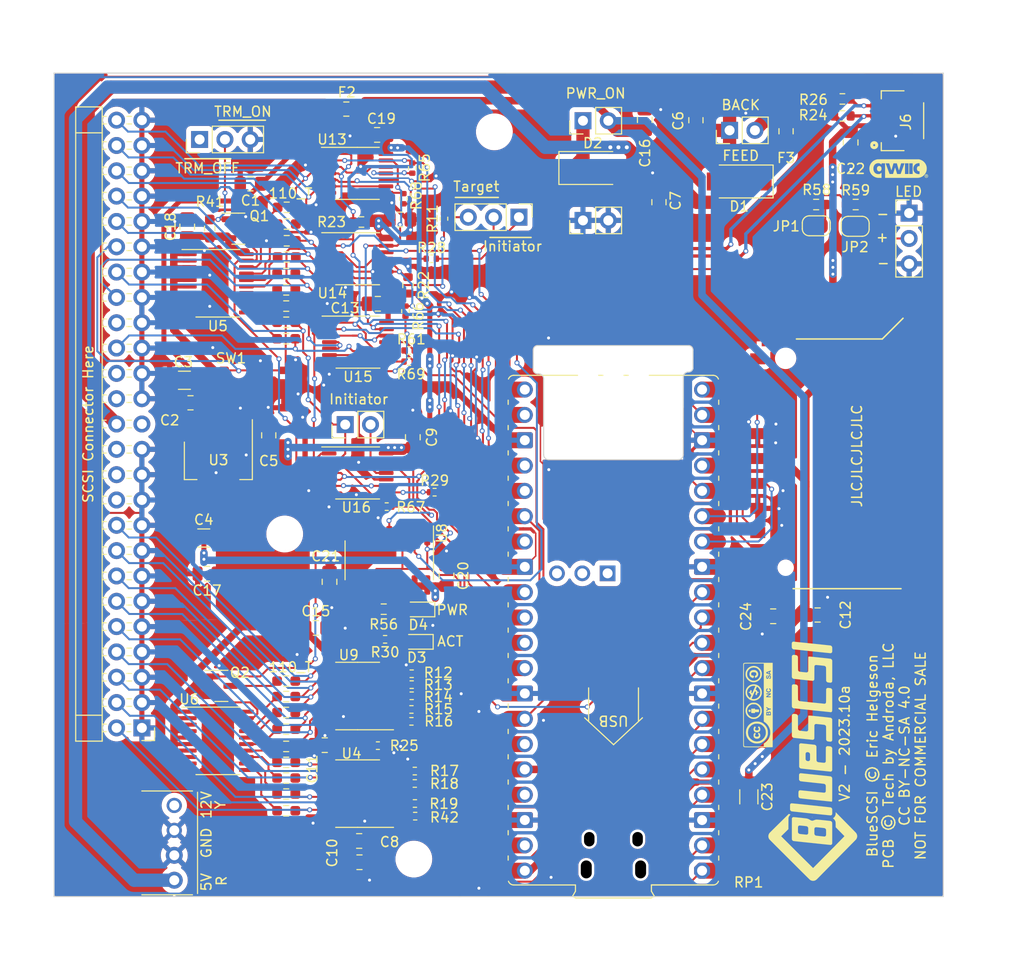
<source format=kicad_pcb>
(kicad_pcb (version 20221018) (generator pcbnew)
  (layers (0 "F.Cu" signal) (31 "B.Cu" signal) (34 "B.Paste" user) (35 "F.Paste" user) (36 "B.SilkS" user "B.Silkscreen") (37 "F.SilkS" user "F.Silkscreen") (38 "B.Mask" user) (39 "F.Mask" user) (44 "Edge.Cuts" user))
  (net 0 "")
  (net 1 "GND")
  (net 2 "+2V8")
  (net 3 "+5V")
  (net 4 "iATN")
  (net 5 "oIO")
  (net 6 "oREQ")
  (net 7 "oSEL")
  (net 8 "oBSY")
  (net 9 "SD_CLK")
  (net 10 "oCD_iSEL")
  (net 11 "ATN")
  (net 12 "BSY")
  (net 13 "DBP")
  (net 14 "ACK")
  (net 15 "RST")
  (net 16 "MSG")
  (net 17 "SEL")
  (net 18 "CD")
  (net 19 "REQ")
  (net 20 "IO")
  (net 21 "DB7")
  (net 22 "DB6")
  (net 23 "DB5")
  (net 24 "DB4")
  (net 25 "DB3")
  (net 26 "DB2")
  (net 27 "DB1")
  (net 28 "DB0")
  (net 29 "+3V3")
  (net 30 "Net-(D3-Pad2)")
  (net 31 "+5VP")
  (net 32 "oMSG_iBSY")
  (net 33 "+5F")
  (net 34 "SD_CMD_MOSI")
  (net 35 "DB4T")
  (net 36 "DB5T")
  (net 37 "DB6T")
  (net 38 "DB7T")
  (net 39 "DBPT")
  (net 40 "DB0T")
  (net 41 "DB1T")
  (net 42 "DB3T")
  (net 43 "DB2T")
  (net 44 "SD_D0_MISO")
  (net 46 "DBPTr")
  (net 47 "Net-(D2-Pad2)")
  (net 51 "SD_D1")
  (net 52 "SD_D2")
  (net 58 "SD_D3_CS")
  (net 59 "iRST")
  (net 61 "iACK")
  (net 65 "Net-(J5-Pad2)")
  (net 66 "SCL")
  (net 67 "iSEL")
  (net 68 "TRM_ON_J")
  (net 69 "Net-(R12-Pad1)")
  (net 70 "Net-(R13-Pad1)")
  (net 71 "Net-(R14-Pad1)")
  (net 72 "Net-(R15-Pad1)")
  (net 73 "Net-(R16-Pad1)")
  (net 74 "Net-(R17-Pad1)")
  (net 75 "Net-(R18-Pad1)")
  (net 76 "Net-(R19-Pad1)")
  (net 77 "Net-(R42-Pad1)")
  (net 80 "Net-(JP1-Pad1)")
  (net 81 "Net-(JP1-Pad2)")
  (net 82 "Net-(D4-Pad2)")
  (net 83 "Net-(R56-Pad1)")
  (net 84 "Net-(U8-Pad11)")
  (net 85 "Net-(F3-Pad2)")
  (net 86 "Net-(C7-Pad1)")
  (net 87 "iBSY")
  (net 88 "iCD")
  (net 89 "iMSG")
  (net 90 "iIO")
  (net 91 "oACK")
  (net 92 "iREQ")
  (net 93 "SDA")
  (net 108 "Net-(J10-Pad1)")
  (net 109 "Net-(J10-Pad3)")
  (net 110 "!oBSY")
  (net 111 "Net-(R1-Pad1)")
  (net 112 "Net-(R2-Pad1)")
  (net 113 "Net-(Q1-Pad3)")
  (net 114 "Net-(R3-Pad1)")
  (net 115 "Net-(R4-Pad1)")
  (net 116 "Net-(R5-Pad1)")
  (net 117 "Net-(R7-Pad1)")
  (net 118 "Net-(R8-Pad1)")
  (net 119 "Net-(R9-Pad1)")
  (net 120 "Net-(R10-Pad1)")
  (net 121 "Net-(Q2-Pad3)")
  (net 122 "Net-(R33-Pad1)")
  (net 123 "Net-(R34-Pad1)")
  (net 124 "Net-(R36-Pad1)")
  (net 125 "Net-(R37-Pad1)")
  (net 126 "Net-(R38-Pad1)")
  (net 127 "Net-(R39-Pad1)")
  (net 128 "Net-(R40-Pad1)")
  (net 129 "Net-(R61-Pad1)")
  (net 130 "USB_DM")
  (net 131 "USB_DP")
  (net 132 "ACKDr")
  (net 133 "Net-(R30-Pad1)")
  (footprint "CustomFootprints:BergFloppy_RightAngle" (layer "F.Cu") (at 117.1895 141.0208 -90)
    (fp_text reference "J3" hide)
    (fp_text value "BergFloppy")
  )
  (footprint "Capacitor_SMD:C_1206_3216Metric_Pad1.42x1.75mm_HandSolder" (layer "F.Cu") (at 113.0808 94.615 180)
    (fp_text reference "C3")
    (fp_text value "20uF")
  )
  (footprint "Capacitor_SMD:C_1206_3216Metric_Pad1.42x1.75mm_HandSolder" (layer "F.Cu") (at 115.0202 110.4392 180)
    (fp_text reference "C4")
    (fp_text value "20uF")
  )
  (footprint "Package_TO_SOT_SMD:SOT-223-3_TabPin2" (layer "F.Cu") (at 116.4844 102.6668 -90)
    (fp_text reference "U3")
    (fp_text value "AMS1117-2.85")
  )
  (footprint "Capacitor_SMD:C_0805_2012Metric_Pad1.15x1.40mm_HandSolder" (layer "F.Cu") (at 160.6804 76.7512 -90)
    (fp_text reference "C7")
    (fp_text value "4.7uF")
  )
  (footprint "Capacitor_SMD:C_0805_2012Metric_Pad1.15x1.40mm_HandSolder" (layer "F.Cu") (at 119.7031 74.9046 180)
    (fp_text reference "C1")
    (fp_text value "0.1uF")
  )
  (footprint "Capacitor_SMD:C_0805_2012Metric_Pad1.15x1.40mm_HandSolder" (layer "F.Cu") (at 113.6904 96.8756 180)
    (fp_text reference "C2")
    (fp_text value "0.1uF")
  )
  (footprint "Capacitor_SMD:C_0805_2012Metric_Pad1.15x1.40mm_HandSolder" (layer "F.Cu") (at 121.539 100.1358 90)
    (fp_text reference "C5")
    (fp_text value "0.1uF")
  )
  (footprint "Capacitor_SMD:C_0805_2012Metric_Pad1.15x1.40mm_HandSolder" (layer "F.Cu") (at 164.3888 68.5292 90)
    (fp_text reference "C6")
    (fp_text value "4.7uF")
  )
  (footprint "Capacitor_SMD:C_0805_2012Metric_Pad1.15x1.40mm_HandSolder" (layer "F.Cu") (at 176.5972 118.1608)
    (fp_text reference "C12")
    (fp_text value "4.7uF")
  )
  (footprint "CustomFootprints:SOFNG_SD-001" (layer "F.Cu") (at 162.97148 107.74578 90)
    (fp_text reference "SD1" hide)
    (fp_text value "SOFNG_SD-001")
  )
  (footprint "Diode_SMD:D_SMA" (layer "F.Cu") (at 168.7322 74.676 180)
    (fp_text reference "D1")
    (fp_text value "D")
  )
  (footprint "Diode_SMD:D_SMA" (layer "F.Cu") (at 154.0444 73.3222)
    (fp_text reference "D2")
    (fp_text value "D")
  )
  (footprint "Connector_PinHeader_2.54mm:PinHeader_1x03_P2.54mm_Vertical" (layer "F.Cu") (at 114.6048 70.4596 90)
    (fp_text reference "J1" hide)
    (fp_text value "Conn_01x03_Male")
  )
  (footprint "Resistor_SMD:R_0402_1005Metric_Pad0.72x0.64mm_HandSolder" (layer "F.Cu") (at 136.2279 138.3394 180)
    (fp_text reference "R42")
    (fp_text value "1k")
  )
  (footprint "Resistor_SMD:R_0603_1608Metric_Pad0.98x0.95mm_HandSolder" (layer "F.Cu") (at 133.0725 117.5766)
    (fp_text reference "R56")
    (fp_text value "4.7k")
  )
  (footprint "Jumper:SolderJumper-2_P1.3mm_Open_RoundedPad1.0x1.5mm" (layer "F.Cu") (at 180.3635 79.1718)
    (fp_text reference "JP2")
    (fp_text value "SolderJumper_2_Open")
  )
  (footprint "Resistor_SMD:R_0402_1005Metric" (layer "F.Cu") (at 135.255 87.6808 90)
    (fp_text reference "R66")
    (fp_text value "1k")
  )
  (footprint "Resistor_SMD:R_0402_1005Metric_Pad0.72x0.64mm_HandSolder" (layer "F.Cu") (at 133.2097 120.5992)
    (fp_text reference "R30")
    (fp_text value "470" hide)
  )
  (footprint "Package_TO_SOT_SMD:SOT-23" (layer "F.Cu") (at 118.4887 79.4106)
    (fp_text reference "Q1")
    (fp_text value "AO3401A")
  )
  (footprint "Resistor_SMD:R_0603_1608Metric_Pad0.98x0.95mm_HandSolder" (layer "F.Cu") (at 123.2878 132.9436)
    (fp_text reference "R39" hide)
    (fp_text value "110")
  )
  (footprint "Capacitor_SMD:C_0805_2012Metric" (layer "F.Cu") (at 115.3504 114.0206 180)
    (fp_text reference "C17")
    (fp_text value "0.1uF")
  )
  (footprint "Resistor_SMD:R_0402_1005Metric_Pad0.72x0.64mm_HandSolder" (layer "F.Cu") (at 135.8525 128.8288 180)
    (fp_text reference "R16")
    (fp_text value "1k")
  )
  (footprint "Resistor_SMD:R_0603_1608Metric_Pad0.98x0.95mm_HandSolder" (layer "F.Cu") (at 123.2916 87.1728)
    (fp_text reference "R4" hide)
    (fp_text value "110")
  )
  (footprint "Resistor_SMD:R_0603_1608Metric" (layer "F.Cu") (at 179.0832 68.0974 180)
    (fp_text reference "R24")
    (fp_text value "4.7k")
  )
  (footprint "Resistor_SMD:R_0402_1005Metric" (layer "F.Cu") (at 133.3734 107.2896 180)
    (fp_text reference "R67")
    (fp_text value "1k")
  )
  (footprint "Connector_PinHeader_2.54mm:PinHeader_2x25_P2.54mm_Horizontal" (layer "F.Cu") (at 108.8136 129.4842 180)
    (fp_text reference "J2" hide)
    (fp_text value "Conn_02x25_Odd_Even")
  )
  (footprint "Capacitor_SMD:C_0805_2012Metric_Pad1.18x1.45mm_HandSolder" (layer "F.Cu") (at 159.258 68.4999 90)
    (fp_text reference "C16")
    (fp_text value "4.7uF")
  )
  (footprint "Resistor_SMD:R_0603_1608Metric_Pad0.98x0.95mm_HandSolder" (layer "F.Cu") (at 123.2878 127.9398)
    (fp_text reference "R33" hide)
    (fp_text value "110")
  )
  (footprint "Package_SO:TSSOP-20_4.4x6.5mm_P0.65mm" (layer "F.Cu") (at 116.4355 84.8868)
    (fp_text reference "U5")
    (fp_text value "LVT245")
  )
  (footprint "Resistor_SMD:R_0603_1608Metric_Pad0.98x0.95mm_HandSolder" (layer "F.Cu") (at 123.2916 137.795)
    (fp_text reference "R36" hide)
    (fp_text value "110")
  )
  (footprint "Resistor_SMD:R_0603_1608Metric_Pad0.98x0.95mm_HandSolder" (layer "F.Cu") (at 123.2916 85.5472)
    (fp_text reference "R5" hide)
    (fp_text value "110")
  )
  (footprint "Package_SO:TSSOP-14_4.4x5mm_P0.65mm" (layer "F.Cu") (at 130.4544 82.423)
    (fp_text reference "U14")
    (fp_text value "LVT125")
  )
  (footprint "Resistor_SMD:R_0603_1608Metric_Pad0.98x0.95mm_HandSolder" (layer "F.Cu") (at 123.2897 124.7902)
    (fp_text reference "R35" hide)
    (fp_text value "110")
  )
  (footprint "Resistor_SMD:R_0603_1608Metric_Pad0.98x0.95mm_HandSolder" (layer "F.Cu") (at 123.2916 129.6162)
    (fp_text reference "R1" hide)
    (fp_text value "110")
  )
  (footprint "Capacitor_SMD:C_0805_2012Metric_Pad1.18x1.45mm_HandSolder" (layer "F.Cu") (at 130.6106 140.8286)
    (fp_text reference "C8")
    (fp_text value "0.1uF")
  )
  (footprint "Resistor_SMD:R_0603_1608Metric_Pad0.98x0.95mm_HandSolder" (layer "F.Cu") (at 123.2916 134.5184)
    (fp_text reference "R38" hide)
    (fp_text value "110")
  )
  (footprint "Connector_PinHeader_2.54mm:PinHeader_1x03_P2.54mm_Vertical" (layer "F.Cu") (at 185.7756 77.851)
    (fp_text reference "J5" hide)
    (fp_text value "Conn_01x03_Male")
  )
  (footprint "Connector_PinHeader_2.54mm:PinHeader_1x02_P2.54mm_Vertical" (layer "F.Cu") (at 129.2098 99.06 90)
    (fp_text reference "J11" hide)
    (fp_text value "ACK_En")
  )
  (footprint "Resistor_SMD:R_0402_1005Metric_Pad0.72x0.64mm_HandSolder" (layer "F.Cu") (at 136.1904 133.8182 180)
    (fp_text reference "R17")
    (fp_text value "1k")
  )
  (footprint "Resistor_SMD:R_0603_1608Metric_Pad0.98x0.95mm_HandSolder" (layer "F.Cu") (at 123.3443 82.2452)
    (fp_text reference "R9" hide)
    (fp_text value "110")
  )
  (footprint "Resistor_SMD:R_0402_1005Metric_Pad0.72x0.64mm_HandSolder" (layer "F.Cu") (at 135.8779 125.1458 180)
    (fp_text reference "R13")
    (fp_text value "1k")
  )
  (footprint "Fuse:Fuse_0805_2012Metric_Pad1.15x1.40mm_HandSolder" (layer "F.Cu") (at 173.4312 69.6378 90)
    (fp_text reference "F3")
    (fp_text value "Polyfuse")
  )
  (footprint "Resistor_SMD:R_0603_1608Metric_Pad0.98x0.95mm_HandSolder" (layer "F.Cu") (at 123.2859 131.3434)
    (fp_text reference "R40" hide)
    (fp_text value "110")
  )
  (footprint "Resistor_SMD:R_0603_1608Metric_Pad0.98x0.95mm_HandSolder" (layer "F.Cu") (at 180.4162 76.9874)
    (fp_text reference "R59")
    (fp_text value "330")
  )
  (footprint "Package_SO:TSSOP-20_4.4x6.5mm_P0.65mm" (layer "F.Cu") (at 130.4544 136.0788 180)
    (fp_text reference "U4")
    (fp_text value "LVT245")
  )
  (footprint "Resistor_SMD:R_0402_1005Metric_Pad0.72x0.64mm_HandSolder" (layer "F.Cu") (at 136.1904 135.0628 180)
    (fp_text reference "R18")
    (fp_text value "1k")
  )
  (footprint "Package_SO:TSSOP-20_4.4x6.5mm_P0.65mm" (layer "F.Cu") (at 116.4355 130.7846)
    (fp_text reference "U6")
    (fp_text value "LVT245")
  )
  (footprint "Package_SO:TSSOP-14_4.4x5mm_P0.65mm" (layer "F.Cu") (at 130.427 73.8632)
    (fp_text reference "U13")
    (fp_text value "LVT125")
  )
  (footprint "Capacitor_SMD:C_0805_2012Metric_Pad1.18x1.45mm_HandSolder" (layer "F.Cu") (at 126.2673 119.4562)
    (fp_text reference "C15")
    (fp_text value "4.7uF")
  )
  (footprint "Capacitor_SMD:C_0805_2012Metric_Pad1.18x1.45mm_HandSolder" (layer "F.Cu") (at 132.4102 70.0024)
    (fp_text reference "C19")
    (fp_text value "0.1uF")
  )
  (footprint "Resistor_SMD:R_0402_1005Metric" (layer "F.Cu") (at 139.1158 78.4098 90)
    (fp_text reference "R11")
    (fp_text value "1k")
  )
  (footprint "Connector_PinHeader_2.54mm:PinHeader_1x02_P2.54mm_Vertical" (layer "F.Cu") (at 153.0604 78.58 90)
    (fp_text reference "J9" hide)
    (fp_text value "Conn_01x02_Male")
  )
  (footprint "Capacitor_SMD:C_0805_2012Metric_Pad1.18x1.45mm_HandSolder" (layer "F.Cu") (at 134.7157 78.486 180)
    (fp_text reference "C14" hide)
    (fp_text value "0.1uF")
  )
  (footprint "Resistor_SMD:R_0402_1005Metric" (layer "F.Cu") (at 135.6204 92.7452 180)
    (fp_text reference "R69")
    (fp_text value "1k")
  )
  (footprint "Package_SO:TSSOP-14_4.4x5mm_P0.65mm" (layer "F.Cu") (at 130.4544 103.9114)
    (fp_text reference "U16")
    (fp_text value "LVT125")
  )
  (footprint "Capacitor_SMD:C_0805_2012Metric_Pad1.18x1.45mm_HandSolder" (layer "F.Cu") (at 139.3698 114.2238 -90)
    (fp_text reference "C20")
    (fp_text value "0.1uF")
  )
  (footprint "Library:cc_by_nc_sa_front_silk_screen" (layer "F.Cu") (at 170.61 127.19 90)
    (fp_text reference "G***" hide)
    (fp_text value "LOGO" hide)
  )
  (footprint "MountingHole:MountingHole_3.2mm_M3" (layer "F.Cu") (at 136.0932 142.6464)
    (fp_text reference "H3" hide)
    (fp_text value "MountingHole")
  )
  (footprint "Package_TO_SOT_SMD:SOT-23" (layer "F.Cu") (at 116.7911 125.2728)
    (fp_text reference "Q2")
    (fp_text value "AO3401A")
  )
  (footprint "Resistor_SMD:R_0603_1608Metric_Pad0.98x0.95mm_HandSolder" (layer "F.Cu") (at 123.2935 88.7984)
    (fp_text reference "R3" hide)
    (fp_text value "110")
  )
  (footprint "Resistor_SMD:R_0402_1005Metric_Pad0.72x0.64mm_HandSolder" (layer "F.Cu") (at 135.8525 127.635 180)
    (fp_text reference "R15")
    (fp_text value "1k")
  )
  (footprint "MountingHole:MountingHole_3.2mm_M3" (layer "F.Cu") (at 123.2408 110.0836)
    (fp_text reference "H1" hide)
    (fp_text value "MountingHole" hide)
  )
  (footprint "Capacitor_SMD:C_1206_3216Metric" (layer "F.Cu") (at 169.6974 136.3998 -90)
    (fp_text reference "C23")
    (fp_text value "20uF")
  )
  (footprint "Jumper:SolderJumper-2_P1.3mm_Open_RoundedPad1.0x1.5mm" (layer "F.Cu") (at 176.4623 79.121 180)
    (fp_text reference "JP1")
    (fp_text value "SolderJumper_2_Open")
  )
  (footprint "Capacitor_SMD:C_0805_2012Metric_Pad1.18x1.45mm_HandSolder" (layer "F.Cu") (at 179.9082 70.7605 90)
    (fp_text reference "C22")
    (fp_text value "0.1uF")
  )
  (footprint "Resistor_SMD:R_0603_1608Metric" (layer "F.Cu") (at 135.509 85.09 -90)
    (fp_text reference "R22")
    (fp_text value "4.7k")
  )
  (footprint "Resistor_SMD:R_0603_1608Metric_Pad0.98x0.95mm_HandSolder" (layer "F.Cu") (at 123.3424 78.9432)
    (fp_text reference "R7" hide)
    (fp_text value "110")
  )
  (footprint "Connector_PinHeader_2.54mm:PinHeader_1x02_P2.54mm_Vertical" (layer "F.Cu") (at 153.0604 68.58 90)
    (fp_text reference "J8" hide)
    (fp_text value "EPWR")
  )
  (footprint "Resistor_SMD:R_0603_1608Metric_Pad0.98x0.95mm_HandSolder" (layer "F.Cu") (at 123.3443 80.6196)
    (fp_text reference "R8" hide)
    (fp_text value "110")
  )
  (footprint "Resistor_SMD:R_0603_1608Metric_Pad0.98x0.95mm_HandSolder" (layer "F.Cu") (at 123.2897 90.4494)
    (fp_text reference "R2" hide)
    (fp_text value "110")
  )
  (footprint "Capacitor_SMD:C_0805_2012Metric" (layer "F.Cu") (at 113.3621 79.2124 90)
    (fp_text reference "C18")
    (fp_text value "0.1uF")
  )
  (footprint "Resistor_SMD:R_0402_1005Metric_Pad0.72x0.64mm_HandSolder" (layer "F.Cu") (at 135.8779 124.0536 180)
    (fp_text reference "R12")
    (fp_text value "1k")
  )
  (footprint "Resistor_SMD:R_0402_1005Metric" (layer "F.Cu") (at 132.4864 131.2672 180)
    (fp_text reference "R25")
    (fp_text value "1k")
  )
  (footprint "Resistor_SMD:R_0402_1005Metric_Pad0.72x0.64mm_HandSolder" (layer "F.Cu") (at 136.2025 137.0694 180)
    (fp_text reference "R19")
    (fp_text value "1k")
  )
  (footprint "Capacitor_SMD:C_0805_2012Metric_Pad1.18x1.45mm_HandSolder" (layer "F.Cu") (at 130.6399 142.9622)
    (fp_text reference "C10")
    (fp_text value "4.7uF")
  )
  (footprint "Package_SO:TSSOP-14_4.4x5mm_P0.65mm" (layer "F.Cu") (at 130.4896 90.7894)
    (fp_text reference "U15")
    (fp_text value "LVT125")
  )
  (footprint "LED_SMD:LED_0603_1608Metric_Pad1.05x0.95mm_HandSolder" (layer "F.Cu") (at 136.5364 117.602 180)
    (fp_text reference "D4")
    (fp_text value "LED")
  )
  (footprint "Capacitor_SMD:C_0805_2012Metric_Pad1.18x1.45mm_HandSolder" (layer "F.Cu") (at 135.9916 100.33 -90)
    (fp_text reference "C9")
    (fp_text value "0.1uF")
  )
  (footprint "Resistor_SMD:R_0402_1005Metric" (layer "F.Cu") (at 135.0518 76.4032 90)
    (fp_text reference "R68")
    (fp_text value "1k")
  )
  (footprint "Resistor_SMD:R_0603_1608Metric_Pad0.98x0.95mm_HandSolder" (layer "F.Cu") (at 123.2935 83.9216)
    (fp_text reference "R10" hide)
    (fp_text value "110")
  )
  (footprint "Resistor_SMD:R_0603_1608Metric_Pad0.98x0.95mm_HandSolder" (layer "F.Cu") (at 123.2897 126.3396)
    (fp_text reference "R34" hide)
    (fp_text value "110")
  )
  (footprint "LED_SMD:LED_0603_1608Metric_Pad1.05x0.95mm_HandSolder" (layer "F.Cu") (at 136.3726 120.8532 180)
    (fp_text reference "D3")
    (fp_text value "LED")
  )
  (footprint "Resistor_SMD:R_0402_1005Metric" (layer "F.Cu") (at 135.9408 73.3318 90)
    (fp_text reference "R65")
    (fp_text value "1k")
  )
  (footprint "Connector_PinHeader_2.54mm:PinHeader_1x02_P2.54mm_Vertical" (layer "F.Cu") (at 167.767 69.5452 90)
    (fp_text reference "J7" hide)
    (fp_text value "TERM_BCKF")
  )
  (footprint "Resistor_SMD:R_0603_1608Metric_Pad0.98x0.95mm_HandSolder" (layer "F.Cu") (at 123.2916 136.1186)
    (fp_text reference "R37" hide)
    (fp_text value "110")
  )
  (footprint "Library:TS-1187A-B-A-B" (layer "F.Cu") (at 119.9896 95.2754 180)
    (fp_text reference "SW1")
    (fp_text value "SW_MEC_5E" hide)
  )
  (footprint "Fuse:Fuse_0805_2012Metric_Pad1.15x1.40mm_HandSolder" (layer "F.Cu") (at 129.3204 67.4116 180)
    (fp_text reference "F2")
    (fp_text value "Polyfuse")
  )
  (footprint "Connector_PinHeader_2.54mm:PinHeader_1x03_P2.54mm_Vertical" (layer "F.Cu") (at 146.6342 78.2574 -90)
    (fp_text reference "J10" hide)
    (fp_text value "Conn_01x03_Male")
  )
  (footprint "Resistor_SMD:R_0603_1608Metric_Pad0.98x0.95mm_HandSolder" (layer "F.Cu") (at 115.6208 79.3985 -90)
    (fp_text reference "R41")
    (fp_text value "4.7k")
  )
  (footprint "Capacitor_SMD:C_0805_2012Metric_Pad1.18x1.45mm_HandSolder" (layer "F.Cu") (at 172.1397 118.2878 180)
    (fp_text reference "C24")
    (fp_text value "0.1uF")
  )
  (footprint "Package_SO:SO-14_3.9x8.65mm_P1.27mm" (layer "F.Cu") (at 133.6294 112.6744 -90)
    (fp_text reference "U8")
    (fp_text value "74HC14")
  )
  (footprint "Resistor_SMD:R_0603_1608Metric" (layer "F.Cu") (at 130.8354 78.74)
    (fp_text reference "R23")
    (fp_text value "4.7k")
  )
  (footprint "Library:JST_SM04B-SRSS-TB(LF)(SN)" (layer "F.Cu") (at 182.658 68.58 90)
    (fp_text reference "J6")
    (fp_text value "SM04B-SRSS-TB(LF)(SN)")
  )
  (footprint "Resistor_SMD:R_0603_1608Metric" (layer "F.Cu") (at 179.0832 66.3956)
    (fp_text reference "R26")
    (fp_text value "4.7k")
  )
  (footprint "Resistor_SMD:R_0402_1005Metric" (layer "F.Cu") (at 138.178 105.8418)
    (fp_text reference "R29")
    (fp_text value "1k")
  )
  (footprint "Resistor_SMD:R_0402_1005Metric_Pad0.72x0.64mm_HandSolder" (layer "F.Cu") (at 135.8779 126.2634 180)
    (fp_text reference "R14")
    (fp_text value "1k")
  )
  (footprint "Library:Raspberry_Pi_PicoW_SMT_THT" (layer "F.Cu") (at 156.125938 119.7708 180)
    (fp_text reference "RP1")
    (fp_text value "PicoWModule")
    (fp_line (start -7 25.39) (end -6.99 17.69) (stroke (width 0.1)) (layer "Edge.Cuts"))
    (fp_line (start -6.49 17.19) (end 6.51 17.19) (stroke (width 0.1)) (layer "Edge.Cuts"))
    (fp_line (start 7.01 17.69) (end 7.01 25.3) (stroke (width 0.1)) (layer "Edge.Cuts"))
    (fp_arc (start -7 25.39) (mid -7.116269 25.807922) (end -7.51 25.99) (stroke (width 0.1)) (layer "Edge.Cuts"))
    (fp_arc (start -6.99 17.69) (mid -6.843553 17.336447) (end -6.49 17.19) (stroke (width 0.1)) (layer "Edge.Cuts"))
    (fp_arc (start 6.51 17.19) (mid 6.863553 17.336447) (end 7.01 17.69) (stroke (width 0.1)) (layer "Edge.Cuts"))
    (fp_arc (start 7.61 25.81) (mid 7.192078 25.693732) (end 7.01 25.3) (stroke (width 0.1)) (layer "Edge.Cuts"))
  )
  (footprint "Package_SO:TSSOP-20_4.4x6.5mm_P0.65mm" (layer "F.Cu") (at 130.4544 126.2888 180)
    (fp_text reference "U9")
    (fp_text value "LVT245")
  )
  (footprint "LOGO" (layer "F.Cu") (at 184.688941 73.327745)
    (fp_text reference "G***" hide)
    (fp_text value "LOGO" hide)
  )
  (footprint "Resistor_SMD:R_0603_1608Metric_Pad0.98x0.95mm_HandSolder" (layer "F.Cu") (at 176.45 76.9874 180)
    (fp_text reference "R58")
    (fp_text value "150")
  )
  (footprint "Resistor_SMD:R_0603_1608Metric_Pad0.98x0.95mm_HandSolder" (layer "F.Cu") (at 123.3424 77.2668)
    (fp_text reference "R6" hide)
    (fp_text value "110")
  )
  (footprint "Resistor_SMD:R_0402_1005Metric" (layer "F.Cu") (at 137.8458 82.423)
    (fp_text reference "R28")
    (fp_text value "1k")
  )
  (footprint "Resistor_SMD:R_0402_1005Metric" (layer "F.Cu") (at 135.6204 91.6276)
    (fp_text reference "R61")
    (fp_text value "1k")
  )
  (footprint "Capacitor_SMD:C_0805_2012Metric_Pad1.18x1.45mm_HandSolder" (layer "F.Cu") (at 127.1563 131.2164 180)
    (fp_text reference "C11")
    (fp_text value "0.1uF")
  )
  (footprint "Capacitor_SMD:C_0805_2012Metric_Pad1.18x1.45mm_HandSolder" (layer "F.Cu") (at 127.635 114.8334 -90)
    (fp_text reference "C21")
    (fp_text value "4.7uF")
  )
  (footprint "Capacitor_SMD:C_0805_2012Metric_Pad1.18x1.45mm_HandSolder" (layer "F.Cu") (at 132.4825 86.9442)
    (fp_text reference "C13")
    (fp_text value "0.1uF")
  )
  (footprint "MountingHole:MountingHole_3.2mm_M3" (layer "F.Cu") (at 144.1704 69.6976)
    (fp_text reference "H2" hide)
    (fp_text value "MountingHole")
  )
  (gr_poly (pts (xy 173.830838 137.427555) (xy 173.83225 137.177083) (xy 173.850594 137.141805) (xy 173.852583 137.138039) (xy 173.854825 137.134168) (xy 173.857295 137.130218) (xy 173.859965 137.126216) (xy 173.862809 137.12219) (xy 173.8658 137.118166) (xy 173.86891 137.11417) (xy 173.872114 137.110231) (xy 173.875384 137.106374) (xy 173.878693 137.102627) (xy 173.882014 137.099016) (xy 173.885321 137.095568) (xy 173.888587 137.092311) (xy 173.891784 137.089271) (xy 173.894886 137.086474) (xy 173.897867 137.083949) (xy 173.91515 137.068212) (xy 173.940884 137.058064) (xy 174.004948 137.05592) (xy 174.137226 137.064193) (xy 174.725946 137.121652) (xy 175.946094 137.249754) (xy 176.973494 137.358167) (xy 177.316876 137.394936) (xy 177.566579 137.422263) (xy 177.737503 137.441784) (xy 177.844546 137.455137) (xy 177.878769 137.460013) (xy 177.902608 137.46396) (xy 177.917928 137.467183) (xy 177.926589 137.469888) (xy 177.935749 137.474253) (xy 177.944939 137.479372) (xy 177.954103 137.48519) (xy 177.96319 137.49165) (xy 177.972143 137.498698) (xy 177.980911 137.506277) (xy 177.989439 137.514331) (xy 177.997674 137.522805) (xy 178.005561 137.531643) (xy 178.013047 137.540788) (xy 178.020078 137.550186) (xy 178.026601 137.55978) (xy 178.032562 137.569515) (xy 178.037907 137.579334) (xy 178.042582 137.589183) (xy 178.046533 137.599004) (xy 178.051454 137.612833) (xy 178.05521 137.627083) (xy 178.057956 137.644558) (xy 178.059851 137.668061) (xy 178.061051 137.700394) (xy 178.061714 137.74436) (xy 178.062056 137.878405) (xy 178.061892 137.964405) (xy 178.061614 137.999886) (xy 178.061141 138.030893) (xy 178.060424 138.057832) (xy 178.059414 138.081108) (xy 178.058784 138.0915) (xy 178.058063 138.101127) (xy 178.057245 138.110042) (xy 178.056323 138.118293) (xy 178.055291 138.125933) (xy 178.054144 138.133012) (xy 178.052876 138.13958) (xy 178.051479 138.145689) (xy 178.049949 138.151388) (xy 178.048278 138.156728) (xy 178.046462 138.161761) (xy 178.044494 138.166536) (xy 178.042367 138.171104) (xy 178.040077 138.175517) (xy 178.037616 138.179824) (xy 178.034978 138.184076) (xy 178.029151 138.192618) (xy 178.022545 138.201549) (xy 178.01764 138.207673) (xy 178.012216 138.213595) (xy 178.006315 138.219296) (xy 177.999978 138.224755) (xy 177.993249 138.229955) (xy 177.986169 138.234874) (xy 177.978781 138.239494) (xy 177.971127 138.243794) (xy 177.963251 138.247756) (xy 177.955193 138.251358) (xy 177.946997 138.254583) (xy 177.938705 138.257409) (xy 177.930359 138.259818) (xy 177.922002 138.26179) (xy 177.913675 138.263305) (xy 177.905422 138.264344) (xy 175.965233 138.068287) (xy 174.000172 137.857943) (xy 173.986737 137.854447) (xy 173.973458 137.849813) (xy 173.960389 137.844096) (xy 173.947586 137.83735) (xy 173.935107 137.829628) (xy 173.923005 137.820985) (xy 173.911337 137.811473) (xy 173.90016 137.801146) (xy 173.889528 137.790059) (xy 173.879498 137.778266) (xy 173.870125 137.765819) (xy 173.861465 137.752772) (xy 173.853574 137.73918) (xy 173.846507 137.725096) (xy 173.840322 137.710573) (xy 173.835072 137.695666) (xy 173.834051 137.686953) (xy 173.833121 137.668954) (xy 173.831633 137.6095) (xy 173.830806 137.526101)) (stroke (width 0.004)) (fill solid) (layer "F.SilkS"))
  (gr_poly (pts (xy 174.0291 122.261639) (xy 174.032889 122.253889) (xy 174.036856 122.246507) (xy 174.041012 122.239477) (xy 174.045372 122.232788) (xy 174.049946 122.226425) (xy 174.054748 122.220376) (xy 174.05979 122.214626) (xy 174.065083 122.209163) (xy 174.070642 122.203972) (xy 174.076477 122.199041) (xy 174.082602 122.194356) (xy 174.089028 122.189903) (xy 174.095769 122.185669) (xy 174.102836 122.181641) (xy 174.110243 122.177806) (xy 174.118 122.174149) (xy 174.125404 122.170924) (xy 174.132912 122.168127) (xy 174.140695 122.165756) (xy 174.148923 122.163808) (xy 174.157768 122.162282) (xy 174.167399 122.161176) (xy 174.177987 122.160487) (xy 174.189702 122.160214) (xy 174.202716 122.160354) (xy 174.217198 122.160906) (xy 174.251251 122.163235) (xy 174.293224 122.167184) (xy 174.344483 122.172738) (xy 174.367517 122.175461) (xy 174.388326 122.178116) (xy 174.407098 122.18077) (xy 174.424024 122.183487) (xy 174.439292 122.186331) (xy 174.453091 122.189369) (xy 174.46561 122.192666) (xy 174.471449 122.194431) (xy 174.47704 122.196286) (xy 174.482404 122.198237) (xy 174.487568 122.200294) (xy 174.492553 122.202465) (xy 174.497384 122.204756) (xy 174.502084 122.207178) (xy 174.506677 122.209737) (xy 174.511186 122.212443) (xy 174.515636 122.215302) (xy 174.52445 122.221516) (xy 174.533309 122.228444) (xy 174.542402 122.236151) (xy 174.551917 122.244703) (xy 174.555138 122.247783) (xy 174.558439 122.251182) (xy 174.5618 122.254873) (xy 174.565201 122.258827) (xy 174.568623 122.263016) (xy 174.572046 122.267413) (xy 174.57545 122.27199) (xy 174.578816 122.276719) (xy 174.582124 122.281572) (xy 174.585355 122.286521) (xy 174.588488 122.291538) (xy 174.591505 122.296596) (xy 174.594385 122.301666) (xy 174.597109 122.30672) (xy 174.599658 122.311731) (xy 174.602011 122.316671) (xy 174.622472 122.360416) (xy 174.626 123.030694) (xy 174.62722 123.242725) (xy 174.628348 123.405089) (xy 174.628933 123.469819) (xy 174.62956 123.52474) (xy 174.63025 123.570721) (xy 174.631027 123.608631) (xy 174.631911 123.639339) (xy 174.632925 123.663715) (xy 174.633486 123.6738) (xy 174.634089 123.682628) (xy 174.634734 123.690307) (xy 174.635426 123.696946) (xy 174.636166 123.702655) (xy 174.636957 123.70754) (xy 174.637802 123.711712) (xy 174.638704 123.715279) (xy 174.639665 123.718349) (xy 174.640689 123.72103) (xy 174.641777 123.723433) (xy 174.642933 123.725665) (xy 174.647928 123.734752) (xy 174.653122 123.743494) (xy 174.65852 123.751893) (xy 174.664122 123.759951) (xy 174.669931 123.76767) (xy 174.675948 123.775052) (xy 174.682177 123.782099) (xy 174.688618 123.788813) (xy 174.695274 123.795196) (xy 174.702148 123.801251) (xy 174.70924 123.806979) (xy 174.716554 123.812383) (xy 174.724091 123.817463) (xy 174.731853 123.822224) (xy 174.739842 123.826666) (xy 174.748061 123.830792) (xy 174.763191 123.837908) (xy 174.779536 123.843801) (xy 174.801156 123.849098) (xy 174.83211 123.854428) (xy 174.87646 123.86042) (xy 174.938264 123.867702) (xy 175.130473 123.888648) (xy 175.268364 123.902539) (xy 175.382709 123.91299) (xy 175.428156 123.916678) (xy 175.464244 123.919208) (xy 175.489815 123.920482) (xy 175.498295 123.920616) (xy 175.503711 123.920399) (xy 175.511459 123.919345) (xy 175.519327 123.917787) (xy 175.527269 123.915753) (xy 175.535241 123.913266) (xy 175.543195 123.910354) (xy 175.551088 123.907041) (xy 175.558873 123.903355) (xy 175.566506 123.89932) (xy 175.573939 123.894963) (xy 175.581129 123.890309) (xy 175.58803 123.885384) (xy 175.594595 123.880215) (xy 175.600781 123.874826) (xy 175.60654 123.869244) (xy 175.611828 123.863495) (xy 175.6166 123.857603) (xy 175.630047 123.839741) (xy 175.635442 123.830557) (xy 175.640038 123.819481) (xy 175.643897 123.805223) (xy 175.647085 123.786489) (xy 175.651701 123.730428) (xy 175.6544 123.640963) (xy 175.655692 123.507759) (xy 175.656111 123.068792) (xy 175.65619 122.862453) (xy 175.656475 122.699853) (xy 175.657041 122.575849) (xy 175.657963 122.485299) (xy 175.658581 122.450961) (xy 175.659315 122.423059) (xy 175.660176 122.400948) (xy 175.661171 122.383986) (xy 175.662312 122.37153) (xy 175.663607 122.362938) (xy 175.664314 122.359889) (xy 175.665064 122.357566) (xy 175.665857 122.355887) (xy 175.666695 122.354771) (xy 175.669717 122.352153) (xy 175.673705 122.349598) (xy 175.678584 122.347122) (xy 175.684278 122.344739) (xy 175.690713 122.342464) (xy 175.697812 122.34031) (xy 175.7055 122.338293) (xy 175.713702 122.336427) (xy 175.722342 122.334726) (xy 175.731345 122.333205) (xy 175.740635 122.331878) (xy 175.750137 122.33076) (xy 175.759776 122.329865) (xy 175.769475 122.329208) (xy 175.77916 122.328804) (xy 175.788756 122.328666) (xy 176.119661 122.360504) (xy 176.859083 122.43732) (xy 177.402504 122.494626) (xy 177.585253 122.514439) (xy 177.719244 122.529573) (xy 177.812389 122.540937) (xy 177.846118 122.545489) (xy 177.872603 122.549439) (xy 177.892833 122.552902) (xy 177.907797 122.55599) (xy 177.918484 122.558819) (xy 177.925883 122.5615) (xy 177.935168 122.565865) (xy 177.944466 122.570984) (xy 177.953725 122.576801) (xy 177.962892 122.583262) (xy 177.971914 122.590309) (xy 177.980739 122.597888) (xy 177.989313 122.605942) (xy 177.997585 122.614416) (xy 178.005502 122.623254) (xy 178.01301 122.632399) (xy 178.020057 122.641797) (xy 178.02659 122.651391) (xy 178.032557 122.661126) (xy 178.037905 122.670946) (xy 178.042582 122.680794) (xy 178.046533 122.690616) (xy 178.062056 122.731537) (xy 178.062056 123.767293) (xy 178.062125 124.148115) (xy 178.062065 124.299593) (xy 178.061813 124.427848) (xy 178.061272 124.534928) (xy 178.060344 124.622882) (xy 178.059705 124.660326) (xy 178.058933 124.693757) (xy 178.058015 124.723431) (xy 178.056941 124.749603) (xy 178.055696 124.77253) (xy 178.05427 124.792468) (xy 178.052651 124.809673) (xy 178.050825 124.8244) (xy 178.048781 124.836907) (xy 178.046507 124.847448) (xy 178.043991 124.856281) (xy 178.042638 124.860136) (xy 178.04122 124.86366) (xy 178.039735 124.866885) (xy 178.038183 124.869843) (xy 178.034866 124.875085) (xy 178.031259 124.879642) (xy 178.027349 124.883771) (xy 178.008434 124.90112) (xy 178.004363 124.905107) (xy 178.000338 124.908872) (xy 177.99634 124.912424) (xy 177.992349 124.915772) (xy 177.988346 124.918926) (xy 177.984311 124.921895) (xy 177.980224 124.924688) (xy 177.976066 124.927314) (xy 177.971817 124.929784) (xy 177.967457 124.932106) (xy 177.962968 124.934289) (xy 177.958328 124.936344) (xy 177.953519 124.938278) (xy 177.94852 124.940102) (xy 177.943313 124.941824) (xy 177.937878 124.943454) (xy 177.924647 124.94692) (xy 177.912335 124.949352) (xy 177.905962 124.950167) (xy 177.899145 124.950709) (xy 177.891661 124.950972) (xy 177.883285 124.95095) (xy 177.862961 124.950034) (xy 177.836377 124.947919) (xy 177.80174 124.944563) (xy 177.757255 124.939927) (xy 177.723004 124.936254) (xy 177.692664 124.932639) (xy 177.666111 124.929074) (xy 177.64322 124.925551) (xy 177.623868 124.92206) (xy 177.615481 124.920324) (xy 177.607931 124.918594) (xy 177.601205 124.916868) (xy 177.595285 124.915145) (xy 177.590157 124.913424) (xy 177.585806 124.911704) (xy 177.577561 124.907692) (xy 177.569261 124.903091) (xy 177.560948 124.897941) (xy 177.552667 124.892279) (xy 177.544459 124.886147) (xy 177.53637 124.879582) (xy 177.528442 124.872625) (xy 177.520718 124.865314) (xy 177.513243 124.857689) (xy 177.506059 124.849789) (xy 177.499209 124.841653) (xy 177.492739 124.833321) (xy 177.486689 124.824832) (xy 177.481105 124.816225) (xy 177.47603 124.807539) (xy 177.471506 124.798814) (xy 177.45175 124.759305) (xy 177.448222 124.089027) (xy 177.447027 123.86792) (xy 177.446484 123.778314) (xy 177.44594 123.701302) (xy 177.445367 123.635857) (xy 177.444737 123.580952) (xy 177.444022 123.53556) (xy 177.443625 123.51611) (xy 177.443195 123.498653) (xy 177.44273 123.48306) (xy 177.442227 123.469204) (xy 177.441682 123.456955) (xy 177.441091 123.446186) (xy 177.440451 123.436767) (xy 177.439758 123.428571) (xy 177.439009 123.421468) (xy 177.438201 123.415332) (xy 177.43733 123.410032) (xy 177.436392 123.405442) (xy 177.435384 123.401431) (xy 177.434303 123.397873) (xy 177.433144 123.394638) (xy 177.431906 123.391598) (xy 177.429172 123.385589) (xy 177.425153 123.377485) (xy 177.420533 123.369341) (xy 177.415358 123.361198) (xy 177.40967 123.3531) (xy 177.403516 123.345089) (xy 177.396939 123.337207) (xy 177.389983 123.329497) (xy 177.382694 123.322) (xy 177.375115 123.31476) (xy 177.367291 123.307819) (xy 177.359267 123.301218) (xy 177.351087 123.295001) (xy 177.342795 123.28921) (xy 177.334436 123.283887) (xy 177.326055 123.279075) (xy 177.317695 123.274815) (xy 177.304562 123.26958) (xy 177.286319 123.264684) (xy 177.259776 123.259672) (xy 177.221739 123.254089) (xy 177.098421 123.239394) (xy 176.890833 123.216959) (xy 176.734906 123.200931) (xy 176.599615 123.18768) (xy 176.499515 123.178662) (xy 176.467208 123.176196) (xy 176.449155 123.175333) (xy 176.435046 123.175683) (xy 176.421542 123.176741) (xy 176.41501 123.177541) (xy 176.408621 123.178524) (xy 176.402372 123.17969) (xy 176.396261 123.181044) (xy 176.390283 123.182585) (xy 176.384438 123.184316) (xy 176.37872 123.186239) (xy 176.373129 123.188356) (xy 176.367661 123.190667) (xy 176.362312 123.193176) (xy 176.357081 123.195884) (xy 176.351965 123.198793) (xy 176.34696 123.201904) (xy 176.342064 123.20522) (xy 176.337274 123.208741) (xy 176.332587 123.212471) (xy 176.328 123.216411) (xy 176.323511 123.220562) (xy 176.319116 123.224926) (xy 176.314813 123.229506) (xy 176.310599 123.234303) (xy 176.306471 123.239319) (xy 176.302426 123.244555) (xy 176.298461 123.250014) (xy 176.290762 123.261606) (xy 176.28335 123.27411) (xy 176.280459 123.285032) (xy 176.27808 123.309366) (xy 176.274531 123.414339) (xy 176.272039 123.621177) (xy 176.269945 123.962027) (xy 176.266417 124.632306) (xy 176.24525 124.671109) (xy 176.240229 124.679704) (xy 176.23471 124.68801) (xy 176.228726 124.696001) (xy 176.222309 124.703653) (xy 176.21549 124.710942) (xy 176.208303 124.717841) (xy 176.200779 124.724328) (xy 176.192951 124.730376) (xy 176.184849 124.735961) (xy 176.176507 124.741058) (xy 176.167955 124.745643) (xy 176.159227 124.74969) (xy 176.150355 124.753175) (xy 176.141369 124.756073) (xy 176.132304 124.758359) (xy 176.123189 124.760008) (xy 176.053758 124.756536) (xy 175.87307 124.740165) (xy 175.134 124.664759) (xy 174.653528 124.613662) (xy 174.484799 124.595295) (xy 174.356743 124.580887) (xy 174.264107 124.56982) (xy 174.201642 124.561473) (xy 174.180082 124.558126) (xy 174.164097 124.555227) (xy 174.153029 124.552697) (xy 174.146222 124.55046) (xy 174.137885 124.546455) (xy 174.129563 124.541871) (xy 174.121289 124.536738) (xy 174.113094 124.53109) (xy 174.105011 124.524958) (xy 174.097072 124.518375) (xy 174.089308 124.511372) (xy 174.081752 124.503981) (xy 174.074436 124.496235) (xy 174.067392 124.488165) (xy 174.060651 124.479804) (xy 174.054246 124.471184) (xy 174.04821 124.462336) (xy 174.042573 124.453293) (xy 174.037368 124.444087) (xy 174.032628 124.434749) (xy 174.012167 124.392416) (xy 174.012167 122.296915)) (stroke (width 0.004)) (fill solid) (layer "F.SilkS"))
  (gr_poly (pts (xy 174.005673 121.067749) (xy 174.005857 121.045015) (xy 174.006176 121.025647) (xy 174.006655 121.009272) (xy 174.006961 121.00209) (xy 174.007316 120.995517) (xy 174.007723 120.989507) (xy 174.008184 120.984012) (xy 174.008703 120.978987) (xy 174.009282 120.974384) (xy 174.009926 120.970157) (xy 174.010635 120.96626) (xy 174.011414 120.962647) (xy 174.012266 120.95927) (xy 174.013193 120.956083) (xy 174.014198 120.95304) (xy 174.015285 120.950094) (xy 174.016457 120.947199) (xy 174.019064 120.941374) (xy 174.022044 120.935194) (xy 174.02795 120.923821) (xy 174.034529 120.913) (xy 174.041746 120.902757) (xy 174.049561 120.893113) (xy 174.057939 120.884095) (xy 174.066842 120.875724) (xy 174.076232 120.868025) (xy 174.086074 120.861021) (xy 174.096328 120.854737) (xy 174.106959 120.849197) (xy 174.117929 120.844423) (xy 174.129201 120.84044) (xy 174.140737 120.837271) (xy 174.1525 120.83494) (xy 174.164454 120.833472) (xy 174.176561 120.832889) (xy 177.868028 121.218121) (xy 177.875352 121.219383) (xy 177.882637 121.220916) (xy 177.897055 121.224773) (xy 177.911225 121.229645) (xy 177.92509 121.235485) (xy 177.93859 121.242247) (xy 177.951669 121.249884) (xy 177.964269 121.25835) (xy 177.976331 121.267599) (xy 177.987797 121.277583) (xy 177.998611 121.288257) (xy 178.008713 121.299573) (xy 178.018047 121.311486) (xy 178.026553 121.323949) (xy 178.034175 121.336915) (xy 178.040854 121.350338) (xy 178.043823 121.357206) (xy 178.046533 121.364171) (xy 178.051454 121.377971) (xy 178.05521 121.392019) (xy 178.057956 121.408944) (xy 178.059851 121.431376) (xy 178.061051 121.461944) (xy 178.061714 121.503277) (xy 178.062056 121.628756) (xy 178.061994 121.701869) (xy 178.061884 121.731695) (xy 178.061692 121.757519) (xy 178.061397 121.779705) (xy 178.060977 121.798617) (xy 178.06041 121.814619) (xy 178.060065 121.821642) (xy 178.059674 121.828074) (xy 178.059237 121.83396) (xy 178.058749 121.839346) (xy 178.058208 121.844278) (xy 178.057611 121.8488) (xy 178.056957 121.852958) (xy 178.056241 121.856798) (xy 178.055461 121.860365) (xy 178.054614 121.863705) (xy 178.053699 121.866862) (xy 178.052711 121.869884) (xy 178.051649 121.872814) (xy 178.050509 121.875699) (xy 178.047987 121.881515) (xy 178.045122 121.887694) (xy 178.038523 121.900609) (xy 178.03142 121.912637) (xy 178.023807 121.923783) (xy 178.015676 121.93405) (xy 178.00702 121.943446) (xy 177.997832 121.951974) (xy 177.988105 121.959641) (xy 177.97783 121.966451) (xy 177.967002 121.972409) (xy 177.955612 121.97752) (xy 177.943654 121.981791) (xy 177.93112 121.985225) (xy 177.918004 121.987828) (xy 177.904297 121.989606) (xy 177.889993 121.990563) (xy 177.875084 121.990704) (xy 177.302084 121.933731) (xy 175.994072 121.797381) (xy 174.16245 121.604061) (xy 174.125056 121.5836) (xy 174.116519 121.578602) (xy 174.108124 121.573153) (xy 174.099896 121.567279) (xy 174.091861 121.56101) (xy 174.084046 121.554374) (xy 174.076476 121.547397) (xy 174.069176 121.540108) (xy 174.062173 121.532534) (xy 174.055492 121.524705) (xy 174.04916 121.516647) (xy 174.043202 121.508388) (xy 174.037644 121.499957) (xy 174.032512 121.491381) (xy 174.027831 121.482688) (xy 174.023628 121.473907) (xy 174.019928 121.465064) (xy 174.015675 121.452798) (xy 174.012365 121.439291) (xy 174.009882 121.422178) (xy 174.00811 121.399096) (xy 174.006933 121.36768) (xy 174.006236 121.325564) (xy 174.005817 121.199776) (xy 174.005617 121.1248) (xy 174.005601 121.09422)) (stroke (width 0.004)) (fill solid) (layer "F.SilkS"))
  (gr_poly (pts (xy 174.762878 131.136822) (xy 174.768785 131.1251) (xy 174.775378 131.114022) (xy 174.78263 131.103604) (xy 174.790516 131.09386) (xy 174.799009 131.084807) (xy 174.808084 131.076459) (xy 174.817716 131.068834) (xy 174.827877 131.061945) (xy 174.838543 131.055808) (xy 174.849687 131.050439) (xy 174.861284 131.045854) (xy 174.873308 131.042068) (xy 174.885733 131.039096) (xy 174.898533 131.036954) (xy 174.911683 131.035658) (xy 174.925155 131.035222) (xy 174.980509 131.039676) (xy 175.106572 131.051802) (xy 175.49595 131.091666) (xy 176.171167 131.162927) (xy 176.212209 131.167337) (xy 176.245239 131.171217) (xy 176.259181 131.173042) (xy 176.271638 131.174833) (xy 176.282783 131.176625) (xy 176.292787 131.178449) (xy 176.301824 131.18034) (xy 176.310066 131.18233) (xy 176.317686 131.184452) (xy 176.324857 131.186739) (xy 176.33175 131.189225) (xy 176.338539 131.191943) (xy 176.345396 131.194925) (xy 176.352495 131.198204) (xy 176.361668 131.202805) (xy 176.370415 131.207626) (xy 176.378757 131.212689) (xy 176.386714 131.218015) (xy 176.394308 131.223627) (xy 176.401558 131.229545) (xy 176.408486 131.235792) (xy 176.415113 131.24239) (xy 176.421458 131.24936) (xy 176.427543 131.256723) (xy 176.433387 131.264502) (xy 176.439013 131.272718) (xy 176.444441 131.281393) (xy 176.44969 131.290548) (xy 176.454783 131.300206) (xy 176.459739 131.310388) (xy 176.478084 131.349194) (xy 176.481611 132.058277) (xy 176.485139 132.767361) (xy 176.500661 132.800521) (xy 176.502385 132.804079) (xy 176.504368 132.807851) (xy 176.506586 132.811803) (xy 176.509018 132.8159) (xy 176.511639 132.820109) (xy 176.514428 132.824396) (xy 176.517361 132.828726) (xy 176.520417 132.833065) (xy 176.523571 132.83738) (xy 176.526802 132.841635) (xy 176.530087 132.845798) (xy 176.533403 132.849833) (xy 176.536727 132.853707) (xy 176.540037 132.857386) (xy 176.54331 132.860835) (xy 176.546522 132.864021) (xy 176.566428 132.883218) (xy 176.575889 132.891147) (xy 176.58578 132.898141) (xy 176.596666 132.904338) (xy 176.609117 132.909873) (xy 176.623698 132.91488) (xy 176.640978 132.919496) (xy 176.661524 132.923855) (xy 176.685904 132.928093) (xy 176.748432 132.936749) (xy 176.833103 132.946545) (xy 176.944456 132.958565) (xy 177.033094 132.967989) (xy 177.103757 132.975212) (xy 177.158842 132.980419) (xy 177.181293 132.982322) (xy 177.200749 132.983789) (xy 177.217509 132.984843) (xy 177.231873 132.985506) (xy 177.244141 132.985802) (xy 177.254613 132.985752) (xy 177.263589 132.985379) (xy 177.271367 132.984707) (xy 177.278249 132.983758) (xy 177.284533 132.982555) (xy 177.293467 132.980308) (xy 177.302263 132.97755) (xy 177.310897 132.974295) (xy 177.319348 132.97056) (xy 177.327592 132.966363) (xy 177.335606 132.961718) (xy 177.343368 132.956644) (xy 177.350856 132.951157) (xy 177.358045 132.945273) (xy 177.364914 132.939008) (xy 177.37144 132.93238) (xy 177.3776 132.925404) (xy 177.383372 132.918098) (xy 177.388732 132.910477) (xy 177.393658 132.902559) (xy 177.398128 132.89436) (xy 177.416472 132.859789) (xy 177.42 132.15) (xy 177.423528 131.440916) (xy 177.43905 131.411988) (xy 177.443036 131.404975) (xy 177.447551 131.397987) (xy 177.452549 131.391065) (xy 177.457979 131.384251) (xy 177.463794 131.377585) (xy 177.469944 131.37111) (xy 177.476382 131.364866) (xy 177.483059 131.358895) (xy 177.489926 131.353238) (xy 177.496935 131.347937) (xy 177.504036 131.343032) (xy 177.511182 131.338566) (xy 177.518324 131.33458) (xy 177.525413 131.331114) (xy 177.532401 131.32821) (xy 177.539239 131.32591) (xy 177.546575 131.323819) (xy 177.55437 131.322044) (xy 177.562735 131.320587) (xy 177.571783 131.31945) (xy 177.592371 131.318146) (xy 177.617027 131.318149) (xy 177.646643 131.319475) (xy 177.682114 131.32214) (xy 177.724332 131.326161) (xy 177.774189 131.331555) (xy 177.808705 131.33558) (xy 177.83759 131.339283) (xy 177.850146 131.341058) (xy 177.861564 131.342804) (xy 177.871934 131.34454) (xy 177.881345 131.346284) (xy 177.889889 131.348052) (xy 177.897654 131.349862) (xy 177.904731 131.351733) (xy 177.91121 131.353681) (xy 177.91718 131.355724) (xy 177.922732 131.35788) (xy 177.927955 131.360166) (xy 177.932939 131.3626) (xy 177.940972 131.366905) (xy 177.948919 131.371605) (xy 177.956758 131.376684) (xy 177.964468 131.382123) (xy 177.97203 131.387906) (xy 177.979423 131.394014) (xy 177.986625 131.400431) (xy 177.993617 131.407137) (xy 178.000377 131.414117) (xy 178.006884 131.421352) (xy 178.013119 131.428825) (xy 178.019061 131.436517) (xy 178.024688 131.444412) (xy 178.02998 131.452493) (xy 178.034917 131.46074) (xy 178.039478 131.469138) (xy 178.058528 131.504416) (xy 178.058528 133.741732) (xy 178.040184 133.776305) (xy 178.036073 133.783915) (xy 178.031437 133.791382) (xy 178.026316 133.798677) (xy 178.020748 133.805772) (xy 178.01477 133.812641) (xy 178.008421 133.819254) (xy 178.00174 133.825584) (xy 177.994763 133.831602) (xy 177.987531 133.837282) (xy 177.98008 133.842595) (xy 177.97245 133.847513) (xy 177.964678 133.852009) (xy 177.956803 133.856053) (xy 177.948862 133.85962) (xy 177.940895 133.862679) (xy 177.932939 133.865205) (xy 177.90927 133.870441) (xy 177.75999 133.858414) (xy 176.291112 133.705044) (xy 175.67096 133.639656) (xy 175.67096 132.819805) (xy 175.677639 132.819673) (xy 175.683768 132.819364) (xy 175.689449 132.818866) (xy 175.694782 132.818169) (xy 175.699869 132.817264) (xy 175.704812 132.81614) (xy 175.709711 132.814787) (xy 175.714668 132.813193) (xy 175.719785 132.81135) (xy 175.725162 132.809246) (xy 175.7309 132.806871) (xy 175.738619 132.803378) (xy 175.745919 132.799759) (xy 175.752829 132.79599) (xy 175.759376 132.792044) (xy 175.765588 132.787895) (xy 175.771493 132.783518) (xy 175.777119 132.778886) (xy 175.782494 132.773975) (xy 175.787645 132.768757) (xy 175.792602 132.763208) (xy 175.797391 132.757301) (xy 175.80204 132.751011) (xy 175.806578 132.744311) (xy 175.811032 132.737177) (xy 175.81543 132.729581) (xy 175.8198 132.721499) (xy 175.836028 132.689749) (xy 175.836028 132.097082) (xy 175.817683 132.058277) (xy 175.809577 132.042027) (xy 175.800852 132.026867) (xy 175.791486 132.01278) (xy 175.781457 131.999749) (xy 175.770742 131.987755) (xy 175.759318 131.976781) (xy 175.747162 131.966809) (xy 175.734251 131.957823) (xy 175.720564 131.949804) (xy 175.706076 131.942735) (xy 175.690766 131.936598) (xy 175.67461 131.931376) (xy 175.657586 131.92705) (xy 175.639671 131.923605) (xy 175.620843 131.921021) (xy 175.601078 131.919282) (xy 175.583004 131.918199) (xy 175.575002 131.917846) (xy 175.567608 131.917628) (xy 175.56076 131.917551) (xy 175.554395 131.91762) (xy 175.548453 131.917843) (xy 175.54287 131.918224) (xy 175.537584 131.918771) (xy 175.532534 131.919489) (xy 175.527658 131.920385) (xy 175.522893 131.921465) (xy 175.518179 131.922736) (xy 175.513451 131.924202) (xy 175.508649 131.925871) (xy 175.503711 131.927749) (xy 175.495486 131.931104) (xy 175.487486 131.934815) (xy 175.479722 131.938874) (xy 175.472204 131.943271) (xy 175.464942 131.947999) (xy 175.457946 131.95305) (xy 175.451228 131.958415) (xy 175.444797 131.964085) (xy 175.438664 131.970054) (xy 175.432838 131.976311) (xy 175.427332 131.98285) (xy 175.422153 131.989662) (xy 175.417314 131.996738) (xy 175.412824 132.00407) (xy 175.408694 132.011651) (xy 175.404933 132.019471) (xy 175.399344 132.031717) (xy 175.395144 132.044541) (xy 175.392134 132.061764) (xy 175.390117 132.087205) (xy 175.388893 132.124685) (xy 175.388265 132.178023) (xy 175.388 132.347555) (xy 175.388 132.64036) (xy 175.408461 132.682694) (xy 175.410706 132.687161) (xy 175.413191 132.691805) (xy 175.41589 132.69659) (xy 175.41878 132.701479) (xy 175.421835 132.706434) (xy 175.425031 132.711417) (xy 175.428342 132.716393) (xy 175.431745 132.721323) (xy 175.435213 132.72617) (xy 175.438723 132.730897) (xy 175.442249 132.735468) (xy 175.445767 132.739844) (xy 175.449252 132.743988) (xy 175.45268 132.747864) (xy 175.456024 132.751434) (xy 175.459261 132.75466) (xy 175.467681 132.762412) (xy 175.476052 132.769543) (xy 175.484443 132.776079) (xy 175.492918 132.782044) (xy 175.501547 132.787464) (xy 175.510396 132.792363) (xy 175.519532 132.796766) (xy 175.529023 132.800698) (xy 175.538936 132.804183) (xy 175.549337 132.807246) (xy 175.560294 132.809912) (xy 175.571875 132.812207) (xy 175.584146 132.814154) (xy 175.597174 132.815779) (xy 175.611027 132.817106) (xy 175.625772 132.81816) (xy 175.646611 132.819238) (xy 175.655547 132.819577) (xy 175.66363 132.81977) (xy 175.67096 132.819805) (xy 175.67096 133.639656) (xy 175.54739 133.626627) (xy 175.302768 133.60038) (xy 175.127121 133.580954) (xy 175.008557 133.566985) (xy 174.966966 133.56162) (xy 174.935188 133.557108) (xy 174.911735 133.553279) (xy 174.895123 133.549961) (xy 174.883864 133.546984) (xy 174.876472 133.544177) (xy 174.867833 133.53987) (xy 174.859386 133.535158) (xy 174.851139 133.530046) (xy 174.843102 133.524543) (xy 174.835283 133.518655) (xy 174.827694 133.51239) (xy 174.820342 133.505755) (xy 174.813237 133.498757) (xy 174.806388 133.491403) (xy 174.799805 133.483702) (xy 174.793497 133.475659) (xy 174.787473 133.467282) (xy 174.781742 133.458579) (xy 174.776315 133.449556) (xy 174.771199 133.440222) (xy 174.766405 133.430582) (xy 174.745945 133.388249) (xy 174.745945 131.172805)) (stroke (width 0.004)) (fill solid) (layer "F.SilkS"))
  (gr_line (start 140.2611 76.2762) (end 144.5664 76.2762) (stroke (width 0.15)) (layer "F.SilkS"))
  (gr_poly (pts (xy 176.025147 138.42706) (xy 176.025252 138.426788) (xy 176.025432 138.426525) (xy 176.025687 138.426268) (xy 176.026016 138.426018) (xy 176.026418 138.425773) (xy 176.026892 138.42553) (xy 176.027438 138.425289) (xy 176.028054 138.425048) (xy 176.028741 138.424807) (xy 176.030321 138.424314) (xy 176.032172 138.423799) (xy 176.033732 138.423559) (xy 176.035489 138.423369) (xy 176.039525 138.423138) (xy 176.044141 138.423105) (xy 176.049194 138.42327) (xy 176.054545 138.423634) (xy 176.060053 138.424196) (xy 176.065577 138.424957) (xy 176.070978 138.425916) (xy 176.097084 138.43156) (xy 176.077328 138.437911) (xy 176.074598 138.438894) (xy 176.071956 138.43973) (xy 176.069393 138.440416) (xy 176.066899 138.440953) (xy 176.064462 138.441342) (xy 176.062073 138.441581) (xy 176.059721 138.441672) (xy 176.057396 138.441614) (xy 176.055087 138.441408) (xy 176.052785 138.441052) (xy 176.050479 138.440548) (xy 176.048158 138.439894) (xy 176.045812 138.439092) (xy 176.043431 138.438141) (xy 176.041005 138.437042) (xy 176.038522 138.435793) (xy 176.035661 138.434411) (xy 176.033156 138.433165) (xy 176.031003 138.432046) (xy 176.029196 138.431042) (xy 176.028419 138.430579) (xy 176.027727 138.430141) (xy 176.027118 138.429726) (xy 176.026591 138.429332) (xy 176.026146 138.428958) (xy 176.025782 138.428604) (xy 176.025498 138.428266) (xy 176.025293 138.427944) (xy 176.025167 138.427637) (xy 176.025118 138.427343)) (stroke (width 0.004)) (fill solid) (layer "F.SilkS"))
  (gr_line (start 174.4726 90.4748) (end 183.0832 90.4748) (stroke (width 0.15)) (layer "F.SilkS"))
  (gr_poly (pts (xy 174.01252 125.752021) (xy 174.01306 125.567331) (xy 174.013931 125.430993) (xy 174.015198 125.335798) (xy 174.016929 125.274536) (xy 174.017989 125.254377) (xy 174.019189 125.239997) (xy 174.020538 125.230496) (xy 174.022044 125.224972) (xy 174.028055 125.211884) (xy 174.034706 125.19961) (xy 174.041994 125.188155) (xy 174.049914 125.177523) (xy 174.058463 125.167718) (xy 174.067635 125.158743) (xy 174.077429 125.150604) (xy 174.087838 125.143303) (xy 174.098858 125.136847) (xy 174.110487 125.131237) (xy 174.122719 125.126479) (xy 174.135551 125.122578) (xy 174.148978 125.119535) (xy 174.162996 125.117357) (xy 174.177601 125.116048) (xy 174.192789 125.11561) (xy 174.223633 125.116484) (xy 174.261349 125.118895) (xy 174.303083 125.122531) (xy 174.345983 125.127075) (xy 174.387196 125.132215) (xy 174.423869 125.137636) (xy 174.453151 125.143024) (xy 174.464129 125.145608) (xy 174.472189 125.148065) (xy 174.483198 125.152244) (xy 174.493984 125.157092) (xy 174.504522 125.162579) (xy 174.514787 125.168681) (xy 174.524754 125.17537) (xy 174.534399 125.182619) (xy 174.543697 125.190401) (xy 174.552622 125.198689) (xy 174.561151 125.207457) (xy 174.569258 125.216678) (xy 174.576918 125.226325) (xy 174.584108 125.23637) (xy 174.590801 125.246788) (xy 174.596973 125.257551) (xy 174.602599 125.268632) (xy 174.607655 125.280005) (xy 174.612553 125.29362) (xy 174.616277 125.312328) (xy 174.619041 125.344199) (xy 174.621061 125.397303) (xy 174.623729 125.599489) (xy 174.626 125.983443) (xy 174.629528 126.650194) (xy 174.645756 126.683354) (xy 174.650555 126.692281) (xy 174.656168 126.701289) (xy 174.662517 126.710312) (xy 174.669524 126.719282) (xy 174.677109 126.728133) (xy 174.685195 126.736796) (xy 174.693702 126.745205) (xy 174.702553 126.753292) (xy 174.711668 126.760991) (xy 174.720969 126.768235) (xy 174.730377 126.774955) (xy 174.739815 126.781085) (xy 174.749203 126.786558) (xy 174.758463 126.791306) (xy 174.767516 126.795263) (xy 174.776283 126.79836) (xy 175.173809 126.844762) (xy 176.014445 126.93515) (xy 177.275361 127.062944) (xy 177.284623 127.062754) (xy 177.29363 127.062181) (xy 177.302391 127.061223) (xy 177.310915 127.059879) (xy 177.319211 127.058147) (xy 177.32729 127.056023) (xy 177.335159 127.053507) (xy 177.34283 127.050597) (xy 177.35031 127.047289) (xy 177.357609 127.043582) (xy 177.364737 127.039475) (xy 177.371702 127.034964) (xy 177.378515 127.030048) (xy 177.385184 127.024725) (xy 177.391718 127.018993) (xy 177.398128 127.012849) (xy 177.414286 126.997339) (xy 177.420728 126.989711) (xy 177.426195 126.980449) (xy 177.430779 126.968264) (xy 177.434566 126.951867) (xy 177.440108 126.901283) (xy 177.443534 126.818387) (xy 177.445554 126.692869) (xy 177.448222 126.272722) (xy 177.45175 125.605971) (xy 177.4708 125.569283) (xy 177.477039 125.558462) (xy 177.483836 125.548235) (xy 177.491171 125.538615) (xy 177.499022 125.529617) (xy 177.50737 125.521256) (xy 177.516192 125.513547) (xy 177.52547 125.506502) (xy 177.535182 125.500138) (xy 177.545307 125.494469) (xy 177.555825 125.489508) (xy 177.566715 125.485271) (xy 177.577956 125.481772) (xy 177.589528 125.479025) (xy 177.60141 125.477045) (xy 177.613582 125.475847) (xy 177.626022 125.475444) (xy 177.654732 125.476377) (xy 177.691661 125.478939) (xy 177.73365 125.482774) (xy 177.77754 125.487526) (xy 177.820174 125.492841) (xy 177.858393 125.498363) (xy 177.889037 125.503736) (xy 177.900533 125.506255) (xy 177.90895 125.508604) (xy 177.918298 125.511809) (xy 177.927541 125.515588) (xy 177.936659 125.519922) (xy 177.945628 125.524788) (xy 177.954428 125.530167) (xy 177.963037 125.536038) (xy 177.971433 125.542381) (xy 177.979594 125.549174) (xy 177.987499 125.556397) (xy 177.995126 125.564029) (xy 178.002453 125.57205) (xy 178.009459 125.580438) (xy 178.016121 125.589174) (xy 178.022419 125.598237) (xy 178.028331 125.607605) (xy 178.033834 125.617259) (xy 178.058528 125.662416) (xy 178.060645 126.70946) (xy 178.061365 127.091705) (xy 178.061552 127.244295) (xy 178.061516 127.373862) (xy 178.061178 127.482408) (xy 178.060459 127.571932) (xy 178.059931 127.610185) (xy 178.059278 127.644433) (xy 178.058491 127.674926) (xy 178.057558 127.701912) (xy 178.05647 127.725644) (xy 178.055217 127.746369) (xy 178.053789 127.764339) (xy 178.052177 127.779803) (xy 178.050369 127.793012) (xy 178.048357 127.804214) (xy 178.047271 127.809142) (xy 178.04613 127.813662) (xy 178.044933 127.817805) (xy 178.043678 127.821603) (xy 178.042365 127.825087) (xy 178.040992 127.828289) (xy 178.039558 127.831239) (xy 178.038061 127.833968) (xy 178.034876 127.838893) (xy 178.031426 127.843311) (xy 178.027702 127.847474) (xy 178.023693 127.85163) (xy 178.014783 127.860926) (xy 178.009018 127.86717) (xy 178.003354 127.872944) (xy 177.997777 127.878257) (xy 177.992272 127.883119) (xy 177.986825 127.887537) (xy 177.981421 127.891523) (xy 177.976046 127.895085) (xy 177.970686 127.898233) (xy 177.965326 127.900976) (xy 177.959951 127.903322) (xy 177.954547 127.905282) (xy 177.9491 127.906865) (xy 177.943596 127.90808) (xy 177.938018 127.908936) (xy 177.932354 127.909443) (xy 177.926589 127.90961) (xy 174.188556 127.51732) (xy 174.181946 127.51605) (xy 174.175353 127.514493) (xy 174.162243 127.510545) (xy 174.149287 127.505528) (xy 174.136543 127.499494) (xy 174.124072 127.492498) (xy 174.111934 127.484591) (xy 174.100189 127.475826) (xy 174.088896 127.466256) (xy 174.078116 127.455934) (xy 174.067908 127.444912) (xy 174.058333 127.433243) (xy 174.049451 127.420979) (xy 174.041321 127.408174) (xy 174.034003 127.39488) (xy 174.027558 127.38115) (xy 174.022044 127.367037) (xy 174.019421 127.349433) (xy 174.017326 127.30862) (xy 174.01446 127.137291) (xy 174.012167 126.295299)) (stroke (width 0.004)) (fill solid) (layer "F.SilkS"))
  (gr_poly (pts (xy 174.015695 138.551505) (xy 174.036861 138.516932) (xy 174.041758 138.509611) (xy 174.047162 138.502478) (xy 174.053035 138.495559) (xy 174.05934 138.488876) (xy 174.066037 138.482453) (xy 174.073088 138.476315) (xy 174.080456 138.470485) (xy 174.088102 138.464986) (xy 174.095988 138.459843) (xy 174.104075 138.455079) (xy 174.112326 138.450719) (xy 174.120701 138.446785) (xy 174.129163 138.443302) (xy 174.137674 138.440293) (xy 174.146196 138.437782) (xy 174.154689 138.435793) (xy 174.22318 138.438651) (xy 174.375991 138.451646) (xy 174.824967 138.496471) (xy 175.282409 138.547117) (xy 175.445803 138.567388) (xy 175.529111 138.580432) (xy 175.564083 138.590266) (xy 175.599468 138.601687) (xy 175.634953 138.614564) (xy 175.670222 138.628763) (xy 175.704962 138.644153) (xy 175.738859 138.660601) (xy 175.771599 138.677975) (xy 175.802867 138.696144) (xy 175.835548 138.71602) (xy 175.862971 138.732127) (xy 175.875093 138.738952) (xy 175.886359 138.745058) (xy 175.896923 138.75052) (xy 175.906936 138.75541) (xy 175.916553 138.759805) (xy 175.925926 138.763778) (xy 175.935208 138.767403) (xy 175.944551 138.770756) (xy 175.95411 138.77391) (xy 175.964037 138.776941) (xy 175.985606 138.782927) (xy 176.015391 138.789918) (xy 176.028645 138.792444) (xy 176.04119 138.794271) (xy 176.053314 138.795358) (xy 176.065303 138.795664) (xy 176.077445 138.79515) (xy 176.090028 138.793775) (xy 176.103338 138.791499) (xy 176.117663 138.788281) (xy 176.13329 138.784081) (xy 176.150507 138.778859) (xy 176.169601 138.772575) (xy 176.190859 138.765188) (xy 176.241016 138.746944) (xy 176.291121 138.72882) (xy 176.313206 138.721172) (xy 176.33361 138.7144) (xy 176.352554 138.708455) (xy 176.370261 138.703287) (xy 176.386954 138.698847) (xy 176.402853 138.695085) (xy 176.418183 138.691952) (xy 176.433163 138.689397) (xy 176.448018 138.687371) (xy 176.462969 138.685825) (xy 176.478238 138.684709) (xy 176.494048 138.683973) (xy 176.51062 138.683568) (xy 176.528178 138.683444) (xy 176.76541 138.703905) (xy 177.223767 138.749766) (xy 177.67723 138.797744) (xy 177.899778 138.824555) (xy 177.911767 138.828334) (xy 177.923625 138.833027) (xy 177.935303 138.838588) (xy 177.946752 138.844972) (xy 177.957925 138.852133) (xy 177.968772 138.860026) (xy 177.979245 138.868605) (xy 177.989295 138.877824) (xy 177.998874 138.887639) (xy 178.007933 138.898004) (xy 178.016424 138.908873) (xy 178.024297 138.920202) (xy 178.031505 138.931943) (xy 178.037999 138.944053) (xy 178.04373 138.956485) (xy 178.04865 138.969193) (xy 178.053072 138.984914) (xy 178.056378 139.01135) (xy 178.060204 139.143466) (xy 178.060645 140.054338) (xy 178.058528 141.099972) (xy 178.043005 141.128899) (xy 178.039433 141.135284) (xy 178.035362 141.141711) (xy 178.030837 141.14814) (xy 178.025907 141.154531) (xy 178.020617 141.160843) (xy 178.015014 141.167036) (xy 178.009144 141.173071) (xy 178.003054 141.178906) (xy 177.99679 141.184501) (xy 177.990399 141.189815) (xy 177.983928 141.19481) (xy 177.977422 141.199444) (xy 177.970929 141.203677) (xy 177.964495 141.207468) (xy 177.958166 141.210778) (xy 177.951989 141.213566) (xy 177.949283 141.214607) (xy 177.946214 141.215611) (xy 177.942816 141.216573) (xy 177.939124 141.21749) (xy 177.930992 141.219172) (xy 177.922091 141.220621) (xy 177.912694 141.221807) (xy 177.903074 141.222694) (xy 177.893503 141.223251) (xy 177.884255 141.223444) (xy 177.314431 141.166735) (xy 177.271834 141.162282) (xy 177.271834 140.383833) (xy 177.28129 140.383657) (xy 177.290365 140.383122) (xy 177.299094 140.382214) (xy 177.307508 140.380922) (xy 177.315641 140.379233) (xy 177.323526 140.377135) (xy 177.331196 140.374616) (xy 177.338685 140.371662) (xy 177.346024 140.368261) (xy 177.353248 140.364402) (xy 177.360389 140.360072) (xy 177.36748 140.355258) (xy 177.374555 140.349947) (xy 177.381646 140.344129) (xy 177.388787 140.337789) (xy 177.396011 140.330916) (xy 177.413502 140.312771) (xy 177.420591 140.304169) (xy 177.42667 140.295164) (xy 177.43181 140.285221) (xy 177.436083 140.273803) (xy 177.43956 140.260374) (xy 177.442313 140.244397) (xy 177.444413 140.225336) (xy 177.44593 140.202655) (xy 177.447506 140.144285) (xy 177.447609 140.064997) (xy 177.446811 139.960499) (xy 177.444694 139.68886) (xy 177.423528 139.651466) (xy 177.418359 139.642393) (xy 177.412672 139.633456) (xy 177.406509 139.624691) (xy 177.399914 139.616133) (xy 177.39293 139.607819) (xy 177.385602 139.599785) (xy 177.377971 139.592068) (xy 177.370082 139.584703) (xy 177.361978 139.577726) (xy 177.353703 139.571175) (xy 177.345299 139.565084) (xy 177.336811 139.55949) (xy 177.328281 139.55443) (xy 177.319753 139.549939) (xy 177.311271 139.546054) (xy 177.302878 139.54281) (xy 177.254743 139.53406) (xy 177.154204 139.520695) (xy 176.865433 139.4876) (xy 176.575604 139.458474) (xy 176.473743 139.450071) (xy 176.423756 139.448266) (xy 176.412141 139.449934) (xy 176.400854 139.452287) (xy 176.389908 139.455313) (xy 176.379316 139.459003) (xy 176.369093 139.463347) (xy 176.359251 139.468333) (xy 176.349804 139.473951) (xy 176.340764 139.480192) (xy 176.332147 139.487045) (xy 176.323965 139.494499) (xy 176.316231 139.502544) (xy 176.308959 139.511171) (xy 176.302163 139.520367) (xy 176.295856 139.530124) (xy 176.29005 139.540431) (xy 176.284761 139.551277) (xy 176.280073 139.562432) (xy 176.276493 139.575167) (xy 176.273872 139.592515) (xy 176.272061 139.617511) (xy 176.270912 139.65319) (xy 176.270275 139.702585) (xy 176.269945 139.854666) (xy 176.269945 140.126305) (xy 176.290405 140.169344) (xy 176.295184 140.179092) (xy 176.300256 140.18849) (xy 176.305617 140.197537) (xy 176.311263 140.206231) (xy 176.317191 140.214569) (xy 176.323396 140.22255) (xy 176.329873 140.230171) (xy 176.336619 140.23743) (xy 176.34363 140.244325) (xy 176.350901 140.250855) (xy 176.358429 140.257016) (xy 176.366209 140.262808) (xy 176.374236 140.268227) (xy 176.382508 140.273272) (xy 176.391019 140.277942) (xy 176.399766 140.282232) (xy 176.413299 140.287297) (xy 176.432222 140.292187) (xy 176.459744 140.297326) (xy 176.499074 140.303135) (xy 176.625985 140.318448) (xy 176.838622 140.341499) (xy 176.997791 140.357937) (xy 177.132486 140.371397) (xy 177.228552 140.380492) (xy 177.257676 140.382969) (xy 177.271834 140.383833) (xy 177.271834 141.162282) (xy 176.007478 141.030122) (xy 175.47055 140.973573) (xy 175.47055 140.194038) (xy 175.481924 140.193978) (xy 175.492782 140.193525) (xy 175.503154 140.192668) (xy 175.513071 140.191392) (xy 175.522562 140.189687) (xy 175.531656 140.187539) (xy 175.540385 140.184937) (xy 175.548779 140.181867) (xy 175.556866 140.178318) (xy 175.564677 140.174277) (xy 175.572242 140.169732) (xy 175.579591 140.164669) (xy 175.586755 140.159078) (xy 175.593762 140.152945) (xy 175.600643 140.146258) (xy 175.607428 140.139005) (xy 175.623726 140.120327) (xy 175.630312 140.111487) (xy 175.635948 140.102294) (xy 175.640703 140.092232) (xy 175.644647 140.080788) (xy 175.647849 140.067446) (xy 175.650378 140.051692) (xy 175.652304 140.033011) (xy 175.653695 140.010888) (xy 175.655152 139.954259) (xy 175.655302 139.877687) (xy 175.6547 139.777055) (xy 175.652583 139.505416) (xy 175.627183 139.459555) (xy 175.621423 139.44966) (xy 175.615267 139.440097) (xy 175.608733 139.430881) (xy 175.601839 139.422028) (xy 175.594601 139.413556) (xy 175.587037 139.405481) (xy 175.579165 139.397819) (xy 175.571004 139.390587) (xy 175.562569 139.383801) (xy 175.553879 139.377479) (xy 175.544951 139.371636) (xy 175.535803 139.366289) (xy 175.526452 139.361455) (xy 175.516917 139.35715) (xy 175.507214 139.353391) (xy 175.497361 139.350194) (xy 175.458846 139.343567) (xy 175.381727 139.333558) (xy 175.161252 139.308654) (xy 174.935089 139.285999) (xy 174.850859 139.278802) (xy 174.802389 139.276111) (xy 174.796292 139.276169) (xy 174.790423 139.276346) (xy 174.784764 139.276645) (xy 174.779293 139.27707) (xy 174.773992 139.277622) (xy 174.768841 139.278306) (xy 174.763819 139.279124) (xy 174.758909 139.280079) (xy 174.754089 139.281175) (xy 174.749341 139.282415) (xy 174.744645 139.283802) (xy 174.73998 139.285338) (xy 174.735328 139.287027) (xy 174.730669 139.288872) (xy 174.725983 139.290877) (xy 174.72125 139.293044) (xy 174.71358 139.296753) (xy 174.706421 139.300496) (xy 174.69974 139.304305) (xy 174.693502 139.308213) (xy 174.687673 139.312254) (xy 174.68222 139.316459) (xy 174.677108 139.320864) (xy 174.672302 139.325499) (xy 174.66777 139.3304) (xy 174.663476 139.335597) (xy 174.659387 139.341126) (xy 174.655468 139.347019) (xy 174.651686 139.353308) (xy 174.648006 139.360027) (xy 174.644394 139.36721) (xy 174.640817 139.374888) (xy 174.636129 139.38605) (xy 174.632548 139.398833) (xy 174.629927 139.416312) (xy 174.628117 139.441563) (xy 174.626967 139.477662) (xy 174.626331 139.527685) (xy 174.626 139.681805) (xy 174.626 139.956972) (xy 174.644344 139.995777) (xy 174.648626 140.004788) (xy 174.65326 140.013559) (xy 174.658238 140.022082) (xy 174.663549 140.030349) (xy 174.669182 140.038352) (xy 174.675127 140.046081) (xy 174.681374 140.053529) (xy 174.687913 140.060688) (xy 174.694732 140.067549) (xy 174.701823 140.074105) (xy 174.709173 140.080346) (xy 174.716774 140.086265) (xy 174.724615 140.091852) (xy 174.732685 140.097101) (xy 174.740974 140.102003) (xy 174.749472 140.106549) (xy 174.762026 140.112381) (xy 174.777408 140.117485) (xy 174.79871 140.122325) (xy 174.829024 140.127363) (xy 174.871442 140.133063) (xy 174.929058 140.139887) (xy 175.10225 140.15876) (xy 175.229349 140.17221) (xy 175.341169 140.183278) (xy 175.425604 140.190907) (xy 175.45377 140.193101) (xy 175.47055 140.194038) (xy 175.47055 140.973573) (xy 175.414716 140.967692) (xy 174.965317 140.920154) (xy 174.638867 140.8852) (xy 174.515368 140.871721) (xy 174.414951 140.860524) (xy 174.335064 140.851318) (xy 174.273155 140.843818) (xy 174.226672 140.837733) (xy 174.208419 140.835131) (xy 174.193065 140.832775) (xy 174.180291 140.830629) (xy 174.16978 140.828657) (xy 174.161211 140.826823) (xy 174.154266 140.82509) (xy 174.148626 140.823423) (xy 174.143971 140.821785) (xy 174.139984 140.820141) (xy 174.136344 140.818455) (xy 174.127535 140.813813) (xy 174.118854 140.808642) (xy 174.11033 140.802972) (xy 174.101993 140.796836) (xy 174.09387 140.790266) (xy 174.085991 140.783294) (xy 174.078385 140.775952) (xy 174.071081 140.768272) (xy 174.064107 140.760286) (xy 174.057493 140.752026) (xy 174.051268 140.743525) (xy 174.04546 140.734813) (xy 174.040099 140.725924) (xy 174.035213 140.716889) (xy 174.030832 140.70774) (xy 174.026983 140.69851) (xy 174.022328 140.684022) (xy 174.018847 140.658933) (xy 174.014812 140.528471) (xy 174.014283 139.607016)) (stroke (width 0.004)) (fill solid) (layer "F.SilkS"))
  (gr_poly (pts (xy 171.658786 140.342469) (xy 171.660365 140.308395) (xy 171.663218 140.275916) (xy 171.665106 140.260784) (xy 171.667294 140.246661) (xy 171.669776 140.233752) (xy 171.672545 140.22226) (xy 171.675925 140.210818) (xy 171.679946 140.198786) (xy 171.684552 140.186267) (xy 171.689687 140.173368) (xy 171.695298 140.160191) (xy 171.70133 140.146842) (xy 171.707728 140.133424) (xy 171.714437 140.120043) (xy 171.721402 140.106802) (xy 171.728568 140.093806) (xy 171.735882 140.08116) (xy 171.743287 140.068967) (xy 171.75073 140.057332) (xy 171.758155 140.04636) (xy 171.765508 140.036155) (xy 171.772733 140.026821) (xy 171.848525 139.948901) (xy 172.029291 139.768059) (xy 172.597528 139.205555) (xy 173.203865 138.608214) (xy 173.551439 138.264344) (xy 173.579458 138.236595) (xy 173.60414 138.212216) (xy 173.625723 138.191007) (xy 173.64444 138.172764) (xy 173.652798 138.164693) (xy 173.660528 138.157288) (xy 173.667659 138.150524) (xy 173.674222 138.144375) (xy 173.680245 138.138818) (xy 173.685758 138.133826) (xy 173.690791 138.129374) (xy 173.695372 138.125437) (xy 173.699532 138.12199) (xy 173.703299 138.119008) (xy 173.706704 138.116465) (xy 173.709775 138.114337) (xy 173.712543 138.112598) (xy 173.713822 138.111866) (xy 173.715036 138.111223) (xy 173.716189 138.110664) (xy 173.717284 138.110186) (xy 173.718326 138.109787) (xy 173.719317 138.109463) (xy 173.720262 138.109211) (xy 173.721164 138.109028) (xy 173.722026 138.108911) (xy 173.722854 138.108857) (xy 173.723649 138.108862) (xy 173.724417 138.108923) (xy 173.72516 138.109038) (xy 173.725882 138.109203) (xy 173.726587 138.109414) (xy 173.727279 138.10967) (xy 173.728637 138.110299) (xy 173.729986 138.111065) (xy 173.731355 138.111944) (xy 173.742832 138.118459) (xy 173.761783 138.128612) (xy 173.785628 138.141015) (xy 173.811789 138.154277) (xy 173.875994 138.187438) (xy 173.834366 138.224127) (xy 173.822835 138.235021) (xy 173.811534 138.246523) (xy 173.800479 138.258612) (xy 173.789685 138.271267) (xy 173.779168 138.284468) (xy 173.768944 138.298194) (xy 173.759028 138.312424) (xy 173.749435 138.327138) (xy 173.740182 138.342315) (xy 173.731283 138.357934) (xy 173.722753 138.373976) (xy 173.71461 138.390418) (xy 173.706867 138.40724) (xy 173.699541 138.424422) (xy 173.692646 138.441943) (xy 173.6862 138.459782) (xy 173.681072 138.475447) (xy 173.677193 138.494741) (xy 173.674356 138.524535) (xy 173.672353 138.571701) (xy 173.670027 138.745632) (xy 173.668561 139.071499) (xy 173.665739 139.640177) (xy 173.304494 139.995777) (xy 173.048731 140.248542) (xy 172.970524 140.326374) (xy 172.948991 140.348059) (xy 172.941133 140.356316) (xy 174.537894 141.952988) (xy 176.141533 143.54331) (xy 177.155417 142.518138) (xy 177.877376 141.788064) (xy 178.104147 141.56028) (xy 178.196112 141.469682) (xy 178.203469 141.463484) (xy 178.212108 141.455682) (xy 178.221722 141.446589) (xy 178.232007 141.436521) (xy 178.242655 141.425792) (xy 178.253361 141.414715) (xy 178.263819 141.403606) (xy 178.273723 141.392777) (xy 178.333099 141.328649) (xy 178.448171 141.209421) (xy 178.943295 140.70486) (xy 179.07767 140.567806) (xy 179.187505 140.454565) (xy 179.261489 140.377042) (xy 179.281503 140.355395) (xy 179.286646 140.349502) (xy 179.288312 140.347144) (xy 179.252868 140.309639) (xy 179.158224 140.212206) (xy 178.84875 139.896294) (xy 178.411306 139.451794) (xy 178.407073 139.196383) (xy 178.405321 139.103394) (xy 178.404411 139.065133) (xy 178.403379 139.031647) (xy 178.402154 139.002397) (xy 178.40066 138.976849) (xy 178.398826 138.954465) (xy 178.396577 138.93471) (xy 178.393841 138.917046) (xy 178.390543 138.900938) (xy 178.38661 138.885849) (xy 178.38197 138.871243) (xy 178.376548 138.856583) (xy 178.370272 138.841333) (xy 178.363067 138.824956) (xy 178.354862 138.806916) (xy 178.346917 138.790124) (xy 178.338432 138.77362) (xy 178.329415 138.757409) (xy 178.31987 138.741498) (xy 178.309804 138.725893) (xy 178.299224 138.710599) (xy 178.288135 138.695625) (xy 178.276544 138.680974) (xy 178.264457 138.666655) (xy 178.25188 138.652672) (xy 178.23882 138.639033) (xy 178.225281 138.625743) (xy 178.211272 138.612808) (xy 178.196797 138.600235) (xy 178.181864 138.58803) (xy 178.166478 138.576199) (xy 178.133317 138.551505) (xy 178.177767 138.522577) (xy 178.194901 138.510711) (xy 178.211623 138.497895) (xy 178.227897 138.484172) (xy 178.243692 138.469583) (xy 178.258975 138.454172) (xy 178.273711 138.437981) (xy 178.287869 138.421051) (xy 178.301416 138.403426) (xy 178.314317 138.385148) (xy 178.32654 138.366259) (xy 178.338052 138.346802) (xy 178.34882 138.326819) (xy 178.358811 138.306351) (xy 178.367991 138.285443) (xy 178.376328 138.264136) (xy 178.383789 138.242472) (xy 178.389073 138.225311) (xy 178.39338 138.209035) (xy 178.396861 138.192478) (xy 178.399664 138.174474) (xy 178.401938 138.153857) (xy 178.403832 138.129461) (xy 178.405494 138.100121) (xy 178.407073 138.064671) (xy 178.411306 137.943316) (xy 179.399083 138.945205) (xy 180.109931 139.667341) (xy 180.336304 139.898895) (xy 180.431312 139.997893) (xy 180.442675 140.011335) (xy 180.453723 140.02542) (xy 180.464421 140.040082) (xy 180.474736 140.055253) (xy 180.484634 140.070867) (xy 180.49408 140.086856) (xy 180.50304 140.103153) (xy 180.51148 140.11969) (xy 180.519366 140.136402) (xy 180.526665 140.153219) (xy 180.533341 140.170076) (xy 180.53936 140.186905) (xy 180.54469 140.203639) (xy 180.549295 140.220211) (xy 180.553141 140.236554) (xy 180.556195 140.252599) (xy 180.560593 140.280119) (xy 180.562321 140.292681) (xy 180.563735 140.304612) (xy 180.564835 140.316039) (xy 180.56562 140.327088) (xy 180.566092 140.337884) (xy 180.566249 140.348555) (xy 180.566092 140.359225) (xy 180.56562 140.370022) (xy 180.564835 140.381071) (xy 180.563735 140.392498) (xy 180.562321 140.404429) (xy 180.560593 140.416991) (xy 180.556195 140.44451) (xy 180.55351 140.458544) (xy 180.549993 140.473304) (xy 180.545708 140.488658) (xy 180.540717 140.504471) (xy 180.53508 140.520612) (xy 180.52886 140.536945) (xy 180.522119 140.553338) (xy 180.51492 140.569658) (xy 180.507323 140.585771) (xy 180.499392 140.601545) (xy 180.491187 140.616845) (xy 180.482772 140.631538) (xy 180.474209 140.645491) (xy 180.465558 140.658571) (xy 180.456882 140.670644) (xy 180.448244 140.681577) (xy 176.552167 144.638333) (xy 176.532983 144.657306) (xy 176.514024 144.67509) (xy 176.495232 144.691722) (xy 176.476551 144.707235) (xy 176.457924 144.721664) (xy 176.439293 144.735046) (xy 176.420602 144.747415) (xy 176.401795 144.758806) (xy 176.382814 144.769255) (xy 176.363603 144.778796) (xy 176.344104 144.787465) (xy 176.324261 144.795297) (xy 176.304018 144.802326) (xy 176.283316 144.808589) (xy 176.262099 144.81412) (xy 176.240311 144.818955) (xy 176.21526 144.823282) (xy 176.189889 144.826217) (xy 176.164257 144.827776) (xy 176.138425 144.827973) (xy 176.112452 144.826822) (xy 176.086398 144.824337) (xy 176.060324 144.820534) (xy 176.034289 144.815427) (xy 176.008353 144.80903) (xy 175.982577 144.801357) (xy 175.957019 144.792424) (xy 175.931741 144.782244) (xy 175.906801 144.770832) (xy 175.882261 144.758203) (xy 175.858179 144.74437) (xy 175.834617 144.729349) (xy 175.751648 144.651363) (xy 175.551336 144.455241) (xy 174.918806 143.827649) (xy 172.904445 141.818933) (xy 172.428834 141.343862) (xy 172.067126 140.980644) (xy 171.834271 140.744294) (xy 171.770834 140.678387) (xy 171.745216 140.649827) (xy 171.739019 140.640263) (xy 171.732879 140.63013) (xy 171.726819 140.619488) (xy 171.720864 140.608398) (xy 171.715037 140.596919) (xy 171.709362 140.585112) (xy 171.698562 140.560751) (xy 171.688655 140.535794) (xy 171.679832 140.510722) (xy 171.675885 140.498293) (xy 171.672281 140.486014) (xy 171.669043 140.473946) (xy 171.666195 140.462149) (xy 171.664002 140.450781) (xy 171.662184 140.43798) (xy 171.660734 140.423948) (xy 171.659646 140.408891) (xy 171.658913 140.39301) (xy 171.65853 140.376511)) (stroke (width 0.004)) (fill solid) (layer "F.SilkS"))
  (gr_line (start 174.1424 115.5192) (end 184.9628 115.5192) (stroke (width 0.15)) (layer "F.SilkS"))
  (gr_poly (pts (xy 174.675553 136.045456) (xy 174.675831 136.009692) (xy 174.676304 135.978443) (xy 174.677021 135.951298) (xy 174.678031 135.927851) (xy 174.67866 135.917386) (xy 174.679381 135.907692) (xy 174.6802 135.898718) (xy 174.681122 135.890413) (xy 174.682153 135.882727) (xy 174.6833 135.875607) (xy 174.684569 135.869004) (xy 174.685965 135.862865) (xy 174.687496 135.85714) (xy 174.689166 135.851779) (xy 174.690982 135.846729) (xy 174.692951 135.841939) (xy 174.695077 135.83736) (xy 174.697368 135.83294) (xy 174.699829 135.828627) (xy 174.702466 135.824371) (xy 174.705286 135.82012) (xy 174.708294 135.815825) (xy 174.7149 135.806893) (xy 174.719921 135.80077) (xy 174.725431 135.794848) (xy 174.731392 135.789147) (xy 174.737764 135.783687) (xy 174.744509 135.778488) (xy 174.751586 135.773569) (xy 174.758957 135.768949) (xy 174.766582 135.764649) (xy 174.774422 135.760687) (xy 174.782438 135.757085) (xy 174.79059 135.75386) (xy 174.798839 135.751034) (xy 174.807146 135.748625) (xy 174.815472 135.746653) (xy 174.823777 135.745138) (xy 174.832022 135.744099) (xy 174.928606 135.750846) (xy 175.173423 135.774262) (xy 176.047694 135.864749) (xy 176.530317 135.915164) (xy 176.909883 135.953738) (xy 177.161921 135.978156) (xy 177.232468 135.984334) (xy 177.261956 135.986104) (xy 177.273323 135.9846) (xy 177.284398 135.982472) (xy 177.295172 135.979723) (xy 177.305634 135.976359) (xy 177.315773 135.972383) (xy 177.32558 135.967799) (xy 177.335043 135.962611) (xy 177.344153 135.956824) (xy 177.352899 135.950442) (xy 177.361271 135.943468) (xy 177.369258 135.935907) (xy 177.376851 135.927764) (xy 177.384038 135.919042) (xy 177.39081 135.909745) (xy 177.397156 135.899877) (xy 177.403067 135.889444) (xy 177.407293 135.880372) (xy 177.410552 135.8682) (xy 177.413001 135.850091) (xy 177.414797 135.82321) (xy 177.416096 135.78472) (xy 177.417057 135.731785) (xy 177.418589 135.571238) (xy 177.41923 135.477057) (xy 177.419482 135.404903) (xy 177.419424 135.375991) (xy 177.419221 135.35127) (xy 177.41886 135.330303) (xy 177.418324 135.312652) (xy 177.417598 135.297878) (xy 177.416667 135.285543) (xy 177.416119 135.280153) (xy 177.415514 135.275209) (xy 177.414849 135.270656) (xy 177.414124 135.266438) (xy 177.413336 135.262501) (xy 177.412482 135.258791) (xy 177.410573 135.251831) (xy 177.40838 135.245118) (xy 177.405889 135.238216) (xy 177.401977 135.228542) (xy 177.397414 135.218867) (xy 177.392243 135.209239) (xy 177.386508 135.199708) (xy 177.380252 135.190321) (xy 177.373519 135.181128) (xy 177.366351 135.172176) (xy 177.358793 135.163515) (xy 177.350888 135.155193) (xy 177.342678 135.147258) (xy 177.334209 135.13976) (xy 177.325522 135.132746) (xy 177.316661 135.126266) (xy 177.307671 135.120367) (xy 177.298593 135.115099) (xy 177.289472 135.11051) (xy 177.272746 135.104329) (xy 177.24112 135.097579) (xy 177.085743 135.076908) (xy 176.074506 134.968694) (xy 175.44041 134.901511) (xy 175.231469 134.878875) (xy 175.081083 134.861978) (xy 175.024681 134.855314) (xy 174.979117 134.849645) (xy 174.943123 134.844822) (xy 174.915432 134.840701) (xy 174.894778 134.837134) (xy 174.879893 134.833974) (xy 174.869509 134.831074) (xy 174.862361 134.828288) (xy 174.853606 134.823982) (xy 174.845072 134.81927) (xy 174.836766 134.814162) (xy 174.828693 134.808665) (xy 174.82086 134.802788) (xy 174.813273 134.796538) (xy 174.805938 134.789925) (xy 174.798861 134.782956) (xy 174.792049 134.77564) (xy 174.785508 134.767985) (xy 174.779244 134.76) (xy 174.773263 134.751691) (xy 174.767571 134.743069) (xy 174.762175 134.73414) (xy 174.757081 134.724914) (xy 174.752294 134.715399) (xy 174.731834 134.672361) (xy 174.731834 134.421888) (xy 174.731867 134.33975) (xy 174.731945 134.306312) (xy 174.732098 134.277415) (xy 174.73235 134.252647) (xy 174.732727 134.231599) (xy 174.733252 134.21386) (xy 174.733578 134.206104) (xy 174.73395 134.199021) (xy 174.734372 134.19256) (xy 174.734847 134.18667) (xy 174.735378 134.1813) (xy 174.735968 134.176398) (xy 174.736619 134.171913) (xy 174.737336 134.167793) (xy 174.738121 134.163988) (xy 174.738977 134.160447) (xy 174.739908 134.157117) (xy 174.740916 134.153948) (xy 174.742005 134.150888) (xy 174.743177 134.147886) (xy 174.745786 134.141851) (xy 174.748767 134.135433) (xy 174.754674 134.123828) (xy 174.761263 134.112836) (xy 174.768505 134.102477) (xy 174.776372 134.092769) (xy 174.784833 134.083731) (xy 174.793862 134.075381) (xy 174.803427 134.067738) (xy 174.813501 134.060821) (xy 174.824055 134.054647) (xy 174.835059 134.049237) (xy 174.846485 134.044607) (xy 174.858304 134.040778) (xy 174.870487 134.037767) (xy 174.883004 134.035594) (xy 174.895827 134.034276) (xy 174.908928 134.033833) (xy 176.4167 134.189055) (xy 177.239179 134.275904) (xy 177.50198 134.304124) (xy 177.602832 134.315192) (xy 177.685818 134.324522) (xy 177.752814 134.33233) (xy 177.805694 134.338834) (xy 177.846332 134.344251) (xy 177.876605 134.348797) (xy 177.898386 134.352691) (xy 177.906678 134.35446) (xy 177.91355 134.356148) (xy 177.919237 134.357781) (xy 177.923972 134.359386) (xy 177.931528 134.362622) (xy 177.940532 134.367211) (xy 177.949524 134.372477) (xy 177.958455 134.378372) (xy 177.96728 134.384846) (xy 177.975952 134.39185) (xy 177.984424 134.399332) (xy 177.99265 134.407245) (xy 178.000584 134.415538) (xy 178.008179 134.424162) (xy 178.015388 134.433067) (xy 178.022166 134.442203) (xy 178.028465 134.451521) (xy 178.034238 134.460972) (xy 178.039441 134.470505) (xy 178.044025 134.480072) (xy 178.047944 134.489621) (xy 178.052598 134.504941) (xy 178.056069 134.530422) (xy 178.060027 134.666804) (xy 178.059938 135.665782) (xy 178.059214 136.055806) (xy 178.058832 136.213302) (xy 178.058373 136.348231) (xy 178.057791 136.462423) (xy 178.057438 136.512315) (xy 178.057037 136.557709) (xy 178.05658 136.598836) (xy 178.056064 136.635922) (xy 178.05548 136.669198) (xy 178.054824 136.698892) (xy 178.054089 136.725234) (xy 178.05327 136.748451) (xy 178.05236 136.768774) (xy 178.051354 136.786431) (xy 178.050245 136.80165) (xy 178.049029 136.814662) (xy 178.048378 136.820411) (xy 178.047698 136.825694) (xy 178.046988 136.83054) (xy 178.046247 136.834976) (xy 178.045474 136.839032) (xy 178.04467 136.842737) (xy 178.043832 136.846118) (xy 178.042961 136.849205) (xy 178.042055 136.852026) (xy 178.041114 136.85461) (xy 178.040136 136.856985) (xy 178.039122 136.85918) (xy 178.038071 136.861224) (xy 178.036982 136.863145) (xy 178.034685 136.866732) (xy 178.032226 136.870172) (xy 178.0296 136.873694) (xy 178.02243 136.877735) (xy 177.996318 136.878644) (xy 177.815199 136.86408) (xy 176.432928 136.720588) (xy 175.607781 136.633209) (xy 175.32773 136.603088) (xy 175.1213 136.580359) (xy 174.977444 136.563781) (xy 174.885115 136.552115) (xy 174.854822 136.547736) (xy 174.833268 136.544119) (xy 174.819073 136.541111) (xy 174.810856 136.538555) (xy 174.801975 136.534354) (xy 174.793089 136.529457) (xy 174.784242 136.523911) (xy 174.775479 136.517763) (xy 174.766844 136.511061) (xy 174.758381 136.503853) (xy 174.750136 136.496186) (xy 174.742152 136.488107) (xy 174.734474 136.479665) (xy 174.727147 136.470907) (xy 174.720214 136.46188) (xy 174.713721 136.452631) (xy 174.707711 136.443209) (xy 174.702229 136.433661) (xy 174.69732 136.424035) (xy 174.693028 136.414377) (xy 174.687408 136.40008) (xy 174.683128 136.386254) (xy 174.680005 136.369667) (xy 174.677858 136.347085) (xy 174.676505 136.315275) (xy 174.675764 136.271006) (xy 174.675389 136.132155)) (stroke (width 0.004)) (fill solid) (layer "F.SilkS"))
  (gr_line (start 143.7282 80.2894) (end 147.8557 80.2894) (stroke (width 0.15)) (layer "F.SilkS"))
  (gr_line (start 183.0832 90.4748) (end 185.166 88.392) (stroke (width 0.15)) (layer "F.SilkS"))
  (gr_poly (pts (xy 174.015695 128.19395) (xy 174.036861 128.159376) (xy 174.041984 128.151706) (xy 174.047548 128.144317) (xy 174.053532 128.137226) (xy 174.059913 128.130449) (xy 174.066671 128.124002) (xy 174.073783 128.117903) (xy 174.081228 128.112168) (xy 174.088984 128.106813) (xy 174.09703 128.101855) (xy 174.105343 128.09731) (xy 174.113902 128.093195) (xy 174.122685 128.089527) (xy 174.131671 128.086321) (xy 174.140838 128.083595) (xy 174.150164 128.081365) (xy 174.159628 128.079648) (xy 174.172467 128.078324) (xy 174.188689 128.077755) (xy 174.207791 128.077884) (xy 174.229268 128.078656) (xy 174.277339 128.081906) (xy 174.328873 128.087057) (xy 174.379845 128.093663) (xy 174.426229 128.101278) (xy 174.446441 128.105325) (xy 174.463996 128.109456) (xy 174.478391 128.113616) (xy 174.489122 128.117749) (xy 174.49794 128.121986) (xy 174.506651 128.126742) (xy 174.515229 128.13199) (xy 174.52365 128.137703) (xy 174.53189 128.143854) (xy 174.539922 128.150417) (xy 174.547723 128.157364) (xy 174.555268 128.164669) (xy 174.562532 128.172304) (xy 174.569489 128.180243) (xy 174.576116 128.18846) (xy 174.582388 128.196926) (xy 174.588279 128.205616) (xy 174.593765 128.214501) (xy 174.598821 128.223557) (xy 174.603422 128.232755) (xy 174.622472 128.272971) (xy 174.626 128.943249) (xy 174.629528 129.613528) (xy 174.646461 129.647394) (xy 174.651252 129.656312) (xy 174.656843 129.665299) (xy 174.663158 129.674287) (xy 174.670119 129.683212) (xy 174.677651 129.692009) (xy 174.685677 129.700612) (xy 174.694121 129.708958) (xy 174.702906 129.716979) (xy 174.711955 129.724613) (xy 174.721192 129.731792) (xy 174.730541 129.738453) (xy 174.739925 129.744529) (xy 174.749268 129.749957) (xy 174.758493 129.75467) (xy 174.767523 129.758604) (xy 174.776283 129.761694) (xy 174.814576 129.768179) (xy 174.891994 129.778252) (xy 175.114068 129.803674) (xy 175.342227 129.826979) (xy 175.427252 129.834406) (xy 175.476195 129.837187) (xy 175.482768 129.837152) (xy 175.489256 129.836916) (xy 175.495659 129.836478) (xy 175.501975 129.835841) (xy 175.508202 129.835005) (xy 175.514338 129.833971) (xy 175.520382 129.83274) (xy 175.526333 129.831312) (xy 175.532189 129.829689) (xy 175.537948 129.827872) (xy 175.543609 129.825861) (xy 175.54917 129.823657) (xy 175.55463 129.821262) (xy 175.559987 129.818676) (xy 175.56524 129.8159) (xy 175.570386 129.812935) (xy 175.575426 129.809781) (xy 175.580356 129.806441) (xy 175.585175 129.802915) (xy 175.589883 129.799202) (xy 175.594477 129.795306) (xy 175.598955 129.791226) (xy 175.603317 129.786963) (xy 175.60756 129.782519) (xy 175.611684 129.777893) (xy 175.615686 129.773088) (xy 175.619565 129.768103) (xy 175.623319 129.762941) (xy 175.626948 129.757601) (xy 175.630449 129.752085) (xy 175.63382 129.746393) (xy 175.637061 129.740527) (xy 175.652583 129.712304) (xy 175.659639 128.272971) (xy 175.680806 128.262389) (xy 175.702474 128.254464) (xy 175.737074 128.250327) (xy 175.796148 128.250854) (xy 175.891238 128.25692) (xy 176.235637 128.289177) (xy 176.862611 128.35411) (xy 177.37146 128.408096) (xy 177.551524 128.427669) (xy 177.689082 128.443098) (xy 177.789432 128.454989) (xy 177.857875 128.463945) (xy 177.899711 128.47057) (xy 177.912307 128.473196) (xy 177.920239 128.475466) (xy 177.929044 128.479153) (xy 177.937958 128.483564) (xy 177.946926 128.488648) (xy 177.955892 128.49435) (xy 177.9648 128.500619) (xy 177.973594 128.507401) (xy 177.982219 128.514645) (xy 177.990618 128.522296) (xy 177.998736 128.530304) (xy 178.006518 128.538614) (xy 178.013907 128.547174) (xy 178.020847 128.555931) (xy 178.027283 128.564834) (xy 178.033158 128.573828) (xy 178.038418 128.582862) (xy 178.043005 128.591882) (xy 178.058528 128.625749) (xy 178.058528 130.742416) (xy 178.043005 130.770638) (xy 178.036198 130.782637) (xy 178.028994 130.793773) (xy 178.021376 130.804056) (xy 178.013328 130.813501) (xy 178.004834 130.822118) (xy 177.995877 130.829921) (xy 177.98644 130.836923) (xy 177.976507 130.843134) (xy 177.966062 130.848568) (xy 177.955087 130.853238) (xy 177.943566 130.857155) (xy 177.931484 130.860332) (xy 177.918822 130.862782) (xy 177.905566 130.864516) (xy 177.891697 130.865547) (xy 177.8772 130.865888) (xy 177.858376 130.86549) (xy 177.838095 130.864591) (xy 177.794418 130.861467) (xy 177.748674 130.856871) (xy 177.703369 130.851159) (xy 177.661007 130.844686) (xy 177.624093 130.837808) (xy 177.608463 130.834329) (xy 177.595134 130.830881) (xy 177.58442 130.827509) (xy 177.576633 130.824259) (xy 177.568585 130.819898) (xy 177.560596 130.815039) (xy 177.552694 130.80971) (xy 177.544905 130.803942) (xy 177.537258 130.797765) (xy 177.529777 130.791208) (xy 177.522491 130.784302) (xy 177.515426 130.777076) (xy 177.50861 130.769561) (xy 177.502068 130.761787) (xy 177.495828 130.753783) (xy 177.489916 130.74558) (xy 177.48436 130.737207) (xy 177.479187 130.728694) (xy 177.474423 130.720072) (xy 177.470095 130.711371) (xy 177.45175 130.67186) (xy 177.448222 130.001583) (xy 177.444694 129.331305) (xy 177.428467 129.300965) (xy 177.423393 129.291931) (xy 177.417973 129.283099) (xy 177.412225 129.274488) (xy 177.406165 129.266118) (xy 177.399811 129.258008) (xy 177.393182 129.250178) (xy 177.386295 129.242648) (xy 177.379166 129.235438) (xy 177.371814 129.228566) (xy 177.364257 129.222053) (xy 177.356512 129.215918) (xy 177.348596 129.210181) (xy 177.340527 129.204862) (xy 177.332322 129.199979) (xy 177.324 129.195554) (xy 177.315578 129.191605) (xy 177.300912 129.185929) (xy 177.281855 129.180724) (xy 177.254546 129.175469) (xy 177.215125 129.169644) (xy 177.084498 129.154199) (xy 176.859083 129.130222) (xy 176.735612 129.117246) (xy 176.638079 129.107247) (xy 176.563052 129.09996) (xy 176.532906 129.09725) (xy 176.507099 129.09512) (xy 176.485204 129.093535) (xy 176.46679 129.092463) (xy 176.45143 129.091871) (xy 176.438693 129.091724) (xy 176.428152 129.091992) (xy 176.419378 129.092639) (xy 176.41194 129.093634) (xy 176.405411 129.094944) (xy 176.396826 129.097072) (xy 176.388288 129.099739) (xy 176.379828 129.102918) (xy 176.371479 129.106585) (xy 176.363269 129.110715) (xy 176.355232 129.115283) (xy 176.347396 129.120264) (xy 176.339795 129.125635) (xy 176.332458 129.131369) (xy 176.325416 129.137442) (xy 176.318701 129.143829) (xy 176.312344 129.150506) (xy 176.306376 129.157447) (xy 176.300827 129.164628) (xy 176.295728 129.172024) (xy 176.291112 129.17961) (xy 176.273472 129.211361) (xy 176.269945 129.881638) (xy 176.266417 130.551916) (xy 176.250894 130.580843) (xy 176.246418 130.588702) (xy 176.241475 130.596387) (xy 176.236097 130.603874) (xy 176.230312 130.611138) (xy 176.224151 130.618153) (xy 176.217644 130.624896) (xy 176.21082 130.631341) (xy 176.20371 130.637464) (xy 176.196344 130.643239) (xy 176.188752 130.648643) (xy 176.180963 130.653649) (xy 176.173008 130.658234) (xy 176.164916 130.662372) (xy 176.156718 130.666039) (xy 176.148443 130.66921) (xy 176.140122 130.67186) (xy 176.125166 130.675301) (xy 176.100909 130.676501) (xy 176.056196 130.674477) (xy 175.979873 130.668244) (xy 175.135411 130.581549) (xy 174.818077 130.547944) (xy 174.578596 130.522393) (xy 174.484453 130.512198) (xy 174.405459 130.503489) (xy 174.340173 130.49609) (xy 174.287157 130.489827) (xy 174.264801 130.487066) (xy 174.244972 130.484522) (xy 174.227492 130.482175) (xy 174.212181 130.480001) (xy 174.198857 130.477979) (xy 174.187343 130.476088) (xy 174.177457 130.474304) (xy 174.16902 130.472606) (xy 174.161853 130.470973) (xy 174.155775 130.469381) (xy 174.150606 130.46781) (xy 174.146167 130.466237) (xy 174.142278 130.46464) (xy 174.138759 130.462997) (xy 174.132111 130.459487) (xy 174.123567 130.45449) (xy 174.11515 130.449041) (xy 174.106891 130.443168) (xy 174.098818 130.436899) (xy 174.09096 130.430263) (xy 174.083345 130.423286) (xy 174.076004 130.415997) (xy 174.068964 130.408424) (xy 174.062255 130.400594) (xy 174.055906 130.392536) (xy 174.049945 130.384278) (xy 174.044402 130.375847) (xy 174.039305 130.367271) (xy 174.034684 130.358578) (xy 174.030567 130.349797) (xy 174.026983 130.340954) (xy 174.022328 130.326465) (xy 174.018847 130.301377) (xy 174.014812 130.170915) (xy 174.014283 129.24946)) (stroke (width 0.004)) (fill solid) (layer "F.SilkS"))
  (gr_line (start 113.12398 72.39) (end 117.729 72.39) (stroke (width 0.15)) (layer "F.SilkS"))
  (gr_line (start 116.53774 68.5292) (end 121.20626 68.5292) (stroke (width 0.15)) (layer "F.SilkS"))
  (gr_arc (start 148.074138 91.5768) (mid 148.204799 91.256386) (end 148.527313 91.130997) (stroke (width 0.1)) (layer "Edge.Cuts"))
  (gr_arc (start 148.515938 93.9608) (mid 148.195524 93.830139) (end 148.070135 93.507625) (stroke (width 0.1)) (layer "Edge.Cuts"))
  (gr_line (start 129.355 63.8) (end 189.2046 63.8048) (stroke (width 0.1)) (layer "Edge.Cuts"))
  (gr_line (start 189.2046 146.4056) (end 189.2046 63.8048) (stroke (width 0.1)) (layer "Edge.Cuts"))
  (gr_line (start 148.070135 93.507625) (end 148.074138 91.5768) (stroke (width 0.1)) (layer "Edge.Cuts"))
  (gr_line (start 100 146.41) (end 140.716 146.41) (stroke (width 0.1)) (layer "Edge.Cuts"))
  (gr_line (start 163.644338 91.130997) (end 148.527313 91.130997) (stroke (width 0.1)) (layer "Edge.Cuts"))
  (gr_arc (start 164.089113 93.431) (mid 163.92569 93.687736) (end 163.635938 93.7808) (stroke (width 0.1)) (layer "Edge.Cuts"))
  (gr_arc (start 163.644338 91.130997) (mid 163.964753 91.261658) (end 164.090141 91.584172) (stroke (width 0.1)) (layer "Edge.Cuts"))
  (gr_line (start 189.2046 146.4056) (end 140.716 146.41) (stroke (width 0.1)) (layer "Edge.Cuts"))
  (gr_line (start 129.355 63.8) (end 100 63.8) (stroke (width 0.1)) (layer "Edge.Cuts"))
  (gr_line (start 164.089113 93.431) (end 164.090141 91.584172) (stroke (width 0.1)) (layer "Edge.Cuts"))
  (gr_line (start 100 63.8) (end 100 146.41) (stroke (width 0.1)) (layer "Edge.Cuts"))
  (gr_text "TRM_ON" (at 118.9482 67.66814) (layer "F.SilkS") (effects (font (size 1 1))))
  (gr_text "BACK" (at 168.8896 67.0052) (layer "F.SilkS") (effects (font (size 1 1))))
  (gr_text "+" (at 183.0832 80.249) (layer "F.SilkS") (effects (font (size 1 1))))
  (gr_text "PWR" (at 139.954 117.6528) (layer "F.SilkS") (effects (font (size 1 1))))
  (gr_text "PWR_ON" (at 154.3304 65.8368) (layer "F.SilkS") (effects (font (size 1 1))))
  (gr_text "Initiator" (at 145.9888 81.1784) (layer "F.SilkS") (effects (font (size 1 1))))
  (gr_text "V2 - 2023.10a" (at 179.304539 131.040161 90) (layer "F.SilkS") (effects (font (size 1 1))))
  (gr_text "BlueSCSI © Eric Helgeson\nPCB © Tech by Androda, LLC\nCC BY-NC-SA 4.0\nNOT FOR COMMERCIAL SALE" (at 184.51 132.27 90) (layer "F.SilkS") (effects (font (size 1 1))))
  (gr_text "JLCJLCJLCJLC" (at 180.5432 102.2096 90) (layer "F.SilkS") (effects (font (size 1 1))))
  (gr_text "LED" (at 185.7248 75.692) (layer "F.SilkS") (effects (font (size 1 1))))
  (gr_text "ACT" (at 139.7508 120.8024) (layer "F.SilkS") (effects (font (size 1 1))))
  (gr_text "110_T" (at 123.7234 123.3932) (layer "F.SilkS") (effects (font (size 1 1))))
  (gr_text "FEED" (at 168.8896 72.0852) (layer "F.SilkS") (effects (font (size 1 1))))
  (gr_text "-" (at 183.1848 82.8398) (layer "F.SilkS") (effects (font (size 1 1))))
  (gr_text "110_T" (at 123.7234 75.8698) (layer "F.SilkS") (effects (font (size 1 1))))
  (gr_text "SCSI Connector Here" (at 103.4288 99.0092 90) (layer "F.SilkS") (effects (font (size 1 1))))
  (gr_text "Target" (at 142.3566 75.184) (layer "F.SilkS") (effects (font (size 1 1))))
  (gr_text "Initiator" (at 130.561 96.52) (layer "F.SilkS") (effects (font (size 1 1))))
  (gr_text "-" (at 183.134 77.9122) (layer "F.SilkS") (effects (font (size 1 1))))
  (gr_text "TRM_OFF" (at 115.3922 73.34758) (layer "F.SilkS") (effects (font (size 1 1))))
  (segment (start 163.50628 94.442006) (end 164.813543 93.134743) (width 0.15) (layer "F.Cu") (net 1))
  (segment (start 139.7762 97.6884) (end 139.7762 102.5438) (width 0.25) (layer "F.Cu") (net 1))
  (segment (start 142.621 127.8382) (end 142.6718 127.889) (width 0.4) (layer "F.Cu") (net 1))
  (segment (start 137.9474 123.1646) (end 140.843 126.0602) (width 0.4) (layer "F.Cu") (net 1))
  (segment (start 139.7508 93.283927) (end 140.174353 93.70748) (width 0.2) (layer "F.Cu") (net 1))
  (segment (start 142.4686 106.740341) (end 145.253059 109.5248) (width 0.33) (layer "F.Cu") (net 1))
  (segment (start 139.9794 89.0016) (end 139.9794 88.519) (width 0.2) (layer "F.Cu") (net 1))
  (segment (start 169.07918 99.96578) (end 170.59148 99.96578) (width 0.5) (layer "F.Cu") (net 1))
  (segment (start 137.0838 95.0976) (end 136.8298 95.0976) (width 0.5) (layer "F.Cu") (net 1))
  (segment (start 107.12 66.79) (end 107 66.91) (width 0.2) (layer "F.Cu") (net 1))
  (segment (start 127.3048 120.269) (end 128.016 120.9802) (width 0.4) (layer "F.Cu") (net 1))
  (segment (start 126.1188 132.2754) (end 126.111 132.2832) (width 0.4) (layer "F.Cu") (net 1))
  (segment (start 135.7532 78.486) (end 135.4328 78.486) (width 0.4) (layer "F.Cu") (net 1))
  (segment (start 143.274999 146.221399) (end 167.008601 146.221399) (width 0.2) (layer "F.Cu") (net 1))
  (segment (start 130.556 102.9716) (end 130.556 102.8446) (width 0.25) (layer "F.Cu") (net 1))
  (segment (start 139.3698 113.1863) (end 139.3698 111.7346) (width 0.2) (layer "F.Cu") (net 1))
  (segment (start 140.174353 93.70748) (end 140.72288 93.70748) (width 0.2) (layer "F.Cu") (net 1))
  (segment (start 163.4998 109.5248) (end 167.5892 109.5248) (width 0.33) (layer "F.Cu") (net 1))
  (segment (start 126.193 105.8614) (end 126.1872 105.8672) (width 0.2) (layer "F.Cu") (net 1))
  (segment (start 104.8 67.87) (end 104.8 91.35) (width 0.2) (layer "F.Cu") (net 1))
  (segment (start 129.667 121.7676) (end 129.6924 121.793) (width 0.2) (layer "F.Cu") (net 1))
  (segment (start 168.69002 99.96578) (end 169.07918 99.96578) (width 0.5) (layer "F.Cu") (net 1))
  (segment (start 126.354111 129.982689) (end 126.354111 130.262089) (width 0.4) (layer "F.Cu") (net 1))
  (segment (start 108.8136 109.1642) (end 108.8136 107.92) (width 0.2) (layer "F.Cu") (net 1))
  (segment (start 132.1458 104.5614) (end 130.556 102.9716) (width 0.25) (layer "F.Cu") (net 1))
  (segment (start 108.8136 67.1336) (end 108.47 66.79) (width 0.2) (layer "F.Cu") (net 1))
  (segment (start 127.5919 128.5638) (end 126.625228 128.5638) (width 0.4) (layer "F.Cu") (net 1))
  (segment (start 165.005938 100.6308) (end 164.0078 101.628938) (width 0.33) (layer "F.Cu") (net 1))
  (segment (start 167.5384 106.9594) (end 163.9824 106.9594) (width 0.33) (layer "F.Cu") (net 1))
  (segment (start 126.354111 130.262089) (end 127.1778 130.2512) (width 0.4) (layer "F.Cu") (net 1))
  (segment (start 141.0208 94.0054) (end 141.7574 94.0054) (width 0.2) (layer "F.Cu") (net 1))
  (segment (start 133.3169 123.3638) (end 133.5161 123.1646) (width 0.4) (layer "F.Cu") (net 1))
  (segment (start 165.71 64.17) (end 105.13 64.17) (width 0.2) (layer "F.Cu") (net 1))
  (segment (start 129.6924 121.793) (end 131.0894 121.793) (width 0.2) (layer "F.Cu") (net 1))
  (segment (start 167.5892 109.4994) (end 167.8432 109.2454) (width 0.33) (layer "F.Cu") (net 1))
  (segment (start 139.8016 95.758) (end 139.954 95.6056) (width 0.15) (layer "F.Cu") (net 1))
  (segment (start 147.066 109.5248) (end 147.828 109.5248) (width 0.33) (layer "F.Cu") (net 1))
  (segment (start 131.1656 127.0508) (end 131.3434 127.2286) (width 0.4) (layer "F.Cu") (net 1))
  (segment (start 166.86 64.46) (end 166.57 64.17) (width 0.2) (layer "F.Cu") (net 1))
  (segment (start 164.846 93.102286) (end 164.846 92.6338) (width 0.15) (layer "F.Cu") (net 1))
  (segment (start 126.625228 128.5638) (end 126.349914 128.839114) (width 0.4) (layer "F.Cu") (net 1))
  (segment (start 129.036 92.7394) (end 129.1336 92.837) (width 0.2) (layer "F.Cu") (net 1))
  (segment (start 126.3142 138.3538) (end 126.1364 138.5316) (width 0.4) (layer "F.Cu") (net 1))
  (segment (start 138.5062 87.0458) (end 138.5062 86.5124) (width 0.2) (layer "F.Cu") (net 1))
  (segment (start 139.8016 97.663) (end 139.8016 95.758) (width 0.15) (layer "F.Cu") (net 1))
  (segment (start 142.4686 100.4316) (end 142.426689 100.389689) (width 0.15) (layer "F.Cu") (net 1))
  (segment (start 108.8136 107.92) (end 103.1 107.92) (width 0.2) (layer "F.Cu") (net 1))
  (segment (start 127.5919 138.3538) (end 126.3142 138.3538) (width 0.4) (layer "F.Cu") (net 1))
  (segment (start 118.6781 74.9046) (end 118.6781 73.4983) (width 0.5) (layer "F.Cu") (net 1))
  (segment (start 142.426689 98.974911) (end 142.7607 98.6409) (width 0.15) (layer "F.Cu") (net 1))
  (segment (start 139.9794 88.519) (end 139.5222 88.0618) (width 0.2) (layer "F.Cu") (net 1))
  (segment (start 162.6616 113.3602) (end 162.6616 113.9444) (width 0.33) (layer "F.Cu") (net 1))
  (segment (start 139.9794 92.1512) (end 139.9794 89.0016) (width 0.2) (layer "F.Cu") (net 1))
  (segment (start 142.426689 100.389689) (end 142.426689 98.974911) (width 0.15) (layer "F.Cu") (net 1))
  (segment (start 165.005938 100.6308) (end 168.007138 100.6308) (width 0.5) (layer "F.Cu") (net 1))
  (segment (start 163.322219 102.869781) (end 162.941 103.251) (width 0.33) (layer "F.Cu") (net 1))
  (segment (start 167.6908 107.1118) (end 167.5384 106.9594) (width 0.33) (layer "F.Cu") (net 1))
  (segment (start 104.8 91.84) (end 105.45 92.49) (width 0.2) (layer "F.Cu") (net 1))
  (segment (start 142.7607 98.4123) (end 139.954 95.6056) (width 0.2) (layer "F.Cu") (net 1))
  (segment (start 113.573 87.8118) (end 115.947 87.8118) (width 0.4) (layer "F.Cu") (net 1))
  (segment (start 147.225938 100.6308) (end 144.9792 100.6308) (width 0.2) (layer "F.Cu") (net 1))
  (segment (start 142.071489 94.065489) (end 142.4178 94.4118) (width 0.2) (layer "F.Cu") (net 1))
  (segment (start 169.3926 67.626084) (end 169.33 67.563484) (width 0.2) (layer "F.Cu") (net 1))
  (segment (start 127.5919 105.8614) (end 128.7722 105.8614) (width 0.2) (layer "F.Cu") (net 1))
  (segment (start 129.032 118.9736) (end 129.032 113.1062) (width 0.4) (layer "F.Cu") (net 1))
  (segment (start 148.7932 102.743) (end 148.7932 95.0976) (width 0.15) (layer "F.Cu") (net 1))
  (segment (start 169.33 67.563484) (end 169.33 65.64) (width 0.2) (layer "F.Cu") (net 1))
  (segment (start 125.4506 138.3538) (end 125.1458 138.6586) (width 0.4) (layer "F.Cu") (net 1))
  (segment (start 133.8834 76.9366) (end 133.8834 76.8096) (width 0.4) (layer "F.Cu") (net 1))
  (segment (start 148.7932 95.0976) (end 147.447 93.7514) (width 0.15) (layer "F.Cu") (net 1))
  (segment (start 164.0078 101.890408) (end 163.322219 102.575989) (width 0.33) (layer "F.Cu") (net 1))
  (segment (start 167.8432 107.2642) (end 167.6908 107.1118) (width 0.33) (layer "F.Cu") (net 1))
  (segment (start 167.5892 109.5248) (end 167.5892 109.4994) (width 0.33) (layer "F.Cu") (net 1))
  (segment (start 162.6616 113.9444) (end 163.2966 114.5794) (width 0.33) (layer "F.Cu") (net 1))
  (segment (start 137.795 74.6506) (end 135.8646 74.6506) (width 0.2) (layer "F.Cu") (net 1))
  (segment (start 134.6638 133.1538) (end 134.7724 133.0452) (width 0.4) (layer "F.Cu") (net 1))
  (segment (start 128.8144 128.5638) (end 129.032 128.3462) (width 0.4) (layer "F.Cu") (net 1))
  (segment (start 139.954 95.6056) (end 139.446 95.0976) (width 0.2) (layer "F.Cu") (net 1))
  (segment (start 112.9353 78.6892) (end 113.3621 78.2624) (width 0.33) (layer "F.Cu") (net 1))
  (segment (start 133.5161 123.1646) (end 135.3312 123.1646) (width 0.4) (layer "F.Cu") (net 1))
  (segment (start 131.3434 127.9652) (end 131.3434 129.9972) (width 0.4) (layer "F.Cu") (net 1))
  (segment (start 162.691 113.3308) (end 162.691 110.3336) (width 0.33) (layer "F.Cu") (net 1))
  (segment (start 108.8136 107.92) (end 108.8136 106.6242) (width 0.2) (layer "F.Cu") (net 1))
  (segment (start 162.691 113.3308) (end 162.6616 113.3602) (width 0.33) (layer "F.Cu") (net 1))
  (segment (start 126.354111 128.843311) (end 126.354111 129.706911) (width 0.4) (layer "F.Cu") (net 1))
  (segment (start 139.5222 88.0618) (end 138.5062 87.0458) (width 0.2) (layer "F.Cu") (net 1))
  (segment (start 164.0078 101.628938) (end 164.0078 101.890408) (width 0.33) (layer "F.Cu") (net 1))
  (segment (start 131.0894 121.793) (end 131.0894 126.9746) (width 0.4) (layer "F.Cu") (net 1))
  (segment (start 148.1836 109.8296) (end 148.31708 109.96308) (width 0.15) (layer "F.Cu") (net 1))
  (segment (start 104.8 91.35) (end 104.8 91.84) (width 0.2) (layer "F.Cu") (net 1))
  (segment (start 135.8646 77.3684) (end 136.144 77.089) (width 0.4) (layer "F.Cu") (net 1))
  (segment (start 125.7808 79.756) (end 121.7422 79.756) (width 0.25) (layer "F.Cu") (net 1))
  (segment (start 126.354111 129.706911) (end 126.354111 129.982689) (width 0.4) (layer "F.Cu") (net 1))
  (segment (start 139.9794 92.1512) (end 139.9794 92.669473) (width 0.2) (layer "F.Cu") (net 1))
  (segment (start 109.95 92.67) (end 110.25 92.97) (width 0.2) (layer "F.Cu") (net 1))
  (segment (start 147.447 93.7514) (end 147.447 91.603) (width 0.15) (layer "F.Cu") (net 1))
  (segment (start 163.2966 114.5794) (end 163.3474 114.6302) (width 0.33) (layer "F.Cu") (net 1))
  (segment (start 126.354111 129.982689) (end 126.354111 130.981089) (width 0.4) (layer "F.Cu") (net 1))
  (segment (start 119.6848 72.4916) (end 119.6848 70.4596) (width 0.5) (layer "F.Cu") (net 1))
  (segment (start 163.50628 99.131142) (end 163.50628 94.6912) (width 0.15) (layer "F.Cu") (net 1))
  (segment (start 133.3169 104.5614) (end 132.1458 104.5614) (width 0.25) (layer "F.Cu") (net 1))
  (segment (start 142.071489 93.691311) (end 142.3924 93.3704) (width 0.2) (layer "F.Cu") (net 1))
  (segment (start 163.449 109.5756) (end 163.4998 109.5248) (width 0.33) (layer "F.Cu") (net 1))
  (segment (start 137.0838 95.0976) (end 127.0508 95.0976) (width 0.2) (layer "F.Cu") (net 1))
  (segment (start 135.3312 123.1646) (end 137.9474 123.1646) (width 0.4) (layer "F.Cu") (net 1))
  (segment (start 128.5436 84.373) (end 128.9812 84.8106) (width 0.2) (layer "F.Cu") (net 1))
  (segment (start 167.008601 146.221399) (end 167.13 146.1) (width 0.2) (layer "F.Cu") (net 1))
  (segment (start 139.7762 102.5438) (end 139.64 102.68) (width 0.25) (layer "F.Cu") (net 1))
  (segment (start 170.59148 107.46578) (end 171.93422 107.46578) (width 0.5) (layer "F.Cu") (net 1))
  (segment (start 105.01 67.66) (end 104.8 67.87) (width 0.2) (layer "F.Cu") (net 1))
  (segment (start 129.1336 106.2228) (end 129.3622 106.2228) (width 0.2) (layer "F.Cu") (net 1))
  (segment (start 167.8432 109.2454) (end 167.8432 107.2642) (width 0.33) (layer "F.Cu") (net 1))
  (segment (start 142.2908 88.2142) (end 140.843 86.7664) (width 0.2) (layer "F.Cu") (net 1))
  (segment (start 131.3434 127.2286) (end 131.3434 127.9652) (width 0.4) (layer "F.Cu") (net 1))
  (segment (start 142.3924 88.3412) (end 141.5288 87.4776) (width 0.15) (layer "F.Cu") (net 1))
  (segment (start 127.3048 119.4562) (end 127.3048 120.269) (width 0.4) (layer "F.Cu") (net 1))
  (segment (start 144.9792 100.6308) (end 142.7607 98.4123) (width 0.2) (layer "F.Cu") (net 1))
  (segment (start 133.3169 133.1538) (end 134.6638 133.1538) (width 0.4) (layer "F.Cu") (net 1))
  (segment (start 135.7532 78.486) (end 135.7532 77.4798) (width 0.4) (layer "F.Cu") (net 1))
  (segment (start 121.7422 79.756) (end 121.3104 80.1878) (width 0.25) (layer "F.Cu") (net 1))
  (segment (start 147.447 91.603) (end 148.6768 90.3732) (width 0.15) (layer "F.Cu") (net 1))
  (segment (start 166.57 64.17) (end 165.71 64.17) (width 0.2) (layer "F.Cu") (net 1))
  (segment (start 130.556 102.8446) (end 130.556 97.8408) (width 0.25) (layer "F.Cu") (net 1))
  (segment (start 105.45 92.49) (end 105.61 92.65) (width 0.2) (layer "F.Cu") (net 1))
  (segment (start 138.176 95.0976) (end 137.0838 95.0976) (width 0.5) (layer "F.Cu") (net 1))
  (segment (start 127.1778 130.2512) (end 126.8984 130.2512) (width 0.4) (layer "F.Cu") (net 1))
  (segment (start 106.77 92.65) (end 109.93 92.65) (width 0.2) (layer "F.Cu") (net 1))
  (segment (start 142.3924 92.2782) (end 142.3924 88.3412) (width 0.15) (layer "F.Cu") (net 1))
  (segment (start 127.5919 84.373) (end 128.5436 84.373) (width 0.2) (layer "F.Cu") (net 1))
  (segment (start 139.446 95.0976) (end 138.176 95.0976) (width 0.2) (layer "F.Cu") (net 1))
  (segment (start 169.07918 99.37342) (end 169.07918 99.96578) (width 0.5) (layer "F.Cu") (net 1))
  (segment (start 143.4084 94.4118) (end 144.3228 93.4974) (width 0.2) (layer "F.Cu") (net 1))
  (segment (start 144.3228 93.4974) (end 144.3228 91.0082) (width 0.2) (layer "F.Cu") (net 1))
  (segment (start 139.7762 97.6884) (end 139.8016 97.663) (width 0.15) (layer "F.Cu") (net 1))
  (segment (start 142.4686 100.4316) (end 142.4686 106.740341) (width 0.33) (layer "F.Cu") (net 1))
  (segment (start 127.5919 82.423) (end 128.8034 82.423) (width 0.2) (layer "F.Cu") (net 1))
  (segment (start 107 66.91) (end 106.87 67.04) (width 0.2) (layer "F.Cu") (net 1))
  (segment (start 149.6314 103.5812) (end 148.7932 102.743) (width 0.15) (layer "F.Cu") (net 1))
  (segment (start 140.843 126.0602) (end 142.621 127.8382) (width 0.4) (layer "F.Cu") (net 1))
  (segment (start 112.1156 78.6892) (end 112.9353 78.6892) (width 0.33) (layer "F.Cu") (net 1))
  (segment (start 135.7532 77.4798) (end 135.8646 77.3684) (width 0.4) (layer "F.Cu") (net 1))
  (segment (start 105.61 92.65) (end 106.77 92.65) (width 0.2) (layer "F.Cu") (net 1))
  (segment (start 138.557 95.0976) (end 138.176 95.0976) (width 0.5) (layer "F.Cu") (net 1))
  (segment (start 135.9916 99.2925) (end 135.9916 97.6122) (width 0.5) (layer "F.Cu") (net 1))
  (segment (start 128.8034 82.423) (end 130.0988 83.7184) (width 0.2) (layer "F.Cu") (net 1))
  (segment (start 163.3474 114.6302) (end 167.9702 114.6302) (width 0.33) (layer "F.Cu") (net 1))
  (segment (start 163.50628 94.6912) (end 163.50628 94.442006) (width 0.15) (layer "F.Cu") (net 1))
  (segment (start 140.72288 93.70748) (end 141.0208 94.0054) (width 0.2) (layer "F.Cu") (net 1))
  (segment (start 169.3926 67.818) (end 169.3926 67.626084) (width 0.2) (layer "F.Cu") (net 1))
  (segment (start 172.17798 99.96578) (end 170.59148 99.96578) (width 0.5) (layer "F.Cu") (net 1))
  (segment (start 169.33 65.64) (end 168.04 65.64) (width 0.2) (layer "F.Cu") (net 1))
  (segment (start 133.3169 133.1538) (end 133.3169 132.7227) (width 0.2) (layer "F.Cu") (net 1))
  (segment (start 109.93 92.65) (end 109.95 92.67) (width 0.2) (layer "F.Cu") (net 1))
  (segment (start 108.8136 68.5242) (end 108.8136 67.1336) (width 0.2) (layer "F.Cu") (net 1))
  (segment (start 140.462 121.793) (end 144.6998 126.0308) (width 0.2) (layer "F.Cu") (net 1))
  (segment (start 136.144 77.089) (end 136.6012 77.089) (width 0.4) (layer "F.Cu") (net 1))
  (segment (start 103.1 107.92) (end 103.08 107.9) (width 0.2) (layer "F.Cu") (net 1))
  (segment (start 121.3104 80.1878) (end 121.3104 80.6196) (width 0.25) (layer "F.Cu") (net 1))
  (segment (start 148.6768 90.3732) (end 149.606 90.3732) (width 0.15) (layer "F.Cu") (net 1))
  (segment (start 126.8984 130.2512) (end 126.354111 129.706911) (width 0.4) (layer "F.Cu") (net 1))
  (segment (start 126.1188 131.2164) (end 126.1188 132.2754) (width 0.4) (layer "F.Cu") (net 1))
  (segment (start 127.1778 130.2512) (end 127.163289 130.262089) (width 0.4) (layer "F.Cu") (net 1))
  (segment (start 127.5919 138.3538) (end 125.4506 138.3538) (width 0.4) (layer "F.Cu") (net 1))
  (segment (start 128.5494 119.4562) (end 129.032 118.9736) (width 0.4) (layer "F.Cu") (net 1))
  (segment (start 142.3924 93.3704) (end 142.3924 92.2782) (width 0.2) (layer "F.Cu") (net 1))
  (segment (start 127.3048 119.4562) (end 128.5494 119.4562) (width 0.4) (layer "F.Cu") (net 1))
  (segment (start 128.7722 105.8614) (end 129.1336 106.2228) (width 0.2) (layer "F.Cu") (net 1))
  (segment (start 148.31708 109.96308) (end 148.31708 112.239658) (width 0.15) (layer "F.Cu") (net 1))
  (segment (start 142.4178 94.4118) (end 143.4084 94.4118) (width 0.2) (layer "F.Cu") (net 1))
  (segment (start 105.63 67.04) (end 105.01 67.66) (width 0.2) (layer "F.Cu") (net 1))
  (segment (start 139.9794 92.669473) (end 139.7508 92.898073) (width 0.2) (layer "F.Cu") (net 1))
  (segment (start 169.672 98.7806) (end 169.07918 99.37342) (width 0.5) (layer "F.Cu") (net 1))
  (segment (start 131.0894 126.9746) (end 131.1656 127.0508) (width 0.4) (layer "F.Cu") (net 1))
  (segment (start 130.0988 83.7184) (end 131.9784 83.7184) (width 0.2) (layer "F.Cu") (net 1))
  (segment (start 162.691 110.3336) (end 163.449 109.5756) (width 0.33) (layer "F.Cu") (net 1))
  (segment (start 139.7508 92.898073) (end 139.7508 93.283927) (width 0.2) (layer "F.Cu") (net 1))
  (segment (start 106.87 67.04) (end 106.52 67.04) (width 0.2) (layer "F.Cu") (net 1))
  (segment (start 105.13 64.17) (end 104.76 64.54) (width 0.2) (layer "F.Cu") (net 1))
  (segment (start 147.828 109.5248) (end 148.1328 109.8296) (width 0.33) (layer "F.Cu") (net 1))
  (segment (start 118.6781 73.4983) (end 119.6848 72.4916) (width 0.5) (layer "F.Cu") (net 1))
  (segment (start 106.52 67.04) (end 105.63 67.04) (width 0.2) (layer "F.Cu") (net 1))
  (segment (start 145.253059 109.5248) (end 147.066 109.5248) (width 0.33) (layer "F.Cu") (net 1))
  (segment (start 138.5316 87.9348) (end 139.3952 87.9348) (width 0.15) (layer "F.Cu") (net 1))
  (segment (start 163.322219 102.575989) (end 163.322219 102.869781) (width 0.33) (layer "F.Cu") (net 1))
  (segment (start 134.7724 133.0452) (end 134.7724 131.3434) (width 0.4) (layer "F.Cu") (net 1))
  (segment (start 165.005938 113.3308) (end 162.691 113.3308) (width 0.33) (layer "F.Cu") (net 1))
  (segment (start 164.813543 93.134743) (end 164.846 93.102286) (width 0.15) (layer "F.Cu") (net 1))
  (segment (start 142.7607 98.6409) (end 142.7607 98.4123) (width 0.15) (layer "F.Cu") (net 1))
  (segment (start 127.5919 105.8614) (end 126.193 105.8614) (width 0.2) (layer "F.Cu") (net 1))
  (segment (start 139.3698 111.7346) (end 139.3444 111.7092) (width 0.2) (layer "F.Cu") (net 1))
  (segment (start 168.007138 100.6308) (end 168.672158 99.96578) (width 0.5) (layer "F.Cu") (net 1))
  (segment (start 148.31708 112.239658) (end 147.225938 113.3308) (width 0.15) (layer "F.Cu") (net 1))
  (segment (start 142.2908 92.1766) (end 142.2908 88.2142) (width 0.2) (layer "F.Cu") (net 1))
  (segment (start 142.071489 93.691311) (end 142.071489 94.065489) (width 0.2) (layer "F.Cu") (net 1))
  (segment (start 141.7574 94.0054) (end 142.071489 93.691311) (width 0.2) (layer "F.Cu") (net 1))
  (segment (start 126.349914 128.839114) (end 126.354111 128.843311) (width 0.4) (layer "F.Cu") (net 1))
  (segment (start 135.9916 95.9358) (end 136.8298 95.0976) (width 0.5) (layer "F.Cu") (net 1))
  (segment (start 133.3169 132.7227) (end 133.7818 132.2578) (width 0.2) (layer "F.Cu") (net 1))
  (segment (start 139.3952 87.9348) (end 139.5222 88.0618) (width 0.15) (layer "F.Cu") (net 1))
  (segment (start 126.354111 130.981089) (end 126.1188 131.2164) (width 0.4) (layer "F.Cu") (net 1))
  (segment (start 138.3284 74.1172) (end 137.795 74.6506) (width 0.2) (layer "F.Cu") (net 1))
  (segment (start 110.25 92.97) (end 110.25 94.41) (width 0.2) (layer "F.Cu") (net 1))
  (segment (start 135.9916 97.6122) (end 135.9916 95.9358) (width 0.5) (layer "F.Cu") (net 1))
  (segment (start 127.6271 92.7394) (end 129.036 92.7394) (width 0.2) (layer "F.Cu") (net 1))
  (segment (start 142.3924 92.2782) (end 142.2908 92.1766) (width 0.2) (layer "F.Cu") (net 1))
  (segment (start 135.509 83.185) (end 136.525 83.185) (width 0.5) (layer "F.Cu") (net 1))
  (segment (start 108.47 66.79) (end 107.12 66.79) (width 0.2) (layer "F.Cu") (net 1))
  (segment (start 131.0894 121.793) (end 140.462 121.793) (width 0.2) (layer "F.Cu") (net 1))
  (segment (start 148.1328 109.8296) (end 148.1836 109.8296) (width 0.15) (layer "F.Cu") (net 1))
  (segment (start 136.525 83.185) (end 136.8044 83.4644) (width 0.5) (layer "F.Cu") (net 1))
  (segment (start 144.6998 126.0308) (end 147.225938 126.0308) (width 0.2) (layer "F.Cu") (net 1))
  (segment (start 165.005938 100.6308) (end 163.50628 99.131142) (width 0.15) (layer "F.Cu") (net 1))
  (segment (start 168.04 65.64) (end 166.86 64.46) (width 0.2) (layer "F.Cu") (net 1))
  (segment (start 127.5919 128.5638) (end 128.8144 128.5638) (width 0.4) (layer "F.Cu") (net 1))
  (segment (start 135.4328 78.486) (end 133.8834 76.9366) (width 0.4) (layer "F.Cu") (net 1))
  (segment (start 142.621 145.5674) (end 143.274999 146.221399) (width 0.2) (layer "F.Cu") (net 1))
  (via (at 129.2352 85.2932) (size 0.5) (drill 0.3) (layers "F.Cu" "B.Cu") (net 1))
  (via (at 169.672 98.7806) (size 0.5) (drill 0.3) (layers "F.Cu" "B.Cu") (net 1))
  (via (at 130.556 102.8446) (size 0.5) (drill 0.3) (layers "F.Cu" "B.Cu") (net 1))
  (via (at 142.4686 100.4316) (size 0.5) (drill 0.3) (layers "F.Cu" "B.Cu") (net 1))
  (via (at 125.7808 79.756) (size 0.5) (drill 0.3) (layers "F.Cu" "B.Cu") (net 1))
  (via (at 115.6208 87.1982) (size 0.5) (drill 0.3) (layers "F.Cu" "B.Cu") (net 1))
  (via (at 184.4294 70.1294) (size 0.5) (drill 0.3) (layers "F.Cu" "B.Cu") (net 1))
  (via (at 125.222 73.025) (size 0.5) (drill 0.3) (layers "F.Cu" "B.Cu") (net 1))
  (via (at 139.7762 97.6884) (size 0.5) (drill 0.3) (layers "F.Cu" "B.Cu") (net 1))
  (via (at 129.8702 88.0618) (size 0.5) (drill 0.3) (layers "F.Cu" "B.Cu") (net 1))
  (via (at 149.606 90.3732) (size 0.5) (drill 0.3) (layers "F.Cu" "B.Cu") (net 1))
  (via (at 149.86 144.4752) (size 0.5) (drill 0.3) (layers "F.Cu" "B.Cu") (net 1))
  (via (at 129.6924 70.104) (size 0.5) (drill 0.3) (layers "F.Cu" "B.Cu") (net 1))
  (via (at 140.843 126.0602) (size 0.5) (drill 0.3) (layers "F.Cu" "B.Cu") (net 1))
  (via (at 133.8834 76.8096) (size 0.5) (drill 0.3) (layers "F.Cu" "B.Cu") (net 1))
  (via (at 135.9916 97.6122) (size 0.5) (drill 0.3) (layers "F.Cu" "B.Cu") (net 1))
  (via (at 124.9426 98.3234) (size 0.5) (drill 0.3) (layers "F.Cu" "B.Cu") (net 1))
  (via (at 138.3284 74.1172) (size 0.5) (drill 0.3) (layers "F.Cu" "B.Cu") (net 1))
  (via (at 119.2276 78.2066) (size 0.5) (drill 0.3) (layers "F.Cu" "B.Cu") (net 1))
  (via (at 142.621 127.8382) (size 0.5) (drill 0.3) (layers "F.Cu" "B.Cu") (net 1))
  (via (at 149.6314 103.5812) (size 0.5) (drill 0.3) (layers "F.Cu" "B.Cu") (net 1))
  (via (at 134.0866 131.9784) (size 0.5) (drill 0.3) (layers "F.Cu" "B.Cu") (net 1))
  (via (at 139.9794 92.1512) (size 0.5) (drill 0.3) (layers "F.Cu" "B.Cu") (net 1))
  (via (at 173.1264 105.6894) (size 0.5) (drill 0.3) (layers "F.Cu" "B.Cu") (net 1))
  (via (at 115.0874 81.6102) (size 0.5) (drill 0.3) (layers "F.Cu" "B.Cu") (net 1))
  (via (at 172.3898 100.8888) (size 0.5) (drill 0.3) (layers "F.Cu" "B.Cu") (net 1))
  (via (at 115.9256 91.3384) (size 0.5) (drill 0.3) (layers "F.Cu" "B.Cu") (net 1))
  (via (at 171.0436 120.0658) (size 0.5) (drill 0.3) (layers "F.Cu" "B.Cu") (net 1))
  (via (at 137.9982 119.2022) (size 0.5) (drill 0.3) (layers "F.Cu" "B.Cu") (net 1))
  (via (at 131.1656 138.8364) (size 0.5) (drill 0.3) (layers "F.Cu" "B.Cu") (net 1))
  (via (at 127.4064 86.9188) (size 0.5) (drill 0.3) (layers "F.Cu" "B.Cu") (net 1))
  (via (at 149.098 128.7272) (size 0.5) (drill 0.3) (layers "F.Cu" "B.Cu") (net 1))
  (via (at 130.3274 106.0958) (size 0.5) (drill 0.3) (layers "F.Cu" "B.Cu") (net 1))
  (via (at 126.2888 77.0128) (size 0.5) (drill 0.3) (layers "F.Cu" "B.Cu") (net 1))
  (via (at 139.3698 111.7346) (size 0.5) (drill 0.3) (layers "F.Cu" "B.Cu") (net 1))
  (via (at 135.3312 123.1646) (size 0.5) (drill 0.3) (layers "F.Cu" "B.Cu") (net 1))
  (via (at 131.6482 144.7546) (size 0.5) (drill 0.3) (layers "F.Cu" "B.Cu") (net 1))
  (via (at 172.4152 99.0092) (size 0.5) (drill 0.3) (layers "F.Cu" "B.Cu") (net 1))
  (via (at 124.2314 92.5576) (size 0.5) (drill 0.3) (layers "F.Cu" "B.Cu") (net 1))
  (via (at 139.8778 85.7504) (size 0.5) (drill 0.3) (layers "F.Cu" "B.Cu") (net 1))
  (via (at 127.0508 95.0976) (size 0.5) (drill 0.3) (layers "F.Cu" "B.Cu") (net 1))
  (via (at 135.763 79.5274) (size 0.5) (drill 0.3) (layers "F.Cu" "B.Cu") (net 1))
  (via (at 135.4836 132.6134) (size 0.5) (drill 0.3) (layers "F.Cu" "B.Cu") (net 1))
  (via (at 118.6942 97.409) (size 0.5) (drill 0.3) (layers "F.Cu" "B.Cu") (net 1))
  (via (at 134.7724 131.3434) (size 0.5) (drill 0.3) (layers "F.Cu" "B.Cu") (net 1))
  (via (at 160.0454 73.8124) (size 0.5) (drill 0.3) (layers "F.Cu" "B.Cu") (net 1))
  (via (at 127.6096 94.0054) (size 0.5) (drill 0.3) (layers "F.Cu" "B.Cu") (net 1))
  (via (at 132.5118 108.4072) (size 0.5) (drill 0.3) (layers "F.Cu" "B.Cu") (net 1))
  (via (at 124.4854 95.9866) (size 0.5) (drill 0.3) (layers "F.Cu" "B.Cu") (net 1))
  (via (at 112.1156 78.6892) (size 0.5) (drill 0.3) (layers "F.Cu" "B.Cu") (net 1))
  (via (at 172.9994 109.1692) (size 0.5) (drill 0.3) (layers "F.Cu" "B.Cu") (net 1))
  (via (at 121.4882 97.3328) (size 0.5) (drill 0.3) (layers "F.Cu" "B.Cu") (net 1))
  (via (at 124.3838 122.1232) (size 0.5) (drill 0.3) (layers "F.Cu" "B.Cu") (net 1))
  (via (at 125.984 139.0396) (size 0.5) (drill 0.3) (layers "F.Cu" "B.Cu") (net 1))
  (via (at 135.509 83.185) (size 0.5) (drill 0.3) (layers "F.Cu" "B.Cu") (net 1))
  (via (at 138.5316 87.9348) (size 0.5) (drill 0.3) (layers "F.Cu" "B.Cu") (net 1))
  (via (at 160.8582 67.4624) (size 0.5) (drill 0.3) (layers "F.Cu" "B.Cu") (net 1))
  (via (at 126.111 132.2832) (size 0.5) (drill 0.3) (layers "F.Cu" "B.Cu") (net 1))
  (via (at 142.3924 92.2782) (size 0.5) (drill 0.3) (layers "F.Cu" "B.Cu") (net 1))
  (via (at 127.8636 117.4242) (size 0.5) (drill 0.3) (layers "F.Cu" "B.Cu") (net 1))
  (via (at 135.8646 74.6506) (size 0.5) (drill 0.3) (layers "F.Cu" "B.Cu") (net 1))
  (via (at 177.5968 116.3828) (size 0.5) (drill 0.3) (layers "F.Cu" "B.Cu") (net 1))
  (via (at 129.032 128.3462) (size 0.5) (drill 0.3) (layers "F.Cu" "B.Cu") (net 1))
  (via (at 130.7592 73.1774) (size 0.5) (drill 0.3) (layers "F.Cu" "B.Cu") (net 1))
  (via (at 125.5522 105.6894) (size 0.5) (drill 0.3) (layers "F.Cu" "B.Cu") (net 1))
  (via (at 115.6208 84.074) (size 0.5) (drill 0.3) (layers "F.Cu" "B.Cu") (net 1))
  (via (at 179.9336 73.4568) (size 0.5) (drill 0.3) (layers "F.Cu" "B.Cu") (net 1))
  (via (at 131.9784 83.7184) (size 0.5) (drill 0.3) (layers "F.Cu" "B.Cu") (net 1))
  (via (at 127.5842 107.315) (size 0.5) (drill 0.3) (layers "F.Cu" "B.Cu") (net 1))
  (via (at 120.7008 92.6592) (size 0.5) (drill 0.3) (layers "F.Cu" "B.Cu") (net 1))
  (via (at 142.621 145.5674) (size 0.5) (drill 0.3) (layers "F.Cu" "B.Cu") (net 1))
  (via (at 129.2098 119.4816) (size 0.5) (drill 0.3) (layers "F.Cu" "B.Cu") (net 1))
  (via (at 116.2558 103.886) (size 0.5) (drill 0.3) (layers "F.Cu" "B.Cu") (net 1))
  (via (at 172.72 107.4928) (size 0.5) (drill 0.3) (layers "F.Cu" "B.Cu") (net 1))
  (via (at 141.6812 86.3092) (size 0.5) (drill 0.3) (layers "F.Cu" "B.Cu") (net 1))
  (via (at 169.3926 67.818) (size 0.5) (drill 0.3) (layers "F.Cu" "B.Cu") (net 1))
  (via (at 116.5606 123.2408) (size 0.5) (drill 0.3) (layers "F.Cu" "B.Cu") (net 1))
  (via (at 121.3104 80.6196) (size 0.5) (drill 0.3) (layers "F.Cu" "B.Cu") (net 1))
  (via (at 119.2784 102.108) (size 0.5) (drill 0.3) (layers "F.Cu" "B.Cu") (net 1))
  (via (at 137.4394 104.902) (size 0.5) (drill 0.3) (layers "F.Cu" "B.Cu") (net 1))
  (via (at 127.1778 130.2512) (size 0.5) (drill 0.3) (layers "F.Cu" "B.Cu") (net 1))
  (segment (start 167.0558 127.4318) (end 167.0558 124.6632) (width 0.33) (layer "B.Cu") (net 1))
  (segment (start 118.364 92.6592) (end 117.0432 91.3384) (width 0.5) (layer "B.Cu") (net 1))
  (segment (start 100.96 67.74) (end 100.96 140.86) (width 0.2) (layer "B.Cu") (net 1))
  (segment (start 163.841427 96.810827) (end 163.841427 94.601027) (width 0.33) (layer "B.Cu") (net 1))
  (segment (start 137.4394 104.902) (end 137.2616 105.0798) (width 0.33) (layer "B.Cu") (net 1))
  (segment (start 163.7284 102.108) (end 163.7284 102.3874) (width 0.33) (layer "B.Cu") (net 1))
  (segment (start 167.0558 129.8956) (end 167.0558 127.4318) (width 0.33) (layer "B.Cu") (net 1))
  (segment (start 163.8046 99.949) (end 163.7284 99.8728) (width 0.33) (layer "B.Cu") (net 1))
  (segment (start 149.1742 119.6848) (end 146.3548 119.6848) (width 0.33) (layer "B.Cu") (net 1))
  (segment (start 149.86 137.3632) (end 149.86 134.9248) (width 0.4) (layer "B.Cu") (net 1))
  (segment (start 115.5954 81.6102) (end 115.9764 81.9912) (width 0.25) (layer "B.Cu") (net 1))
  (segment (start 119.2276 78.2066) (end 119.2276 76.9112) (width 0.25) (layer "B.Cu") (net 1))
  (segment (start 135.468462 72.009) (end 133.0706 72.009) (width 0.2) (layer "B.Cu") (net 1))
  (segment (start 149.1742 122.2248) (end 146.2532 122.2248) (width 0.33) (layer "B.Cu") (net 1))
  (segment (start 135.255 80.0354) (end 134.9756 80.0354) (width 0.33) (layer "B.Cu") (net 1))
  (segment (start 115.9764 81.9912) (end 118.2624 84.2772) (width 0.25) (layer "B.Cu") (net 1))
  (segment (start 167.0558 134.9248) (end 167.0558 133.5278) (width 0.33) (layer "B.Cu") (net 1))
  (segment (start 149.86 137.3632) (end 146.1516 137.3632) (width 0.33) (layer "B.Cu") (net 1))
  (segment (start 163.7284 102.108) (end 163.830111 102.006289) (width 0.33) (layer "B.Cu") (net 1))
  (segment (start 131.9784 83.7184) (end 131.9784 84.8868) (width 0.2) (layer "B.Cu") (net 1))
  (segment (start 139.7762 92.3544) (end 139.9794 92.1512) (width 0.2) (layer "B.Cu") (net 1))
  (segment (start 129.032 128.3462) (end 126.8222 126.1364) (width 0.2) (layer "B.Cu") (net 1))
  (segment (start 142.3162 93.726796) (end 142.3924 93.650596) (width 0.2) (layer "B.Cu") (net 1))
  (segment (start 149.86 142.5194) (end 149.86 140.0048) (width 0.4) (layer "B.Cu") (net 1))
  (segment (start 146.3802 132.334) (end 146.3294 132.3848) (width 0.33) (layer "B.Cu") (net 1))
  (segment (start 167.0558 140.081) (end 167.0558 142.5194) (width 0.33) (layer "B.Cu") (net 1))
  (segment (start 165.005938 138.7308) (end 166.4502 138.7308) (width 0.33) (layer "B.Cu") (net 1))
  (segment (start 138.5316 87.9348) (end 138.9126 87.9348) (width 0.33) (layer "B.Cu") (net 1))
  (segment (start 163.841427 94.601027) (end 163.7284 94.488) (width 0.33) (layer "B.Cu") (net 1))
  (segment (start 167.005 102.7684) (end 167.005 104.4448) (width 0.33) (layer "B.Cu") (net 1))
  (segment (start 166.624 106.9848) (end 163.8554 106.9848) (width 0.33) (layer "B.Cu") (net 1))
  (segment (start 126.5428 129.286) (end 126.4412 129.1844) (width 0.2) (layer "B.Cu") (net 1))
  (segment (start 117.522311 136.953311) (end 126.437711 136.953311) (width 0.2) (layer "B.Cu") (net 1))
  (segment (start 166.4502 138.7308) (end 166.8526 138.3284) (width 0.33) (layer "B.Cu") (net 1))
  (segment (start 109.728 131.7244) (end 114.935 136.9314) (width 0.2) (layer "B.Cu") (net 1))
  (segment (start 157.6058 64.21) (end 142.53 64.21) (width 0.2) (layer "B.Cu") (net 1))
  (segment (start 149.1742 125.7808) (end 149.1742 122.2248) (width 0.33) (layer "B.Cu") (net 1))
  (segment (start 167.0558 124.6632) (end 167.0558 122.1994) (width 0.33) (layer "B.Cu") (net 1))
  (segment (start 163.271089 114.706289) (end 162.6362 114.0714) (width 0.33) (layer "B.Cu") (net 1))
  (segment (start 131.881086 74.339669) (end 130.7592 73.217783) (width 0.15) (layer "B.Cu") (net 1))
  (segment (start 137.2616 105.0798) (end 134.5184 105.0798) (width 0.33) (layer "B.Cu") (net 1))
  (segment (start 129.032 128.3462) (end 128.1176 127.4318) (width 0.2) (layer "B.Cu") (net 1))
  (segment (start 163.830111 102.666689) (end 163.830111 104.013111) (width 0.33) (layer "B.Cu") (net 1))
  (segment (start 167.0558 122.1994) (end 163.9062 122.1994) (width 0.33) (layer "B.Cu") (net 1))
  (segment (start 130.7592 73.1774) (end 129.5908 74.3458) (width 0.33) (layer "B.Cu") (net 1))
  (segment (start 167.0558 114.7064) (end 167.055689 114.706289) (width 0.33) (layer "B.Cu") (net 1))
  (segment (start 118.0846 75.7682) (end 117.56932 75.25292) (width 0.25) (layer "B.Cu") (net 1))
  (segment (start 108.8136 71.0642) (end 111.5264 71.0642) (width 0.2) (layer "B.Cu") (net 1))
  (segment (start 149.86 140.0048) (end 145.9484 140.0048) (width 0.33) (layer "B.Cu") (net 1))
  (segment (start 135.37804 88.00704) (end 137.911206 88.00704) (width 0.33) (layer "B.Cu") (net 1))
  (segment (start 164.490511 102.006289) (end 163.830111 102.666689) (width 0.33) (layer "B.Cu") (net 1))
  (segment (start 135.553669 74.339669) (end 131.881086 74.339669) (width 0.15) (layer "B.Cu") (net 1))
  (segment (start 149.86 129.8702) (end 149.86 129.4892) (width 0.4) (layer "B.Cu") (net 1))
  (segment (start 163.2204 140.081) (end 163.1696 140.1318) (width 0.33) (layer "B.Cu") (net 1))
  (segment (start 148.9242 126.0308) (end 149.1742 125.7808) (width 0.33) (layer "B.Cu") (net 1))
  (segment (start 112.0902 71.628) (end 113.9952 73.533) (width 0.2) (layer "B.Cu") (net 1))
  (segment (start 167.0558 117.1448) (end 163.9062 117.1448) (width 0.33) (layer "B.Cu") (net 1))
  (segment (start 167.0558 129.8956) (end 164.1094 129.8956) (width 0.33) (layer "B.Cu") (net 1))
  (segment (start 123.2408 127.4318) (end 121.8438 126.0348) (width 0.2) (layer "B.Cu") (net 1))
  (segment (start 126.619 81.661) (end 126.336589 81.378589) (width 0.25) (layer "B.Cu") (net 1))
  (segment (start 149.86 132.334) (end 149.86 129.8702) (width 0.4) (layer "B.Cu") (net 1))
  (segment (start 130.764111 73.182311) (end 135.885089 73.182311) (width 0.33) (layer "B.Cu") (net 1))
  (segment (start 167.0558 127.4318) (end 167.030289 127.406289) (width 0.33) (layer "B.Cu") (net 1))
  (segment (start 106.21 146.11) (end 113.12 146.11) (width 0.2) (layer "B.Cu") (net 1))
  (segment (start 167.0558 134.9248) (end 163.9316 134.9248) (width 0.33) (layer "B.Cu") (net 1))
  (segment (start 167.0558 140.081) (end 163.2204 140.081) (width 0.33) (layer "B.Cu") (net 1))
  (segment (start 121.8438 126.0348) (end 112.8268 117.0178) (width 0.2) (layer "B.Cu") (net 1))
  (segment (start 170.0784 109.4994) (end 171.2976 108.2802) (width 0.33) (layer "B.Cu") (net 1))
  (segment (start 163.9316 104.4448) (end 163.9062 104.4194) (width 0.33) (layer "B.Cu") (net 1))
  (segment (start 128.1176 127.4318) (end 124.079 127.4318) (width 0.2) (layer "B.Cu") (net 1))
  (segment (start 135.255 80.0354) (end 134.854062 80.0354) (width 0.33) (layer "B.Cu") (net 1))
  (segment (start 163.830111 102.006289) (end 163.830111 102.666689) (width 0.33) (layer "B.Cu") (net 1))
  (segment (start 112.263 73.6042) (end 113.0554 74.3966) (width 0.2) (layer "B.Cu") (net 1))
  (segment (start 163.0172 109.4994) (end 170.0784 109.4994) (width 0.33) (layer "B.Cu") (net 1))
  (segment (start 117.366202 75.22792) (end 116.74528 75.22792) (width 0.2) (layer "B.Cu") (net 1))
  (segment (start 126.4666 133.8072) (end 119.8118 133.8072) (width 0.2) (layer "B.Cu") (net 1))
  (segment (start 123.1392 124.2568) (end 110.6678 111.7854) (width 0.2) (layer "B.Cu") (net 1))
  (segment (start 167.005 104.4448) (end 163.9316 104.4448) (width 0.33) (layer "B.Cu") (net 1))
  (segment (start 131.9784 84.8868) (end 134.5946 87.503) (width 0.2) (layer "B.Cu") (net 1))
  (segment (start 117.5258 75.25292) (end 117.391202 75.25292) (width 0.25) (layer "B.Cu") (net 1))
  (segment (start 167.0558 117.1448) (end 167.0558 114.7064) (width 0.33) (layer "B.Cu") (net 1))
  (segment (start 167.005 102.7684) (end 167.005 99.2886) (width 0.33) (layer "B.Cu") (net 1))
  (segment (start 108.8136 73.6042) (end 112.263 73.6042) (width 0.2) (layer "B.Cu") (net 1))
  (segment (start 166.242889 102.006289) (end 166.37 102.1334) (width 0.33) (layer "B.Cu") (net 1))
  (segment (start 163.9062 117.1448) (end 163.8554 117.094) (width 0.33) (layer "B.Cu") (net 1))
  (segment (start 110.6678 111.7854) (end 110.2106 111.7854) (width 0.2) (layer "B.Cu") (net 1))
  (segment (start 167.005 104.4448) (end 167.005 106.6038) (width 0.33) (layer "B.Cu") (net 1))
  (segment (start 123.7234 124.841) (end 123.1392 124.2568) (width 0.2) (layer "B.Cu") (net 1))
  (segment (start 163.677711 127.406289) (end 163.6268 127.4572) (width 0.33) (layer "B.Cu") (net 1))
  (segment (start 126.8222 133.4516) (end 126.4666 133.8072) (width 0.2) (layer "B.Cu") (net 1))
  (segment (start 166.37 102.1334) (end 167.005 102.7684) (width 0.33) (layer "B.Cu") (net 1))
  (segment (start 124.837989 81.378589) (end 124.587 81.1276) (width 0.25) (layer "B.Cu") (net 1))
  (segment (start 100.96 140.86) (end 101.93 141.83) (width 0.2) (layer "B.Cu") (net 1))
  (segment (start 160.8582 67.4624) (end 157.6058 64.21) (width 0.2) (layer "B.Cu") (net 1))
  (segment (start 125.3236 124.841) (end 123.7234 124.841) (width 0.2) (layer "B.Cu") (net 1))
  (segment (start 115.0874 81.6102) (end 115.5954 81.6102) (width 0.25) (layer "B.Cu") (net 1))
  (segment (start 167.0558 137.3124) (end 167.0558 134.9248) (width 0.33) (layer "B.Cu") (net 1))
  (segment (start 135.885089 72.425627) (end 135.468462 72.009) (width 0.2) (layer "B.Cu") (net 1))
  (segment (start 164.1094 129.8956) (end 164.084 129.8702) (width 0.33) (layer "B.Cu") (net 1))
  (segment (start 166.508427 96.810827) (end 163.841427 96.810827) (width 0.33) (layer "B.Cu") (net 1))
  (segment (start 146.2532 122.2248) (end 146.2024 122.2756) (width 0.33) (layer "B.Cu") (net 1))
  (segment (start 146.3548 119.6848) (end 146.304 119.634) (width 0.33) (layer "B.Cu") (net 1))
  (segment (start 126.6698 124.841) (end 125.3236 124.841) (width 0.2) (layer "B.Cu") (net 1))
  (segment (start 116.6876 90.9828) (end 116.1796 90.9828) (width 0.5) (layer "B.Cu") (net 1))
  (segment (start 149.1742 122.2248) (end 149.1742 119.6848) (width 0.33) (layer "B.Cu") (net 1))
  (segment (start 113.0554 74.3966) (end 120.0658 74.3966) (width 0.2) (layer "B.Cu") (net 1))
  (segment (start 147.225938 126.0308) (end 148.9242 126.0308) (width 0.33) (layer "B.Cu") (net 1))
  (segment (start 139.954 88.0618) (end 140.3096 88.4174) (width 0.33) (layer "B.Cu") (net 1))
  (segment (start 126.8222 132.9944) (end 126.8222 133.4262) (width 0.2) (layer "B.Cu") (net 1))
  (segment (start 135.8646 74.6506) (end 135.553669 74.339669) (width 0.15) (layer "B.Cu") (net 1))
  (segment (start 149.86 129.8702) (end 146.2024 129.8702) (width 0.33) (layer "B.Cu") (net 1))
  (segment (start 163.872911 137.355311) (end 163.83 137.3124) (width 0.33) (layer "B.Cu") (net 1))
  (segment (start 149.1742 118.1354) (end 148.209 117.1702) (width 0.33) (layer "B.Cu") (net 1))
  (segment (start 166.8526 138.3284) (end 167.0558 138.1252) (width 0.33) (layer "B.Cu") (net 1))
  (segment (start 163.7284 99.8728) (end 163.841427 99.759773) (width 0.33) (layer "B.Cu") (net 1))
  (segment (start 142.285349 86.3092) (end 142.9766 87.000451) (width 0.33) (layer "B.Cu") (net 1))
  (segment (start 167.0558 132.4102) (end 163.7792 132.4102) (width 0.33) (layer "B.Cu") (net 1))
  (segment (start 104.49 64.21) (end 100.96 67.74) (width 0.2) (layer "B.Cu") (net 1))
  (segment (start 126.619 82.677) (end 124.6632 82.677) (width 0.25) (layer "B.Cu") (net 1))
  (segment (start 167.030289 127.406289) (end 163.677711 127.406289) (width 0.33) (layer "B.Cu") (net 1))
  (segment (start 123.9774 73.9394) (end 125.2728 75.2348) (width 0.2) (layer "B.Cu") (net 1))
  (segment (start 138.9126 87.9348) (end 139.0396 88.0618) (width 0.33) (layer "B.Cu") (net 1))
  (segment (start 167.005 106.6038) (end 166.624 106.9848) (width 0.33) (layer "B.Cu") (net 1))
  (segment (start 119.8118 133.8072) (end 119.7102 133.7056) (width 0.2) (layer "B.Cu") (net 1))
  (segment (start 149.86 144.4752) (end 149.86 142.5194) (width 0.4) (layer "B.Cu") (net 1))
  (segment (start 167.0558 111.9632) (end 167.005 111.9124) (width 0.33) (layer "B.Cu") (net 1))
  (segment (start 167.0558 119.7102) (end 164.5666 119.7102) (width 0.33) (layer "B.Cu") (net 1))
  (segment (start 163.7792 132.4102) (end 163.7538 132.3848) (width 0.33) (layer "B.Cu") (net 1))
  (segment (start 117.56932 75.25292) (end 117.5258 75.25292) (width 0.25) (layer "B.Cu") (net 1))
  (segment (start 167.0558 142.5194) (end 167.0558 143.6624) (width 0.33) (layer "B.Cu") (net 1))
  (segment (start 163.9316 134.9248) (end 163.8554 134.8486) (width 0.33) (layer "B.Cu") (net 1))
  (segment (start 167.055689 114.706289) (end 163.271089 114.706289) (width 0.33) (layer "B.Cu") (net 1))
  (segment (start 167.0558 119.7102) (end 167.0558 117.1448) (width 0.33) (layer "B.Cu") (net 1))
  (segment (start 123.0376 122.1232) (end 113.919 113.0046) (width 0.4) (layer "B.Cu") (net 1))
  (segment (start 167.0558 133.5278) (end 167.0558 132.4102) (width 0.33) (layer "B.Cu") (net 1))
  (segment (start 167.012889 137.355311) (end 163.872911 137.355311) (width 0.33) (layer "B.Cu") (net 1))
  (segment (start 167.0558 138.1252) (end 167.0558 140.081) (width 0.33) (layer "B.Cu") (net 1))
  (segment (start 167.005 99.2886) (end 163.852854 99.2886) (width 0.33) (layer "B.Cu") (net 1))
  (segment (start 163.7284 100.5586) (end 163.7284 102.108) (width 0.33) (layer "B.Cu") (net 1))
  (segment (start 119.2276 76.9112) (end 118.0846 75.7682) (width 0.25) (layer "B.Cu") (net 1))
  (segment (start 133.0706 72.009) (end 132.8928 71.8312) (width 0.2) (layer "B.Cu") (net 1))
  (segment (start 139.0396 88.0618) (end 139.954 88.0618) (width 0.33) (layer "B.Cu") (net 1))
  (segment (start 108.8136 129.4842) (end 108.8136 130.81) (width 0.2) (layer "B.Cu") (net 1))
  (segment (start 163.830111 104.013111) (end 163.8554 104.0384) (width 0.33) (layer "B.Cu") (net 1))
  (segment (start 124.3838 122.1232) (end 123.0376 122.1232) (width 0.4) (layer "B.Cu") (net 1))
  (segment (start 137.983446 87.9348) (end 138.5316 87.9348) (width 0.33) (layer "B.Cu") (net 1))
  (segment (start 126.8222 126.1364) (end 126.8222 124.9934) (width 0.2) (layer "B.Cu") (net 1))
  (segment (start 145.9484 140.0048) (end 145.923 139.9794) (width 0.33) (layer "B.Cu") (net 1))
  (segment (start 149.86 134.9248) (end 149.86 132.334) (width 0.4) (layer "B.Cu") (net 1))
  (segment (start 120.7008 92.6592) (end 118.364 92.6592) (width 0.5) (layer "B.Cu") (net 1))
  (segment (start 162.6362 114.0714) (end 162.6362 109.8804) (width 0.33) (layer "B.Cu") (net 1))
  (segment (start 112.8268 117.0178) (end 112.014 117.0178) (width 0.2) (layer "B.Cu") (net 1))
  (segment (start 126.111 132.2832) (end 126.8222 132.9944) (width 0.2) (layer "B.Cu") (net 1))
  (segment (start 124.079 127.4318) (end 123.2408 127.4318) (width 0.2) (layer "B.Cu") (net 1))
  (segment (start 126.619 82.677) (end 126.619 81.661) (width 0.25) (layer "B.Cu") (net 1))
  (segment (start 126.8222 124.9934) (end 126.6698 124.841) (width 0.2) (layer "B.Cu") (net 1))
  (segment (start 134.0358 79.217138) (end 134.0358 78.7146) (width 0.33) (layer "B.Cu") (net 1))
  (segment (start 139.7762 97.6884) (end 139.7762 92.3544) (width 0.2) (layer "B.Cu") (net 1))
  (segment (start 142.53 64.21) (end 104.49 64.21) (width 0.2) (layer "B.Cu") (net 1))
  (segment (start 130.7592 73.1774) (end 130.764111 73.182311) (width 0.33) (layer "B.Cu") (net 1))
  (segment (start 171.2976 108.2802) (end 171.2976 104.7242) (width 0.33) (layer "B.Cu") (net 1))
  (segment (start 167.005 97.3074) (end 166.508427 96.810827) (width 0.33) (layer "B.Cu") (net 1))
  (segment (start 149.86 132.334) (end 146.3802 132.334) (width 0.33) (layer "B.Cu") (net 1))
  (segment (start 130.7592 73.217783) (end 130.7592 73.1774) (width 0.15) (layer "B.Cu") (net 1))
  (segment (start 164.5666 119.7102) (end 163.3728 120.904) (width 0.33) (layer "B.Cu") (net 1))
  (segment (start 115.2144 73.533) (end 123.571 73.533) (width 0.2) (layer "B.Cu") (net 1))
  (segment (start 141.6812 86.3092) (end 142.285349 86.3092) (width 0.33) (layer "B.Cu") (net 1))
  (segment (start 131.9784 84.6074) (end 135.37804 88.00704) (width 0.33) (layer "B.Cu") (net 1))
  (segment (start 146.3548 134.9248) (end 146.304 134.874) (width 0.33) (layer "B.Cu") (net 1))
  (segment (start 165.005938 100.6308) (end 163.8006 100.6308) (width 0.33) (layer "B.Cu") (net 1))
  (segment (start 167.0558 142.5194) (end 164.084 142.5194) (width 0.33) (layer "B.Cu") (net 1))
  (segment (start 126.336589 81.378589) (end 124.837989 81.378589) (width 0.25) (layer "B.Cu") (net 1))
  (segment (start 123.571 73.533) (end 123.9774 73.9394) (width 0.2) (layer "B.Cu") (net 1))
  (segment (start 167.005 99.2886) (end 167.005 97.3074) (width 0.33) (layer "B.Cu") (net 1))
  (segment (start 142.3924 93.650596) (end 142.3924 92.2782) (width 0.2) (layer "B.Cu") (net 1))
  (segment (start 126.8222 133.4262) (end 126.8222 133.4516) (width 0.2) (layer "B.Cu") (net 1))
  (segment (start 134.216331 79.397669) (end 134.0358 79.217138) (width 0.33) (layer "B.Cu") (net 1))
  (segment (start 163.8808 124.6632) (end 163.8554 124.6378) (width 0.33) (layer "B.Cu") (net 1))
  (segment (start 148.209 117.1702) (end 148.1582 117.1194) (width 0.33) (layer "B.Cu") (net 1))
  (segment (start 135.885089 73.182311) (end 135.885089 72.425627) (width 0.2) (layer "B.Cu") (net 1))
  (segment (start 127.1778 129.921) (end 126.5428 129.286) (width 0.2) (layer "B.Cu") (net 1))
  (segment (start 101.93 141.83) (end 106.21 146.11) (width 0.2) (layer "B.Cu") (net 1))
  (segment (start 134.854062 80.0354) (end 134.216331 79.397669) (width 0.33) (layer "B.Cu") (net 1))
  (segment (start 167.0558 124.6632) (end 163.8808 124.6632) (width 0.33) (layer "B.Cu") (net 1))
  (segment (start 167.0558 137.3124) (end 167.012889 137.355311) (width 0.33) (layer "B.Cu") (net 1))
  (segment (start 126.437711 136.953311) (end 126.5174 137.033) (width 0.2) (layer "B.Cu") (net 1))
  (segment (start 142.4686 100.4316) (end 142.3162 100.2792) (width 0.2) (layer "B.Cu") (net 1))
  (segment (start 120.0658 74.3966) (end 120.7008 75.0316) (width 0.2) (layer "B.Cu") (net 1))
  (segment (start 163.841427 99.277173) (end 163.841427 96.810827) (width 0.33) (layer "B.Cu") (net 1))
  (segment (start 149.86 134.9248) (end 146.3548 134.9248) (width 0.33) (layer "B.Cu") (net 1))
  (segment (start 117.5004 136.9314) (end 117.522311 136.953311) (width 0.2) (layer "B.Cu") (net 1))
  (segment (start 167.0558 114.7064) (end 167.0558 111.9632) (width 0.33) (layer "B.Cu") (net 1))
  (segment (start 114.935 136.9314) (end 117.5004 136.9314) (width 0.2) (layer "B.Cu") (net 1))
  (segment (start 127.1778 130.2512) (end 127.1778 129.921) (width 0.2) (layer "B.Cu") (net 1))
  (segment (start 116.74528 75.22792) (end 116.1796 75.7936) (width 0.2) (layer "B.Cu") (net 1))
  (segment (start 149.1742 119.6848) (end 149.1742 118.1354) (width 0.33) (layer "B.Cu") (net 1))
  (segment (start 146.2024 129.8702) (end 146.177 129.8956) (width 0.33) (layer "B.Cu") (net 1))
  (segment (start 163.841427 99.759773) (end 163.841427 99.277173) (width 0.33) (layer "B.Cu") (net 1))
  (segment (start 163.8006 100.6308) (end 163.7284 100.5586) (width 0.33) (layer "B.Cu") (net 1))
  (segment (start 131.9784 83.7184) (end 131.9784 84.6074) (width 0.33) (layer "B.Cu") (net 1))
  (segment (start 137.911206 88.00704) (end 137.983446 87.9348) (width 0.33) (layer "B.Cu") (net 1))
  (segment (start 108.8136 130.81) (end 109.728 131.7244) (width 0.2) (layer "B.Cu") (net 1))
  (segment (start 149.86 140.0048) (end 149.86 137.3632) (width 0.4) (layer "B.Cu") (net 1))
  (segment (start 164.617511 102.006289) (end 164.490511 102.006289) (width 0.33) (layer "B.Cu") (net 1))
  (segment (start 126.4412 129.1844) (end 122.6058 129.1844) (width 0.2) (layer "B.Cu") (net 1))
  (segment (start 117.0432 91.3384) (end 116.6876 90.9828) (width 0.5) (layer "B.Cu") (net 1))
  (segment (start 149.86 142.5194) (end 145.9484 142.5194) (width 0.33) (layer "B.Cu") (net 1))
  (segment (start 135.763 79.5274) (end 135.255 80.0354) (width 0.33) (layer "B.Cu") (net 1))
  (segment (start 163.9062 122.1994) (end 163.8554 122.2502) (width 0.33) (layer "B.Cu") (net 1))
  (segment (start 129.5908 74.3458) (end 129.5908 75.0316) (width 0.33) (layer "B.Cu") (net 1))
  (segment (start 113.9952 73.533) (end 115.2144 73.533) (width 0.2) (layer "B.Cu") (net 1))
  (segment (start 146.1516 137.3632) (end 146.1262 137.3886) (width 0.33) (layer "B.Cu") (net 1))
  (segment (start 148.1582 117.1194) (end 146.2278 117.1194) (width 0.33) (layer "B.Cu") (net 1))
  (segment (start 149.86 129.4892) (end 149.098 128.7272) (width 0.4) (layer "B.Cu") (net 1))
  (segment (start 142.9766 87.000451) (end 142.9766 87.0966) (width 0.33) (layer "B.Cu") (net 1))
  (segment (start 163.830111 102.006289) (end 164.617511 102.006289) (width 0.33) (layer "B.Cu") (net 1))
  (segment (start 163.852854 99.2886) (end 163.841427 99.277173) (width 0.33) (layer "B.Cu") (net 1))
  (segment (start 111.5264 71.0642) (end 112.0902 71.628) (width 0.2) (layer "B.Cu") (net 1))
  (segment (start 142.3162 100.2792) (end 142.3162 93.726796) (width 0.2) (layer "B.Cu") (net 1))
  (segment (start 167.0558 122.1994) (end 167.0558 119.7102) (width 0.33) (layer "B.Cu") (net 1))
  (segment (start 164.617511 102.006289) (end 166.242889 102.006289) (width 0.33) (layer "B.Cu") (net 1))
  (segment (start 162.6362 109.8804) (end 163.0172 109.4994) (width 0.33) (layer "B.Cu") (net 1))
  (segment (start 167.0558 132.4102) (end 167.0558 129.8956) (width 0.33) (layer "B.Cu") (net 1))
  (segment (start 117.391202 75.25292) (end 117.366202 75.22792) (width 0.2) (layer "B.Cu") (net 1))
  (segment (start 118.2624 84.2772) (end 125.9332 84.2772) (width 0.25) (layer "B.Cu") (net 1))
  (segment (start 167.0558 138.1252) (end 167.0558 137.3124) (width 0.33) (layer "B.Cu") (net 1))
  (segment (start 129.2352 85.2932) (end 126.619 82.677) (width 0.25) (layer "B.Cu") (net 1))
  (segment (start 163.7284 99.8728) (end 163.7284 100.5586) (width 0.33) (layer "B.Cu") (net 1))
  (segment (start 125.2728 75.2348) (end 125.7554 75.2348) (width 0.2) (layer "B.Cu") (net 1))
  (segment (start 112.0394 129.9464) (end 112.0394 130.6576) (width 0.75) (layer "F.Cu") (net 2))
  (segment (start 112.0394 128.9812) (end 112.0394 129.9464) (width 0.75) (layer "F.Cu") (net 2))
  (segment (start 133.4477 71.6495) (end 133.5024 71.7042) (width 0.5) (layer "F.Cu") (net 2))
  (segment (start 112.014 81.5105) (end 113.3621 80.1624) (width 0.75) (layer "F.Cu") (net 2))
  (segment (start 114.8042 80.311) (end 113.5107 80.311) (width 0.2) (layer "F.Cu") (net 2))
  (segment (start 128.1938 131.2164) (end 129.4892 131.2164) (width 1.25) (layer "F.Cu") (net 2))
  (segment (start 125.3998 108.2548) (end 125.3998 119.2862) (width 0.5) (layer "F.Cu") (net 2))
  (segment (start 129.6024 142.9622) (end 129.6024 139.4322) (width 1.25) (layer "F.Cu") (net 2))
  (segment (start 136.4781 101.3675) (end 137.6934 100.1522) (width 0.5) (layer "F.Cu") (net 2))
  (segment (start 113.573 87.1618) (end 112.0538 87.1618) (width 0.4) (layer "F.Cu") (net 2))
  (segment (start 113.573 86.5118) (end 112.04 86.5118) (width 0.4) (layer "F.Cu") (net 2))
  (segment (start 112.014 83.058) (end 112.014 82.677) (width 0.75) (layer "F.Cu") (net 2))
  (segment (start 135.9916 101.3675) (end 134.8525 101.3675) (width 0.75) (layer "F.Cu") (net 2))
  (segment (start 112.0538 87.1618) (end 112.014 87.122) (width 0.4) (layer "F.Cu") (net 2))
  (segment (start 116.4844 99.5168) (end 115.96588 98.99828) (width 0.75) (layer "F.Cu") (net 2))
  (segment (start 113.573 127.8596) (end 112.3656 127.8596) (width 0.4) (layer "F.Cu") (net 2))
  (segment (start 133.4242 78.74) (end 133.6782 78.486) (width 1) (layer "F.Cu") (net 2))
  (segment (start 112.0394 130.6576) (end 112.0394 131.2164) (width 0.75) (layer "F.Cu") (net 2))
  (segment (start 112.13 133.0596) (end 112.0394 132.969) (width 0.4) (layer "F.Cu") (net 2))
  (segment (start 113.665 125.7046) (end 113.3848 125.9848) (width 0.75) (layer "F.Cu") (net 2))
  (segment (start 112.1358 84.5618) (end 112.014 84.6836) (width 0.4) (layer "F.Cu") (net 2))
  (segment (start 112.0792 82.6118) (end 112.014 82.677) (width 0.4) (layer "F.Cu") (net 2))
  (segment (start 113.3848 125.9848) (end 114.3 125.0696) (width 0.75) (layer "F.Cu") (net 2))
  (segment (start 137.6934 100.1522) (end 137.6934 96.647) (width 0.5) (layer "F.Cu") (net 2))
  (segment (start 137.6934 92.5068) (end 137.6934 93.1672) (width 0.75) (layer "F.Cu") (net 2))
  (segment (start 114.3 125.05) (end 114.3 123.825) (width 0.75) (layer "F.Cu") (net 2))
  (segment (start 116.4844 105.8168) (end 115.4434 105.8168) (width 0.75) (layer "F.Cu") (net 2))
  (segment (start 135.509 85.915) (end 136.4356 85.915) (width 0.5) (layer "F.Cu") (net 2))
  (segment (start 113.573 85.8618) (end 112.1762 85.8618) (width 0.4) (layer "F.Cu") (net 2))
  (segment (start 112.2178 83.2618) (end 112.014 83.058) (width 0.4) (layer "F.Cu") (net 2))
  (segment (start 112.014 84.963) (end 112.014 84.6836) (width 0.75) (layer "F.Cu") (net 2))
  (segment (start 112.2582 83.9118) (end 112.014 83.6676) (width 0.4) (layer "F.Cu") (net 2))
  (segment (start 121.648 101.1608) (end 122.0216 100.7872) (width 0.5) (layer "F.Cu") (net 2))
  (segment (start 113.573 131.7596) (end 112.1058 131.7596) (width 0.4) (layer "F.Cu") (net 2))
  (segment (start 131.6604 78.74) (end 133.4242 78.74) (width 1) (layer "F.Cu") (net 2))
  (segment (start 117.5512 80.3606) (end 117.5512 80.772) (width 0.75) (layer "F.Cu") (net 2))
  (segment (start 123.469354 100.863354) (end 123.469354 103.606646) (width 0.75) (layer "F.Cu") (net 2))
  (segment (start 113.573 132.4096) (end 112.1912 132.4096) (width 0.4) (layer "F.Cu") (net 2))
  (segment (start 115.8536 126.2228) (end 114.8182 126.2228) (width 0.75) (layer "F.Cu") (net 2))
  (segment (start 113.573 82.6118) (end 112.0792 82.6118) (width 0.4) (layer "F.Cu") (net 2))
  (segment (start 113.573 133.0596) (end 112.13 133.0596) (width 0.4) (layer "F.Cu") (net 2))
  (segment (start 129.6024 129.295389) (end 130.106511 128.791278) (width 1.25) (layer "F.Cu") (net 2))
  (segment (start 116.4844 105.8168) (end 116.4844 117.3988) (width 0.5) (layer "F.Cu") (net 2))
  (segment (start 116.4692 126.2228) (end 118.106 127.8596) (width 0.33) (layer "F.Cu") (net 2))
  (segment (start 134.1667 101.3675) (end 133.5317 101.3675) (width 0.75) (layer "F.Cu") (net 2))
  (segment (start 122.0216 100.7872) (end 123.3932 100.7872) (width 0.5) (layer "F.Cu") (net 2))
  (segment (start 132.5626 78.486) (end 131.9144 78.486) (width 1) (layer "F.Cu") (net 2))
  (segment (start 115.4434 105.8168) (end 114.935 105.3084) (width 0.75) (layer "F.Cu") (net 2))
  (segment (start 133.52 88.562) (end 133.604 88.646) (width 0.5) (layer "F.Cu") (net 2))
  (segment (start 113.573 81.9618) (end 112.1958 81.9618) (width 0.4) (layer "F.Cu") (net 2))
  (segment (start 135.509 85.915) (end 134.5492 85.915) (width 0.5) (layer "F.Cu") (net 2))
  (segment (start 137.6934 96.647) (end 137.6934 97.282) (width 0.75) (layer "F.Cu") (net 2))
  (segment (start 118.5418 119.5832) (end 118.5418 119.4562) (width 0.75) (layer "F.Cu") (net 2))
  (segment (start 115.96588 98.99828) (end 115.96588 98.41448) (width 0.75) (layer "F.Cu") (net 2))
  (segment (start 113.573 83.9118) (end 112.2582 83.9118) (width 0.4) (layer "F.Cu") (net 2))
  (segment (start 127.6096 122.1232) (end 128.397 122.1232) (width 0.75) (layer "F.Cu") (net 2))
  (segment (start 133.4477 70.0024) (end 133.4477 71.6495) (width 0.5) (layer "F.Cu") (net 2))
  (segment (start 130.106511 127.901122) (end 129.6024 127.397011) (width 1.25) (layer "F.Cu") (net 2))
  (segment (start 134.8525 101.3675) (end 134.1667 101.3675) (width 0.75) (layer "F.Cu") (net 2))
  (segment (start 112.1762 129.8096) (end 112.0394 129.9464) (width 0.4) (layer "F.Cu") (net 2))
  (segment (start 112.0394 128.397) (end 112.0394 128.9812) (width 0.75) (layer "F.Cu") (net 2))
  (segment (start 136.4356 85.915) (end 136.6139 86.0933) (width 0.5) (layer "F.Cu") (net 2))
  (segment (start 112.0394 132.2578) (end 112.0394 132.969) (width 0.75) (layer "F.Cu") (net 2))
  (segment (start 133.6782 78.486) (end 132.5626 78.486) (width 1) (layer "F.Cu") (net 2))
  (segment (start 129.174 139.0038) (end 129.6024 139.4322) (width 0.5) (layer "F.Cu") (net 2))
  (segment (start 112.014 89.5604) (end 112.014 87.122) (width 0.75) (layer "F.Cu") (net 2))
  (segment (start 131.9144 78.486) (end 131.6604 78.74) (width 1) (layer "F.Cu") (net 2))
  (segment (start 130.106511 128.791278) (end 130.106511 127.901122) (width 1.25) (layer "F.Cu") (net 2))
  (segment (start 114.3 125.7046) (end 114.3 125.05) (width 0.75) (layer "F.Cu") (net 2))
  (segment (start 129.6024 127.397011) (end 129.6024 124.042) (width 1.25) (layer "F.Cu") (net 2))
  (segment (start 112.0394 127.3302) (end 112.0394 127.5334) (width 0.75) (layer "F.Cu") (net 2))
  (segment (start 112.014 86.5378) (end 112.014 85.6996) (width 0.75) (layer "F.Cu") (net 2))
  (segment (start 132.5626 79.1718) (end 132.5626 79.9592) (width 0.5) (layer "F.Cu") (net 2))
  (segment (start 132.5626 79.1718) (end 132.588 79.1972) (width 1) (layer "F.Cu") (net 2))
  (segment (start 113.573 130.4596) (end 112.2374 130.4596) (width 0.4) (layer "F.Cu") (net 2))
  (segment (start 113.3848 125.9848) (end 112.0394 127.3302) (width 0.75) (layer "F.Cu") (net 2))
  (segment (start 112.1958 81.9618) (end 112.014 82.1436) (width 0.4) (layer "F.Cu") (net 2))
  (segment (start 113.573 128.5096) (end 112.152 128.5096) (width 0.4) (layer "F.Cu") (net 2))
  (segment (start 113.573 85.2118) (end 112.2628 85.2118) (width 0.4) (layer "F.Cu") (net 2))
  (segment (start 137.6934 87.1728) (end 137.4267 86.9061) (width 0.75) (layer "F.Cu") (net 2))
  (segment (start 133.5317 101.3675) (end 133.2523 101.3675) (width 0.75) (layer "F.Cu") (net 2))
  (segment (start 113.3621 80.1624) (end 117.353 80.1624) (width 0.75) (layer "F.Cu") (net 2))
  (segment (start 113.5107 80.311) (end 113.3621 80.1624) (width 0.2) (layer "F.Cu") (net 2))
  (segment (start 112.2178 129.1596) (end 112.0394 128.9812) (width 0.4) (layer "F.Cu") (net 2))
  (segment (start 133.2523 101.3675) (end 133.0706 101.5492) (width 0.75) (layer "F.Cu") (net 2))
  (segment (start 130.0186 129.2138) (end 127.5919 129.2138) (width 0.5) (layer "F.Cu") (net 2))
  (segment (start 112.1912 132.4096) (end 112.0394 132.2578) (width 0.4) (layer "F.Cu") (net 2))
  (segment (start 117.5016 80.311) (end 117.5512 80.3606) (width 0.2) (layer "F.Cu") (net 2))
  (segment (start 129.6024 131.3296) (end 129.6024 129.295389) (width 1.25) (layer "F.Cu") (net 2))
  (segment (start 128.397 122.1232) (end 129.6162 123.3424) (width 0.75) (layer "F.Cu") (net 2))
  (segment (start 137.6934 87.1728) (end 137.6934 92.5068) (width 0.5) (layer "F.Cu") (net 2))
  (segment (start 123.469354 106.324354) (end 125.3998 108.2548) (width 0.5) (layer "F.Cu") (net 2))
  (segment (start 121.539 101.1608) (end 121.539 102.87) (width 0.5) (layer "F.Cu") (net 2))
  (segment (start 112.0394 131.826) (end 112.0394 132.2578) (width 0.75) (layer "F.Cu") (net 2))
  (segment (start 137.4267 86.9061) (end 136.906 86.3854) (width 0.75) (layer "F.Cu") (net 2))
  (segment (start 127.5919 139.0038) (end 129.174 139.0038) (width 0.5) (layer "F.Cu") (net 2))
  (segment (start 112.2374 130.4596) (end 112.0394 130.6576) (width 0.4) (layer "F.Cu") (net 2))
  (segment (start 121.539 101.1608) (end 121.648 101.1608) (width 0.5) (layer "F.Cu") (net 2))
  (segment (start 112.2628 85.2118) (end 112.014 84.963) (width 0.4) (layer "F.Cu") (net 2))
  (segment (start 118.5164 81.7372) (end 119.2784 81.7372) (width 0.75) (layer "F.Cu") (net 2))
  (segment (start 135.9916 101.3675) (end 136.4781 101.3675) (width 0.5) (layer "F.Cu") (net 2))
  (segment (start 118.5922 105.8168) (end 116.4844 105.8168) (width 0.5) (layer "F.Cu") (net 2))
  (segment (start 123.3932 100.7872) (end 123.469354 100.863354) (width 0.5) (layer "F.Cu") (net 2))
  (segment (start 132.8674 80.264) (end 133.8072 80.264) (width 0.5) (layer "F.Cu") (net 2))
  (segment (start 115.96588 100.59452) (end 115.96588 98.41448) (width 0.75) (layer "F.Cu") (net 2))
  (segment (start 114.3 123.825) (end 118.5418 119.5832) (width 0.75) (layer "F.Cu") (net 2))
  (segment (start 133.52 86.9442) (end 133.52 88.562) (width 0.5) (layer "F.Cu") (net 2))
  (segment (start 113.573 129.8096) (end 112.1762 129.8096) (width 0.4) (layer "F.Cu") (net 2))
  (segment (start 112.1462 131.1096) (end 112.0394 131.2164) (width 0.4) (layer "F.Cu") (net 2))
  (segment (start 112.152 128.5096) (end 112.0394 128.397) (width 0.4) (layer "F.Cu") (net 2))
  (segment (start 125.3998 119.2862) (end 125.2298 119.4562) (width 0.5) (layer "F.Cu") (net 2))
  (segment (start 115.96588 93.51228) (end 112.014 89.5604) (width 0.75) (layer "F.Cu") (net 2))
  (segment (start 129.6162 123.3424) (end 129.6162 124.0282) (width 0.75) (layer "F.Cu") (net 2))
  (segment (start 123.469354 103.606646) (end 123.469354 106.324354) (width 0.5) (layer "F.Cu") (net 2))
  (segment (start 121.539 102.87) (end 118.5922 105.8168) (width 0.5) (layer "F.Cu") (net 2))
  (segment (start 112.014 82.1436) (end 112.014 81.5105) (width 0.75) (layer "F.Cu") (net 2))
  (segment (start 116.4844 117.3988) (end 118.5418 119.4562) (width 0.5) (layer "F.Cu") (net 2))
  (segment (start 113.573 129.1596) (end 112.2178 129.1596) (width 0.4) (layer "F.Cu") (net 2))
  (segment (start 112.1058 131.7596) (end 112.0394 131.826) (width 0.4) (layer "F.Cu") (net 2))
  (segment (start 113.573 83.2618) (end 112.2178 83.2618) (width 0.4) (layer "F.Cu") (net 2))
  (segment (start 114.8182 126.2228) (end 114.3 125.7046) (width 0.75) (layer "F.Cu") (net 2))
  (segment (start 112.04 86.5118) (end 112.014 86.5378) (width 0.4) (layer "F.Cu") (net 2))
  (segment (start 112.0394 127.5334) (end 112.0394 128.397) (width 0.75) (layer "F.Cu") (net 2))
  (segment (start 133.1722 71.2724) (end 133.8199 71.2851) (width 0.75) (layer "F.Cu") (net 2))
  (segment (start 115.6208 80.311) (end 114.8042 80.311) (width 0.2) (layer "F.Cu") (net 2))
  (segment (start 112.014 83.6676) (end 112.014 83.058) (width 0.75) (layer "F.Cu") (net 2))
  (segment (start 112.014 84.6836) (end 112.014 83.6676) (width 0.75) (layer "F.Cu") (net 2))
  (segment (start 115.6208 80.311) (end 117.5016 80.311) (width 0.2) (layer "F.Cu") (net 2))
  (segment (start 117.353 80.1624) (end 117.5512 80.3606) (width 0.75) (layer "F.Cu") (net 2))
  (segment (start 133.1722 71.2724) (end 133.1722 70.7644) (width 0.5) (layer "F.Cu") (net 2))
  (segment (start 133.5024 71.7042) (end 132.8928 71.7042) (width 0.5) (layer "F.Cu") (net 2))
  (segment (start 132.5626 78.486) (end 132.5626 78.613) (width 1) (layer "F.Cu") (net 2))
  (segment (start 112.0394 131.2164) (end 112.0394 131.826) (width 0.75) (layer "F.Cu") (net 2))
  (segment (start 132.5626 79.9592) (end 132.8674 80.264) (width 0.5) (layer "F.Cu") (net 2))
  (segment (start 136.906 86.3854) (end 136.6139 86.0933) (width 0.75) (layer "F.Cu") (net 2))
  (segment (start 132.8928 71.5518) (end 133.1722 71.2724) (width 0.5) (layer "F.Cu") (net 2))
  (segment (start 112.3656 127.8596) (end 112.0394 127.5334) (width 0.4) (layer "F.Cu") (net 2))
  (segment (start 112.1762 85.8618) (end 112.014 85.6996) (width 0.4) (layer "F.Cu") (net 2))
  (segment (start 133.3521 87.1121) (end 133.52 86.9442) (width 0.2) (layer "F.Cu") (net 2))
  (segment (start 133.3521 88.8394) (end 133.3521 87.1121) (width 0.2) (layer "F.Cu") (net 2))
  (segment (start 113.573 84.5618) (end 112.1358 84.5618) (width 0.4) (layer "F.Cu") (net 2))
  (segment (start 114.3 125.0696) (end 114.3 125.05) (width 0.75) (layer "F.Cu") (net 2))
  (segment (start 112.014 85.6996) (end 112.014 84.963) (width 0.75) (layer "F.Cu") (net 2))
  (segment (start 129.6024 139.4322) (end 129.6024 132.625) (width 1.25) (layer "F.Cu") (net 2))
  (segment (start 134.5492 85.915) (end 133.52 86.9442) (width 0.5) (layer "F.Cu") (net 2))
  (segment (start 114.3 125.7046) (end 113.665 125.7046) (width 0.75) (layer "F.Cu") (net 2))
  (segment (start 112.014 87.122) (end 112.014 86.5378) (width 0.75) (layer "F.Cu") (net 2))
  (segment (start 125.2298 119.4562) (end 125.2298 119.7434) (width 0.75) (layer "F.Cu") (net 2))
  (segment (start 117.5512 80.772) (end 118.5164 81.7372) (width 0.75) (layer "F.Cu") (net 2))
  (segment (start 114.935 105.3084) (end 114.935 101.6254) (width 0.75) (layer "F.Cu") (net 2))
  (segment (start 132.8928 71.7042) (end 132.8928 71.5518) (width 0.5) (layer "F.Cu") (net 2))
  (segment (start 129.4892 131.2164) (end 129.6024 131.3296) (width 1.25) (layer "F.Cu") (net 2))
  (segment (start 114.935 101.6254) (end 115.96588 100.59452) (width 0.75) (layer "F.Cu") (net 2))
  (segment (start 113.573 131.1096) (end 112.1462 131.1096) (width 0.4) (layer "F.Cu") (net 2))
  (segment (start 112.014 82.677) (end 112.014 82.1436) (width 0.75) (layer "F.Cu") (net 2))
  (segment (start 134.4676 71.2978) (end 134.4422 71.2724) (width 0.75) (layer "F.Cu") (net 2))
  (segment (start 118.106 127.8596) (end 119.298 127.8596) (width 0.33) (layer "F.Cu") (net 2))
  (segment (start 133.0706 101.727) (end 135.0518 101.727) (width 0.75) (layer "F.Cu") (net 2))
  (segment (start 118.5418 119.4562) (end 125.2298 119.4562) (width 0.5) (layer "F.Cu") (net 2))
  (segment (start 129.6024 132.625) (end 129.6024 131.3296) (width 1.25) (layer "F.Cu") (net 2))
  (segment (start 125.2298 119.7434) (end 127.6096 122.1232) (width 0.75) (layer "F.Cu") (net 2))
  (segment (start 133.0706 101.5492) (end 133.0706 101.727) (width 0.75) (layer "F.Cu") (net 2))
  (segment (start 115.8536 126.2228) (end 116.4692 126.2228) (width 0.33) (layer "F.Cu") (net 2))
  (segment (start 115.96588 98.41448) (end 115.96588 93.51228) (width 0.75) (layer "F.Cu") (net 2))
  (segment (start 133.8199 71.2851) (end 134.4676 71.2978) (width 0.75) (layer "F.Cu") (net 2))
  (via (at 123.469354 100.863354) (size 0.5) (drill 0.3) (layers "F.Cu" "B.Cu") (net 2))
  (via (at 137.6934 92.5068) (size 0.5) (drill 0.3) (layers "F.Cu" "B.Cu") (net 2))
  (via (at 133.5317 101.3675) (size 0.5) (drill 0.3) (layers "F.Cu" "B.Cu") (net 2))
  (via (at 137.6934 93.1672) (size 0.5) (drill 0.3) (layers "F.Cu" "B.Cu") (net 2))
  (via (at 134.1667 101.3675) (size 0.5) (drill 0.3) (layers "F.Cu" "B.Cu") (net 2))
  (via (at 137.6934 96.647) (size 0.5) (drill 0.3) (layers "F.Cu" "B.Cu") (net 2))
  (via (at 132.5626 78.613) (size 0.5) (drill 0.3) (layers "F.Cu" "B.Cu") (net 2))
  (via (at 137.4267 86.9061) (size 0.5) (drill 0.3) (layers "F.Cu" "B.Cu") (net 2))
  (via (at 136.906 86.3854) (size 0.5) (drill 0.3) (layers "F.Cu" "B.Cu") (net 2))
  (via (at 132.5626 79.1718) (size 0.5) (drill 0.3) (layers "F.Cu" "B.Cu") (net 2))
  (via (at 123.469047 101.549553) (size 0.5) (drill 0.3) (layers "F.Cu" "B.Cu") (net 2))
  (via (at 123.468742 102.228595) (size 0.5) (drill 0.3) (layers "F.Cu" "B.Cu") (net 2))
  (via (at 133.8199 71.2851) (size 0.5) (drill 0.3) (layers "F.Cu" "B.Cu") (net 2))
  (via (at 134.8525 101.3675) (size 0.5) (drill 0.3) (layers "F.Cu" "B.Cu") (net 2))
  (via (at 137.6934 97.282) (size 0.5) (drill 0.3) (layers "F.Cu" "B.Cu") (net 2))
  (via (at 134.4676 71.2978) (size 0.5) (drill 0.3) (layers "F.Cu" "B.Cu") (net 2))
  (segment (start 134.8994 71.2978) (end 135.5344 71.2978) (width 0.5) (layer "B.Cu") (net 2))
  (segment (start 123.6511 101.3675) (end 123.469047 101.549553) (width 0.75) (layer "B.Cu") (net 2))
  (segment (start 134.8525 101.3675) (end 123.6511 101.3675) (width 0.75) (layer "B.Cu") (net 2))
  (segment (start 123.468742 102.228595) (end 123.4694 102.2858) (width 0.75) (layer "B.Cu") (net 2))
  (segment (start 136.6266 86.0552) (end 137.4648 86.8934) (width 0.5) (layer "B.Cu") (net 2))
  (segment (start 136.6266 80.4418) (end 136.6266 80.6958) (width 0.5) (layer "B.Cu") (net 2))
  (segment (start 123.469047 101.549553) (end 123.468742 102.228595) (width 0.75) (layer "B.Cu") (net 2))
  (segment (start 136.6266 80.4418) (end 136.6266 86.0552) (width 0.5) (layer "B.Cu") (net 2))
  (segment (start 137.6934 96.647) (end 137.6934 97.536) (width 0.75) (layer "B.Cu") (net 2))
  (segment (start 134.747 80.7974) (end 132.5626 78.613) (width 0.5) (layer "B.Cu") (net 2))
  (segment (start 132.5626 78.613) (end 132.5626 79.1718) (width 0.75) (layer "B.Cu") (net 2))
  (segment (start 123.469354 100.863354) (end 123.469047 101.549553) (width 0.75) (layer "B.Cu") (net 2))
  (segment (start 137.6934 93.1672) (end 137.6934 92.2274) (width 0.75) (layer "B.Cu") (net 2))
  (segment (start 136.6266 72.39) (end 136.6266 80.4418) (width 0.5) (layer "B.Cu") (net 2))
  (segment (start 136.6266 80.6958) (end 136.525 80.7974) (width 0.5) (layer "B.Cu") (net 2))
  (segment (start 137.6934 92.5068) (end 137.6934 96.647) (width 0.5) (layer "B.Cu") (net 2))
  (segment (start 133.8326 71.2978) (end 134.8994 71.2978) (width 0.75) (layer "B.Cu") (net 2))
  (segment (start 136.6266 86.0552) (end 137.4394 86.868) (width 0.75) (layer "B.Cu") (net 2))
  (segment (start 135.5344 71.2978) (end 136.6266 72.39) (width 0.5) (layer "B.Cu") (net 2))
  (segment (start 136.525 80.7974) (end 134.747 80.7974) (width 0.5) (layer "B.Cu") (net 2))
  (segment (start 133.8199 71.2851) (end 133.8326 71.2978) (width 0.75) (layer "B.Cu") (net 2))
  (segment (start 123.4694 100.7618) (end 123.469354 100.863354) (width 0.75) (layer "B.Cu") (net 2))
  (segment (start 103.4288 67.4712) (end 103.4288 96.1594) (width 1.33) (layer "F.Cu") (net 3))
  (segment (start 167.758 69.5542) (end 167.767 69.5452) (width 1.33) (layer "F.Cu") (net 3))
  (segment (start 166.8758 66.474) (end 165.6036 65.2018) (width 1.33) (layer "F.Cu") (net 3))
  (segment (start 167.767 73.6412) (end 166.7322 74.676) (width 1.33) (layer "F.Cu") (net 3))
  (segment (start 167.767 68.1228) (end 167.767 69.5452) (width 0.5) (layer "F.Cu") (net 3))
  (segment (start 167.767 67.3652) (end 166.8758 66.474) (width 1.33) (layer "F.Cu") (net 3))
  (segment (start 167.767 69.5452) (end 167.767 67.3652) (width 1.33) (layer "F.Cu") (net 3))
  (segment (start 167.767 69.5452) (end 167.767 73.6412) (width 1.33) (layer "F.Cu") (net 3))
  (segment (start 105.6982 65.2018) (end 103.4288 67.4712) (width 1.33) (layer "F.Cu") (net 3))
  (segment (start 166.8758 66.474) (end 166.0354 65.6336) (width 1.33) (layer "F.Cu") (net 3))
  (segment (start 164.3888 69.5542) (end 167.758 69.5542) (width 1.33) (layer "F.Cu") (net 3))
  (segment (start 165.6036 65.2018) (end 105.6982 65.2018) (width 1.33) (layer "F.Cu") (net 3))
  (segment (start 103.4288 96.1594) (end 106.2736 99.0042) (width 1.33) (layer "F.Cu") (net 3))
  (segment (start 135.1046 92.7394) (end 135.1104 92.7452) (width 0.2) (layer "F.Cu") (net 4))
  (segment (start 133.3521 92.7394) (end 135.1046 92.7394) (width 0.2) (layer "F.Cu") (net 4))
  (segment (start 135.1534 72.5678) (end 135.6868 72.5678) (width 0.2) (layer "F.Cu") (net 5))
  (segment (start 137.0076 72.8218) (end 137.4394 73.2536) (width 0.2) (layer "F.Cu") (net 5))
  (segment (start 139.6238 87.213327) (end 141.1224 88.711927) (width 0.2) (layer "F.Cu") (net 5))
  (segment (start 135.6868 72.5678) (end 135.9408 72.8218) (width 0.2) (layer "F.Cu") (net 5))
  (segment (start 135.9408 72.8218) (end 137.0076 72.8218) (width 0.2) (layer "F.Cu") (net 5))
  (segment (start 141.1224 97.8662) (end 141.145091 97.888891) (width 0.2) (layer "F.Cu") (net 5))
  (segment (start 127.5645 72.5632) (end 129.1544 72.5632) (width 0.2) (layer "F.Cu") (net 5))
  (segment (start 141.1224 88.711927) (end 141.1224 93.1164) (width 0.2) (layer "F.Cu") (net 5))
  (segment (start 139.6238 86.9696) (end 139.6238 87.213327) (width 0.2) (layer "F.Cu") (net 5))
  (segment (start 141.145091 109.064891) (end 142.2146 110.1344) (width 0.2) (layer "F.Cu") (net 5))
  (segment (start 129.1544 72.5632) (end 129.159 72.5678) (width 0.2) (layer "F.Cu") (net 5))
  (segment (start 141.145091 97.888891) (end 141.145091 109.064891) (width 0.2) (layer "F.Cu") (net 5))
  (segment (start 145.625938 115.8708) (end 145.528338 115.7732) (width 0.2) (layer "F.Cu") (net 5))
  (segment (start 142.2146 110.1344) (end 142.2146 113.8174) (width 0.2) (layer "F.Cu") (net 5))
  (segment (start 144.268 115.8708) (end 147.225938 115.8708) (width 0.2) (layer "F.Cu") (net 5))
  (segment (start 142.2146 113.8174) (end 144.268 115.8708) (width 0.2) (layer "F.Cu") (net 5))
  (via (at 141.1224 97.8662) (size 0.5) (drill 0.3) (layers "F.Cu" "B.Cu") (net 5))
  (via (at 135.1534 72.5678) (size 0.5) (drill 0.3) (layers "F.Cu" "B.Cu") (net 5))
  (via (at 129.159 72.5678) (size 0.5) (drill 0.3) (layers "F.Cu" "B.Cu") (net 5))
  (via (at 137.4394 73.2536) (size 0.5) (drill 0.3) (layers "F.Cu" "B.Cu") (net 5))
  (via (at 139.6238 86.9696) (size 0.5) (drill 0.3) (layers "F.Cu" "B.Cu") (net 5))
  (via (at 141.1224 93.1164) (size 0.5) (drill 0.3) (layers "F.Cu" "B.Cu") (net 5))
  (segment (start 138.5824 86.7918) (end 137.4394 85.6488) (width 0.2) (layer "B.Cu") (net 5))
  (segment (start 139.6238 86.9696) (end 139.446 86.7918) (width 0.2) (layer "B.Cu") (net 5))
  (segment (start 137.4394 85.6488) (end 137.4394 73.2536) (width 0.2) (layer "B.Cu") (net 5))
  (segment (start 141.1224 97.8662) (end 141.1224 93.1164) (width 0.2) (layer "B.Cu") (net 5))
  (segment (start 139.446 86.7918) (end 138.5824 86.7918) (width 0.2) (layer "B.Cu") (net 5))
  (segment (start 129.159 72.5678) (end 135.1534 72.5678) (width 0.2) (layer "B.Cu") (net 5))
  (segment (start 141.1224 97.8662) (end 141.1224 97.7392) (width 0.2) (layer "B.Cu") (net 5))
  (segment (start 135.507 76.9132) (end 135.0518 76.9132) (width 0.2) (layer "F.Cu") (net 6))
  (segment (start 130.285889 74.717511) (end 128.601184 74.717511) (width 0.2) (layer "F.Cu") (net 6))
  (segment (start 138.049 75.3872) (end 138.2268 75.2094) (width 0.2) (layer "F.Cu") (net 6))
  (segment (start 143.002 93.541198) (end 143.034402 93.5736) (width 0.2) (layer "F.Cu") (net 6))
  (segment (start 135.7884 76.6318) (end 135.507 76.9132) (width 0.2) (layer "F.Cu") (net 6))
  (segment (start 143.002 88.0364) (end 143.002 93.541198) (width 0.2) (layer "F.Cu") (net 6))
  (segment (start 142.9512 99.695) (end 143.0274 99.7712) (width 0.2) (layer "F.Cu") (net 6))
  (segment (start 142.0114 87.0458) (end 143.002 88.0364) (width 0.2) (layer "F.Cu") (net 6))
  (segment (start 143.0274 99.7712) (end 143.0274 103.112262) (width 0.2) (layer "F.Cu") (net 6))
  (segment (start 143.0274 103.112262) (end 145.625938 105.7108) (width 0.2) (layer "F.Cu") (net 6))
  (segment (start 128.601184 74.717511) (end 128.396873 74.5132) (width 0.2) (layer "F.Cu") (net 6))
  (segment (start 135.7884 75.3872) (end 138.049 75.3872) (width 0.2) (layer "F.Cu") (net 6))
  (segment (start 135.7884 75.3872) (end 135.7884 76.6318) (width 0.2) (layer "F.Cu") (net 6))
  (segment (start 128.396873 74.5132) (end 127.5645 74.5132) (width 0.2) (layer "F.Cu") (net 6))
  (segment (start 130.4036 74.5998) (end 130.285889 74.717511) (width 0.2) (layer "F.Cu") (net 6))
  (via (at 142.0114 87.0458) (size 0.5) (drill 0.3) (layers "F.Cu" "B.Cu") (net 6))
  (via (at 143.034402 93.5736) (size 0.5) (drill 0.3) (layers "F.Cu" "B.Cu") (net 6))
  (via (at 130.4036 74.5998) (size 0.5) (drill 0.3) (layers "F.Cu" "B.Cu") (net 6))
  (via (at 138.2268 75.2094) (size 0.5) (drill 0.3) (layers "F.Cu" "B.Cu") (net 6))
  (via (at 135.7884 75.3872) (size 0.5) (drill 0.3) (layers "F.Cu" "B.Cu") (net 6))
  (via (at 142.9512 99.695) (size 0.5) (drill 0.3) (layers "F.Cu" "B.Cu") (net 6))
  (segment (start 142.9512 99.695) (end 142.9512 99.6696) (width 0.2) (layer "B.Cu") (net 6))
  (segment (start 130.517989 74.714189) (end 130.4036 74.5998) (width 0.2) (layer "B.Cu") (net 6))
  (segment (start 138.2014 85.181327) (end 139.319984 86.299911) (width 0.2) (layer "B.Cu") (net 6))
  (segment (start 135.138484 74.714189) (end 130.517989 74.714189) (width 0.2) (layer "B.Cu") (net 6))
  (segment (start 141.859 86.8934) (end 142.0114 87.0458) (width 0.2) (layer "B.Cu") (net 6))
  (segment (start 135.7884 75.364105) (end 135.138484 74.714189) (width 0.2) (layer "B.Cu") (net 6))
  (segment (start 139.817711 86.299911) (end 140.4112 86.8934) (width 0.2) (layer "B.Cu") (net 6))
  (segment (start 139.319984 86.299911) (end 139.817711 86.299911) (width 0.2) (layer "B.Cu") (net 6))
  (segment (start 135.7884 75.3872) (end 135.7884 75.364105) (width 0.2) (layer "B.Cu") (net 6))
  (segment (start 143.034402 93.5736) (end 142.9512 93.656802) (width 0.2) (layer "B.Cu") (net 6))
  (segment (start 142.9512 93.656802) (end 142.9512 99.695) (width 0.2) (layer "B.Cu") (net 6))
  (segment (start 140.4112 86.8934) (end 141.859 86.8934) (width 0.2) (layer "B.Cu") (net 6))
  (segment (start 138.2014 75.2348) (end 138.2014 85.181327) (width 0.2) (layer "B.Cu") (net 6))
  (segment (start 138.2268 75.2094) (end 138.2014 75.2348) (width 0.2) (layer "B.Cu") (net 6))
  (segment (start 134.7516 83.723) (end 134.8232 83.7946) (width 0.2) (layer "F.Cu") (net 7))
  (segment (start 133.3169 83.723) (end 134.6408 83.723) (width 0.2) (layer "F.Cu") (net 7))
  (segment (start 133.3169 83.073) (end 134.1016 83.073) (width 0.2) (layer "F.Cu") (net 7))
  (segment (start 140.7668 87.5792) (end 141.8336 88.646) (width 0.2) (layer "F.Cu") (net 7))
  (segment (start 134.1016 83.073) (end 134.8232 83.7946) (width 0.2) (layer "F.Cu") (net 7))
  (segment (start 134.6408 83.723) (end 134.7516 83.723) (width 0.2) (layer "F.Cu") (net 7))
  (segment (start 135.2936 84.265) (end 134.8232 83.7946) (width 0.2) (layer "F.Cu") (net 7))
  (segment (start 141.694591 98.4504) (end 141.8336 98.589409) (width 0.2) (layer "F.Cu") (net 7))
  (segment (start 141.8336 98.589409) (end 141.8336 106.998462) (width 0.2) (layer "F.Cu") (net 7))
  (segment (start 141.8336 88.646) (end 141.8336 93.1418) (width 0.2) (layer "F.Cu") (net 7))
  (segment (start 135.9388 87.1708) (end 135.9408 87.1728) (width 0.2) (layer "F.Cu") (net 7))
  (segment (start 141.8336 106.998462) (end 145.625938 110.7908) (width 0.2) (layer "F.Cu") (net 7))
  (segment (start 135.255 87.1708) (end 135.9388 87.1708) (width 0.2) (layer "F.Cu") (net 7))
  (segment (start 135.509 84.265) (end 135.2936 84.265) (width 0.2) (layer "F.Cu") (net 7))
  (via (at 140.7668 87.5792) (size 0.5) (drill 0.3) (layers "F.Cu" "B.Cu") (net 7))
  (via (at 141.8336 93.1418) (size 0.5) (drill 0.3) (layers "F.Cu" "B.Cu") (net 7))
  (via (at 134.6408 83.723) (size 0.5) (drill 0.3) (layers "F.Cu" "B.Cu") (net 7))
  (via (at 141.694591 98.4504) (size 0.5) (drill 0.3) (layers "F.Cu" "B.Cu") (net 7))
  (via (at 135.9408 87.1728) (size 0.5) (drill 0.3) (layers "F.Cu" "B.Cu") (net 7))
  (segment (start 135.9408 85.023) (end 134.6408 83.723) (width 0.2) (layer "B.Cu") (net 7))
  (segment (start 141.8336 93.1418) (end 141.8336 98.311391) (width 0.2) (layer "B.Cu") (net 7))
  (segment (start 139.151473 87.2744) (end 139.456273 87.5792) (width 0.2) (layer "B.Cu") (net 7))
  (segment (start 139.456273 87.5792) (end 140.7668 87.5792) (width 0.2) (layer "B.Cu") (net 7))
  (segment (start 135.9408 87.1728) (end 136.31052 87.54252) (width 0.2) (layer "B.Cu") (net 7))
  (segment (start 137.986916 87.2744) (end 139.151473 87.2744) (width 0.2) (layer "B.Cu") (net 7))
  (segment (start 141.8336 98.311391) (end 141.694591 98.4504) (width 0.2) (layer "B.Cu") (net 7))
  (segment (start 135.9408 87.1728) (end 135.9408 85.023) (width 0.2) (layer "B.Cu") (net 7))
  (segment (start 137.718796 87.54252) (end 137.986916 87.2744) (width 0.2) (layer "B.Cu") (net 7))
  (segment (start 136.31052 87.54252) (end 137.718796 87.54252) (width 0.2) (layer "B.Cu") (net 7))
  (segment (start 130.0104 82.0542) (end 130.0104 78.74) (width 0.2) (layer "F.Cu") (net 8))
  (segment (start 130.0382 88.8394) (end 127.6271 88.8394) (width 0.2) (layer "F.Cu") (net 8))
  (segment (start 130.011944 77.687704) (end 130.0104 77.6854) (width 0.2) (layer "F.Cu") (net 8))
  (segment (start 126.8164 101.9614) (end 127.5919 101.9614) (width 0.2) (layer "F.Cu") (net 8))
  (segment (start 129.1336 104.267) (end 128.778 103.9114) (width 0.2) (layer "F.Cu") (net 8))
  (segment (start 129.9972 82.0674) (end 130.0104 82.0542) (width 0.2) (layer "F.Cu") (net 8))
  (segment (start 131.274488 89.933561) (end 131.274488 90.685288) (width 0.2) (layer "F.Cu") (net 8))
  (segment (start 139.4206 92.3451) (end 139.4206 88.7984) (width 0.2) (layer "F.Cu") (net 8))
  (segment (start 128.7272 104.5972) (end 127.6277 104.5972) (width 0.2) (layer "F.Cu") (net 8))
  (segment (start 129.0828 104.3178) (end 128.945527 104.3178) (width 0.2) (layer "F.Cu") (net 8))
  (segment (start 129.9972 82.0674) (end 129.9972 80.473) (width 0.2) (layer "F.Cu") (net 8))
  (segment (start 130.0104 78.74) (end 130.0104 78.041) (width 0.2) (layer "F.Cu") (net 8))
  (segment (start 138.4046 114.1476) (end 137.795 113.538) (width 0.2) (layer "F.Cu") (net 8))
  (segment (start 137.4394 111.5568) (end 137.4394 113.5126) (width 0.2) (layer "F.Cu") (net 8))
  (segment (start 129.8194 72.0598) (end 129.8194 72.898) (width 0.2) (layer "F.Cu") (net 8))
  (segment (start 139.182711 96.56877) (end 139.182711 101.660089) (width 0.2) (layer "F.Cu") (net 8))
  (segment (start 136.43504 104.73796) (end 136.43504 106.399828) (width 0.2) (layer "F.Cu") (net 8))
  (segment (start 129.9972 80.473) (end 127.5919 80.473) (width 0.2) (layer "F.Cu") (net 8))
  (segment (start 130.0104 78.041) (end 130.011944 77.687704) (width 0.2) (layer "F.Cu") (net 8))
  (segment (start 129.0574 104.267) (end 128.7272 104.5972) (width 0.2) (layer "F.Cu") (net 8))
  (segment (start 137.636106 107.600894) (end 138.096021 107.600894) (width 0.2) (layer "F.Cu") (net 8))
  (segment (start 139.1827 92.583) (end 139.4206 92.3451) (width 0.2) (layer "F.Cu") (net 8))
  (segment (start 127.5645 71.9132) (end 129.6728 71.9132) (width 0.2) (layer "F.Cu") (net 8))
  (segment (start 129.6728 71.9132) (end 129.8194 72.0598) (width 0.2) (layer "F.Cu") (net 8))
  (segment (start 129.1336 104.267) (end 129.0828 104.3178) (width 0.2) (layer "F.Cu") (net 8))
  (segment (start 129.8194 72.898) (end 129.54 73.1774) (width 0.2) (layer "F.Cu") (net 8))
  (segment (start 126.4666 103.632) (end 126.4666 102.3112) (width 0.2) (layer "F.Cu") (net 8))
  (segment (start 137.795 113.538) (end 137.4648 113.538) (width 0.2) (layer "F.Cu") (net 8))
  (segment (start 139.4206 88.7984) (end 139.319 88.6968) (width 0.2) (layer "F.Cu") (net 8))
  (segment (start 137.4394 110.1994) (end 137.4394 111.5568) (width 0.2) (layer "F.Cu") (net 8))
  (segment (start 136.43504 106.399828) (end 137.636106 107.600894) (width 0.2) (layer "F.Cu") (net 8))
  (segment (start 147.225938 123.4908) (end 145.901138 123.4908) (width 0.2) (layer "F.Cu") (net 8))
  (segment (start 139.7527 109.9331) (end 139.759556 109.9331) (width 0.2) (layer "F.Cu") (net 8))
  (segment (start 140.7668 114.808) (end 140.1064 114.1476) (width 0.2) (layer "F.Cu") (net 8))
  (segment (start 126.746 103.9114) (end 126.4666 103.632) (width 0.2) (layer "F.Cu") (net 8))
  (segment (start 130.2004 89.0016) (end 130.0382 88.8394) (width 0.2) (layer "F.Cu") (net 8))
  (segment (start 140.7668 119.3038) (end 140.7668 114.808) (width 0.2) (layer "F.Cu") (net 8))
  (segment (start 138.420711 108.601111) (end 139.7527 109.9331) (width 0.2) (layer "F.Cu") (net 8))
  (segment (start 136.6012 104.2416) (end 136.6012 104.5718) (width 0.2) (layer "F.Cu") (net 8))
  (segment (start 131.0894 114.808683) (end 132.360083 113.538) (width 0.2) (layer "F.Cu") (net 8))
  (segment (start 131.0894 115.1494) (end 131.0894 114.808683) (width 0.2) (layer "F.Cu") (net 8))
  (segment (start 134.9502 110.2502) (end 134.9502 113.538) (width 0.2) (layer "F.Cu") (net 8))
  (segment (start 130.2004 89.0016) (end 130.342527 89.0016) (width 0.2) (layer "F.Cu") (net 8))
  (segment (start 129.1336 104.267) (end 129.0574 104.267) (width 0.2) (layer "F.Cu") (net 8))
  (segment (start 128.8288 74.168) (end 128.8542 74.1934) (width 0.2) (layer "F.Cu") (net 8))
  (segment (start 127.6277 104.5972) (end 127.5919 104.5614) (width 0.2) (layer "F.Cu") (net 8))
  (segment (start 126.4666 102.3112) (end 126.8164 101.9614) (width 0.2) (layer "F.Cu") (net 8))
  (segment (start 136.6012 104.5718) (end 136.43504 104.73796) (width 0.2) (layer "F.Cu") (net 8))
  (segment (start 137.4394 113.5126) (end 137.4648 113.538) (width 0.2) (layer "F.Cu") (net 8))
  (segment (start 132.0286 91.4394) (end 133.3521 91.4394) (width 0.2) (layer "F.Cu") (net 8))
  (segment (start 128.524 73.8632) (end 128.8288 74.168) (width 0.2) (layer "F.Cu") (net 8))
  (segment (start 139.1827 96.568759) (end 139.182711 96.56877) (width 0.2) (layer "F.Cu") (net 8))
  (segment (start 134.8994 110.1994) (end 134.9502 110.2502) (width 0.2) (layer "F.Cu") (net 8))
  (segment (start 138.096021 107.600894) (end 138.420711 107.925584) (width 0.2) (layer "F.Cu") (net 8))
  (segment (start 130.342527 89.0016) (end 131.274488 89.933561) (width 0.2) (layer "F.Cu") (net 8))
  (segment (start 127.5919 103.9114) (end 126.746 103.9114) (width 0.2) (layer "F.Cu") (net 8))
  (segment (start 134.9502 113.538) (end 137.4648 113.538) (width 0.2) (layer "F.Cu") (net 8))
  (segment (start 139.182711 101.660089) (end 136.6012 104.2416) (width 0.2) (layer "F.Cu") (net 8))
  (segment (start 131.274488 90.685288) (end 132.0286 91.4394) (width 0.2) (layer "F.Cu") (net 8))
  (segment (start 145.625938 123.4908) (end 144.9538 123.4908) (width 0.2) (layer "F.Cu") (net 8))
  (segment (start 138.420711 107.925584) (end 138.420711 108.601111) (width 0.2) (layer "F.Cu") (net 8))
  (segment (start 132.360083 113.538) (end 134.9502 113.538) (width 0.2) (layer "F.Cu") (net 8))
  (segment (start 127.5645 73.8632) (end 128.524 73.8632) (width 0.2) (layer "F.Cu") (net 8))
  (segment (start 128.778 103.9114) (end 127.5919 103.9114) (width 0.2) (layer "F.Cu") (net 8))
  (segment (start 140.1064 114.1476) (end 138.4046 114.1476) (width 0.2) (layer "F.Cu") (net 8))
  (segment (start 144.9538 123.4908) (end 140.7668 119.3038) (width 0.2) (layer "F.Cu") (net 8))
  (via (at 137.4394 111.5568) (size 0.5) (drill 0.3) (layers "F.Cu" "B.Cu") (net 8))
  (via (at 139.759556 109.9331) (size 0.5) (drill 0.3) (layers "F.Cu" "B.Cu") (net 8))
  (via (at 130.011944 77.687704) (size 0.5) (drill 0.3) (layers "F.Cu" "B.Cu") (net 8))
  (via (at 129.54 73.1774) (size 0.5) (drill 0.3) (layers "F.Cu" "B.Cu") (net 8))
  (via (at 139.1827 92.583) (size 0.5) (drill 0.3) (layers "F.Cu" "B.Cu") (net 8))
  (via (at 139.1827 96.568759) (size 0.5) (drill 0.3) (layers "F.Cu" "B.Cu") (net 8))
  (via (at 128.8288 74.168) (size 0.5) (drill 0.3) (layers "F.Cu" "B.Cu") (net 8))
  (via (at 130.2004 89.0016) (size 0.5) (drill 0.3) (layers "F.Cu" "B.Cu") (net 8))
  (via (at 129.9972 82.0674) (size 0.5) (drill 0.3) (layers "F.Cu" "B.Cu") (net 8))
  (via (at 129.1336 104.267) (size 0.5) (drill 0.3) (layers "F.Cu" "B.Cu") (net 8))
  (via (at 139.319 88.6968) (size 0.5) (drill 0.3) (layers "F.Cu" "B.Cu") (net 8))
  (via (at 136.6012 104.2416) (size 0.5) (drill 0.3) (layers "F.Cu" "B.Cu") (net 8))
  (segment (start 129.1336 104.267) (end 129.1082 104.2416) (width 0.2) (layer "B.Cu") (net 8))
  (segment (start 137.4394 111.5568) (end 138.176 111.5568) (width 0.2) (layer "B.Cu") (net 8))
  (segment (start 128.8288 74.168) (end 128.8288 73.8886) (width 0.2) (layer "B.Cu") (net 8))
  (segment (start 128.8288 76.50456) (end 130.011944 77.687704) (width 0.2) (layer "B.Cu") (net 8))
  (segment (start 130.2004 89.0016) (end 130.641431 88.560569) (width 0.2) (layer "B.Cu") (net 8))
  (segment (start 132.023304 88.560569) (end 131.633073 88.9508) (width 0.2) (layer "B.Cu") (net 8))
  (segment (start 130.641431 82.711631) (end 129.9972 82.0674) (width 0.2) (layer "B.Cu") (net 8))
  (segment (start 129.1844 104.3178) (end 136.525 104.3178) (width 0.2) (layer "B.Cu") (net 8))
  (segment (start 131.633073 88.9508) (end 131.031662 88.9508) (width 0.2) (layer "B.Cu") (net 8))
  (segment (start 139.182769 88.560569) (end 132.023304 88.560569) (width 0.2) (layer "B.Cu") (net 8))
  (segment (start 139.1827 92.583) (end 139.2174 92.6177) (width 0.2) (layer "B.Cu") (net 8))
  (segment (start 139.319 88.6968) (end 139.182769 88.560569) (width 0.2) (layer "B.Cu") (net 8))
  (segment (start 129.1336 104.267) (end 129.1844 104.3178) (width 0.2) (layer "B.Cu") (net 8))
  (segment (start 128.8288 73.8886) (end 129.54 73.1774) (width 0.2) (layer "B.Cu") (net 8))
  (segment (start 130.641431 88.560569) (end 130.641431 82.711631) (width 0.2) (layer "B.Cu") (net 8))
  (segment (start 131.031662 88.9508) (end 130.641431 88.560569) (width 0.2) (layer "B.Cu") (net 8))
  (segment (start 136.525 104.3178) (end 136.6012 104.2416) (width 0.2) (layer "B.Cu") (net 8))
  (segment (start 139.759556 109.9331) (end 139.7254 110.0074) (width 0.2) (layer "B.Cu") (net 8))
  (segment (start 128.8288 74.168) (end 128.8288 76.50456) (width 0.2) (layer "B.Cu") (net 8))
  (segment (start 139.2174 96.534059) (end 139.1827 96.568759) (width 0.2) (layer "B.Cu") (net 8))
  (segment (start 138.176 111.5568) (end 139.759556 109.9331) (width 0.2) (layer "B.Cu") (net 8))
  (segment (start 139.2174 92.6177) (end 139.2174 96.534059) (width 0.2) (layer "B.Cu") (net 8))
  (segment (start 171.41218 104.96578) (end 171.9834 105.537) (width 0.2) (layer "F.Cu") (net 9))
  (segment (start 170.59148 104.96578) (end 171.41218 104.96578) (width 0.2) (layer "F.Cu") (net 9))
  (via (at 171.9834 105.537) (size 0.5) (drill 0.3) (layers "F.Cu" "B.Cu") (net 9))
  (segment (start 171.9834 109.474) (end 171.9834 105.537) (width 0.2) (layer "B.Cu") (net 9))
  (segment (start 170.6666 110.7908) (end 171.9834 109.474) (width 0.2) (layer "B.Cu") (net 9))
  (segment (start 165.005938 110.7908) (end 170.648738 110.7908) (width 0.2) (layer "B.Cu") (net 9))
  (segment (start 135.3058 81.6356) (end 142.6464 81.6356) (width 0.2) (layer "F.Cu") (net 10))
  (segment (start 142.6718 81.6102) (end 144.0942 80.1878) (width 0.2) (layer "F.Cu") (net 10))
  (segment (start 142.6464 81.6356) (end 142.6718 81.6102) (width 0.2) (layer "F.Cu") (net 10))
  (segment (start 143.583902 100.418077) (end 143.6116 100.4316) (width 0.2) (layer "F.Cu") (net 10))
  (segment (start 144.0942 80.1878) (end 144.0942 78.2574) (width 0.2) (layer "F.Cu") (net 10))
  (segment (start 127.5919 81.123) (end 129.002 81.123) (width 0.2) (layer "F.Cu") (net 10))
  (segment (start 142.8496 86.0044) (end 143.583902 86.738702) (width 0.2) (layer "F.Cu") (net 10))
  (segment (start 143.6116 101.156462) (end 143.583902 100.418077) (width 0.2) (layer "F.Cu") (net 10))
  (segment (start 145.625938 103.1708) (end 143.6116 101.156462) (width 0.2) (layer "F.Cu") (net 10))
  (segment (start 129.002 81.123) (end 129.0066 81.1276) (width 0.2) (layer "F.Cu") (net 10))
  (segment (start 143.583902 86.738702) (end 143.583902 92.940898) (width 0.2) (layer "F.Cu") (net 10))
  (via (at 135.3058 81.6356) (size 0.5) (drill 0.3) (layers "F.Cu" "B.Cu") (net 10))
  (via (at 142.8496 86.0044) (size 0.5) (drill 0.3) (layers "F.Cu" "B.Cu") (net 10))
  (via (at 129.0066 81.1276) (size 0.5) (drill 0.3) (layers "F.Cu" "B.Cu") (net 10))
  (via (at 143.583902 92.940898) (size 0.5) (drill 0.3) (layers "F.Cu" "B.Cu") (net 10))
  (via (at 143.583902 100.418077) (size 0.5) (drill 0.3) (layers "F.Cu" "B.Cu") (net 10))
  (via (at 142.6718 81.6102) (size 0.5) (drill 0.3) (layers "F.Cu" "B.Cu") (net 10))
  (segment (start 143.583902 92.915498) (end 143.5862 92.9132) (width 0.2) (layer "B.Cu") (net 10))
  (segment (start 142.8496 86.0044) (end 142.6718 85.8266) (width 0.2) (layer "B.Cu") (net 10))
  (segment (start 132.1308 80.1116) (end 130.6576 80.1116) (width 0.2) (layer "B.Cu") (net 10))
  (segment (start 133.6548 81.6356) (end 132.1308 80.1116) (width 0.2) (layer "B.Cu") (net 10))
  (segment (start 142.6718 85.8266) (end 142.6718 81.6102) (width 0.2) (layer "B.Cu") (net 10))
  (segment (start 129.6416 81.1276) (end 129.0066 81.1276) (width 0.2) (layer "B.Cu") (net 10))
  (segment (start 130.6576 80.1116) (end 129.6416 81.1276) (width 0.2) (layer "B.Cu") (net 10))
  (segment (start 135.3058 81.6356) (end 133.6548 81.6356) (width 0.2) (layer "B.Cu") (net 10))
  (segment (start 143.583902 100.418077) (end 143.583902 92.940898) (width 0.2) (layer "B.Cu") (net 10))
  (segment (start 143.583902 92.940898) (end 143.583902 92.915498) (width 0.2) (layer "B.Cu") (net 10))
  (segment (start 129.5908 91.2114) (end 129.5908 91.313) (width 0.2) (layer "F.Cu") (net 11))
  (segment (start 131.440206 92.0894) (end 133.3521 92.0894) (width 0.2) (layer "F.Cu") (net 11))
  (segment (start 131.040687 91.689881) (end 131.440206 92.0894) (width 0.2) (layer "F.Cu") (net 11))
  (segment (start 129.5908 91.313) (end 129.96768 91.68988) (width 0.2) (layer "F.Cu") (net 11))
  (segment (start 124.2022 91.4616) (end 124.206 91.4654) (width 0.2) (layer "F.Cu") (net 11))
  (segment (start 129.96768 91.68988) (end 131.040687 91.689881) (width 0.2) (layer "F.Cu") (net 11))
  (segment (start 124.2022 90.4494) (end 124.2022 91.4616) (width 0.2) (layer "F.Cu") (net 11))
  (via (at 124.206 91.4654) (size 0.5) (drill 0.3) (layers "F.Cu" "B.Cu") (net 11))
  (via (at 129.5908 91.2114) (size 0.5) (drill 0.3) (layers "F.Cu" "B.Cu") (net 11))
  (segment (start 129.142889 91.659311) (end 129.5908 91.2114) (width 0.2) (layer "B.Cu") (net 11))
  (segment (start 116.84 90.1192) (end 107.5386 90.1192) (width 0.2) (layer "B.Cu") (net 11))
  (segment (start 124.206 91.4654) (end 124.399911 91.659311) (width 0.2) (layer "B.Cu") (net 11))
  (segment (start 118.1862 91.4654) (end 116.84 90.1192) (width 0.2) (layer "B.Cu") (net 11))
  (segment (start 107.5386 90.1192) (end 106.2736 91.3842) (width 0.2) (layer "B.Cu") (net 11))
  (segment (start 124.399911 91.659311) (end 129.142889 91.659311) (width 0.2) (layer "B.Cu") (net 11))
  (segment (start 124.206 91.4654) (end 118.1862 91.4654) (width 0.2) (layer "B.Cu") (net 11))
  (segment (start 126.0602 104.7496) (end 126.0602 98.552) (width 0.2) (layer "F.Cu") (net 12))
  (segment (start 127.5919 105.2114) (end 126.522 105.2114) (width 0.2) (layer "F.Cu") (net 12))
  (segment (start 131.8306 105.2114) (end 131.826 105.2068) (width 0.2) (layer "F.Cu") (net 12))
  (segment (start 129.032 105.1814) (end 129.002 105.2114) (width 0.2) (layer "F.Cu") (net 12))
  (segment (start 125.3744 85.09) (end 125.96548 85.68108) (width 0.2) (layer "F.Cu") (net 12))
  (segment (start 126.522 105.2114) (end 126.0602 104.7496) (width 0.2) (layer "F.Cu") (net 12))
  (segment (start 126.111 94.4372) (end 126.1364 94.4626) (width 0.2) (layer "F.Cu") (net 12))
  (segment (start 126.111 90.074606) (end 126.111 94.4372) (width 0.2) (layer "F.Cu") (net 12))
  (segment (start 133.3169 105.2114) (end 131.8306 105.2114) (width 0.2) (layer "F.Cu") (net 12))
  (segment (start 129.002 105.2114) (end 127.5919 105.2114) (width 0.2) (layer "F.Cu") (net 12))
  (segment (start 125.96548 89.929086) (end 126.111 90.074606) (width 0.2) (layer "F.Cu") (net 12))
  (segment (start 124.206 83.9216) (end 125.3744 85.09) (width 0.2) (layer "F.Cu") (net 12))
  (segment (start 125.96548 85.68108) (end 125.96548 89.929086) (width 0.2) (layer "F.Cu") (net 12))
  (via (at 126.1364 94.4626) (size 0.5) (drill 0.3) (layers "F.Cu" "B.Cu") (net 12))
  (via (at 129.032 105.1814) (size 0.5) (drill 0.3) (layers "F.Cu" "B.Cu") (net 12))
  (via (at 125.3744 85.09) (size 0.5) (drill 0.3) (layers "F.Cu" "B.Cu") (net 12))
  (via (at 126.0602 98.552) (size 0.5) (drill 0.3) (layers "F.Cu" "B.Cu") (net 12))
  (via (at 131.826 105.2068) (size 0.5) (drill 0.3) (layers "F.Cu" "B.Cu") (net 12))
  (segment (start 106.2736 86.3042) (end 104.7496 84.7802) (width 0.2) (layer "B.Cu") (net 12))
  (segment (start 115.6462 82.5246) (end 118.2116 85.09) (width 0.2) (layer "B.Cu") (net 12))
  (segment (start 104.7496 83.1342) (end 105.3592 82.5246) (width 0.2) (layer "B.Cu") (net 12))
  (segment (start 104.7496 84.7802) (end 104.7496 83.1342) (width 0.2) (layer "B.Cu") (net 12))
  (segment (start 126.1364 98.4758) (end 126.0602 98.552) (width 0.2) (layer "B.Cu") (net 12))
  (segment (start 129.0574 105.2068) (end 131.826 105.2068) (width 0.2) (layer "B.Cu") (net 12))
  (segment (start 118.2116 85.09) (end 125.3744 85.09) (width 0.2) (layer "B.Cu") (net 12))
  (segment (start 105.3592 82.5246) (end 115.6462 82.5246) (width 0.2) (layer "B.Cu") (net 12))
  (segment (start 129.032 105.1814) (end 129.0574 105.2068) (width 0.2) (layer "B.Cu") (net 12))
  (segment (start 126.1364 94.4626) (end 126.1364 98.4758) (width 0.2) (layer "B.Cu") (net 12))
  (segment (start 125.7427 124.2695) (end 126.6484 123.3638) (width 0.2) (layer "F.Cu") (net 13))
  (segment (start 124.2022 124.7902) (end 125.222 124.7902) (width 0.2) (layer "F.Cu") (net 13))
  (segment (start 125.222 124.7902) (end 125.7427 124.2695) (width 0.2) (layer "F.Cu") (net 13))
  (segment (start 126.6484 123.3638) (end 127.5919 123.3638) (width 0.2) (layer "F.Cu") (net 13))
  (via (at 125.7427 124.2695) (size 0.5) (drill 0.3) (layers "F.Cu" "B.Cu") (net 13))
  (segment (start 124.1171 124.2695) (end 125.7427 124.2695) (width 0.2) (layer "B.Cu") (net 13))
  (segment (start 110.236 110.3884) (end 124.1171 124.2695) (width 0.2) (layer "B.Cu") (net 13))
  (segment (start 106.2736 109.1642) (end 107.4978 110.3884) (width 0.2) (layer "B.Cu") (net 13))
  (segment (start 107.4978 110.3884) (end 110.236 110.3884) (width 0.2) (layer "B.Cu") (net 13))
  (segment (start 124.98922 89.66618) (end 124.98922 91.79142) (width 0.2) (layer "F.Cu") (net 14))
  (segment (start 124.98922 89.58162) (end 124.98922 89.66618) (width 0.2) (layer "F.Cu") (net 14))
  (segment (start 125.499856 96.564473) (end 125.5014 96.5708) (width 0.2) (layer "F.Cu") (net 14))
  (segment (start 127.9906 99.06) (end 125.499856 96.564473) (width 0.2) (layer "F.Cu") (net 14))
  (segment (start 129.2098 101.981) (end 129.2098 99.06) (width 0.2) (layer "F.Cu") (net 14))
  (segment (start 129.2098 99.06) (end 127.9906 99.06) (width 0.2) (layer "F.Cu") (net 14))
  (segment (start 124.98922 91.79142) (end 125.476 92.2782) (width 0.2) (layer "F.Cu") (net 14))
  (segment (start 128.5494 102.6414) (end 129.2098 101.981) (width 0.2) (layer "F.Cu") (net 14))
  (segment (start 127.5919 102.6114) (end 127.6219 102.6414) (width 0.2) (layer "F.Cu") (net 14))
  (segment (start 127.6219 102.6414) (end 128.5494 102.6414) (width 0.2) (layer "F.Cu") (net 14))
  (segment (start 124.206 88.7984) (end 124.98922 89.58162) (width 0.2) (layer "F.Cu") (net 14))
  (via (at 124.98922 89.66618) (size 0.5) (drill 0.3) (layers "F.Cu" "B.Cu") (net 14))
  (via (at 125.499856 96.564473) (size 0.5) (drill 0.3) (layers "F.Cu" "B.Cu") (net 14))
  (via (at 125.499856 92.381344) (size 0.5) (drill 0.3) (layers "F.Cu" "B.Cu") (net 14))
  (segment (start 125.499856 92.381344) (end 125.5014 92.3798) (width 0.2) (layer "B.Cu") (net 14))
  (segment (start 125.499856 96.564473) (end 125.499856 92.381344) (width 0.2) (layer "B.Cu") (net 14))
  (segment (start 115.3414 85.0138) (end 119.99378 89.66618) (width 0.2) (layer "B.Cu") (net 14))
  (segment (start 106.2736 83.7642) (end 107.5232 85.0138) (width 0.2) (layer "B.Cu") (net 14))
  (segment (start 119.99378 89.66618) (end 124.98922 89.66618) (width 0.2) (layer "B.Cu") (net 14))
  (segment (start 107.5232 85.0138) (end 115.3414 85.0138) (width 0.2) (layer "B.Cu") (net 14))
  (segment (start 128.6764 91.2622) (end 128.6764 91.1098) (width 0.2) (layer "F.Cu") (net 15))
  (segment (start 128.5084 90.7894) (end 127.6271 90.7894) (width 0.2) (layer "F.Cu") (net 15))
  (segment (start 123.2408 88.1361) (end 124.2041 87.1728) (width 0.2) (layer "F.Cu") (net 15))
  (segment (start 125.5522 90.4494) (end 125.56596 90.43564) (width 0.2) (layer "F.Cu") (net 15))
  (segment (start 117.0404 93.6205) (end 123.0404 93.6205) (width 0.2) (layer "F.Cu") (net 15))
  (segment (start 128.6764 91.1098) (end 128.6764 90.9574) (width 0.2) (layer "F.Cu") (net 15))
  (segment (start 125.56596 88.53466) (end 124.2041 87.1728) (width 0.2) (layer "F.Cu") (net 15))
  (segment (start 127.6271 91.4394) (end 128.4992 91.4394) (width 0.2) (layer "F.Cu") (net 15))
  (segment (start 123.0404 93.6205) (end 123.2408 93.4201) (width 0.2) (layer "F.Cu") (net 15))
  (segment (start 123.2408 93.4201) (end 123.2408 88.1361) (width 0.2) (layer "F.Cu") (net 15))
  (segment (start 125.56596 90.43564) (end 125.56596 88.53466) (width 0.2) (layer "F.Cu") (net 15))
  (segment (start 128.6764 90.9574) (end 128.5084 90.7894) (width 0.2) (layer "F.Cu") (net 15))
  (segment (start 128.4992 91.4394) (end 128.6764 91.2622) (width 0.2) (layer "F.Cu") (net 15))
  (via (at 118.5291 93.6625) (size 0.5) (drill 0.3) (layers "F.Cu" "B.Cu") (net 15))
  (via (at 125.5522 90.4494) (size 0.5) (drill 0.3) (layers "F.Cu" "B.Cu") (net 15))
  (via (at 128.6764 91.1098) (size 0.5) (drill 0.3) (layers "F.Cu" "B.Cu") (net 15))
  (segment (start 105.415 81.2242) (end 104.3432 82.296) (width 0.2) (layer "B.Cu") (net 15))
  (segment (start 104.3432 91.694) (end 105.3338 92.6846) (width 0.2) (layer "B.Cu") (net 15))
  (segment (start 106.2736 81.2242) (end 105.415 81.2242) (width 0.2) (layer "B.Cu") (net 15))
  (segment (start 126.2126 91.1098) (end 128.6764 91.1098) (width 0.2) (layer "B.Cu") (net 15))
  (segment (start 125.5522 90.4494) (end 125.5522 90.3478) (width 0.2) (layer "B.Cu") (net 15))
  (segment (start 105.3338 92.6846) (end 117.5512 92.6846) (width 0.2) (layer "B.Cu") (net 15))
  (segment (start 117.5512 92.6846) (end 118.5291 93.6625) (width 0.2) (layer "B.Cu") (net 15))
  (segment (start 125.5522 90.4494) (end 126.2126 91.1098) (width 0.2) (layer "B.Cu") (net 15))
  (segment (start 104.3432 82.296) (end 104.3432 91.694) (width 0.2) (layer "B.Cu") (net 15))
  (segment (start 118.5291 93.6625) (end 118.5418 93.6752) (width 0.2) (layer "B.Cu") (net 15))
  (segment (start 126.365 89.7636) (end 126.7408 90.1394) (width 0.2) (layer "F.Cu") (net 16))
  (segment (start 130.7032 90.1394) (end 129.9412 90.1394) (width 0.2) (layer "F.Cu") (net 16))
  (segment (start 126.365 84.3534) (end 126.365 89.7636) (width 0.2) (layer "F.Cu") (net 16))
  (segment (start 130.7084 90.1446) (end 130.7032 90.1394) (width 0.2) (layer "F.Cu") (net 16))
  (segment (start 132.1562 90.5764) (end 132.5932 90.1394) (width 0.2) (layer "F.Cu") (net 16))
  (segment (start 126.7408 90.1394) (end 127.6271 90.1394) (width 0.2) (layer "F.Cu") (net 16))
  (segment (start 127.6271 90.1394) (end 130.7032 90.1394) (width 0.2) (layer "F.Cu") (net 16))
  (segment (start 124.2568 82.2452) (end 125.4379 83.4263) (width 0.2) (layer "F.Cu") (net 16))
  (segment (start 125.4379 83.4263) (end 126.365 84.3534) (width 0.2) (layer "F.Cu") (net 16))
  (segment (start 132.5932 90.1394) (end 133.3521 90.1394) (width 0.2) (layer "F.Cu") (net 16))
  (via (at 130.7084 90.1446) (size 0.5) (drill 0.3) (layers "F.Cu" "B.Cu") (net 16))
  (via (at 125.4379 83.4263) (size 0.5) (drill 0.3) (layers "F.Cu" "B.Cu") (net 16))
  (via (at 132.1562 90.5764) (size 0.5) (drill 0.3) (layers "F.Cu" "B.Cu") (net 16))
  (segment (start 114.834911 79.833711) (end 118.4275 83.4263) (width 0.2) (layer "B.Cu") (net 16))
  (segment (start 106.2736 78.6842) (end 107.423111 79.833711) (width 0.2) (layer "B.Cu") (net 16))
  (segment (start 130.7338 90.1446) (end 130.7084 90.1446) (width 0.2) (layer "B.Cu") (net 16))
  (segment (start 132.1562 90.5764) (end 131.1656 90.5764) (width 0.2) (layer "B.Cu") (net 16))
  (segment (start 131.1656 90.5764) (end 130.7338 90.1446) (width 0.2) (layer "B.Cu") (net 16))
  (segment (start 118.4275 83.4263) (end 125.4379 83.4263) (width 0.2) (layer "B.Cu") (net 16))
  (segment (start 107.423111 79.833711) (end 114.834911 79.833711) (width 0.2) (layer "B.Cu") (net 16))
  (segment (start 127.5919 83.073) (end 126.6086 83.073) (width 0.2) (layer "F.Cu") (net 17))
  (segment (start 124.5108 81.4324) (end 124.6886 81.4324) (width 0.2) (layer "F.Cu") (net 17))
  (segment (start 123.6218 81.4324) (end 124.5108 81.4324) (width 0.2) (layer "F.Cu") (net 17))
  (segment (start 124.1806 85.5472) (end 123.3424 84.709) (width 0.2) (layer "F.Cu") (net 17))
  (segment (start 127.5919 83.073) (end 128.850006 83.073) (width 0.2) (layer "F.Cu") (net 17))
  (segment (start 128.850006 83.073) (end 130.150006 84.373) (width 0.2) (layer "F.Cu") (net 17))
  (segment (start 124.968 81.4324) (end 124.5108 81.4324) (width 0.2) (layer "F.Cu") (net 17))
  (segment (start 123.317 84.6836) (end 123.317 82.3722) (width 0.2) (layer "F.Cu") (net 17))
  (segment (start 125.4887 81.9531) (end 124.968 81.4324) (width 0.2) (layer "F.Cu") (net 17))
  (segment (start 123.3424 84.709) (end 123.317 84.6836) (width 0.2) (layer "F.Cu") (net 17))
  (segment (start 123.317 81.7372) (end 123.6218 81.4324) (width 0.2) (layer "F.Cu") (net 17))
  (segment (start 123.317 82.3722) (end 123.317 81.7372) (width 0.2) (layer "F.Cu") (net 17))
  (segment (start 130.150006 84.373) (end 133.3169 84.373) (width 0.2) (layer "F.Cu") (net 17))
  (segment (start 126.6086 83.073) (end 125.4887 81.9531) (width 0.2) (layer "F.Cu") (net 17))
  (segment (start 124.2041 85.5472) (end 124.1806 85.5472) (width 0.2) (layer "F.Cu") (net 17))
  (via (at 125.4887 81.9531) (size 0.5) (drill 0.3) (layers "F.Cu" "B.Cu") (net 17))
  (segment (start 114.489584 77.293711) (end 119.148973 81.9531) (width 0.2) (layer "B.Cu") (net 17))
  (segment (start 106.2736 76.1442) (end 107.423111 77.293711) (width 0.2) (layer "B.Cu") (net 17))
  (segment (start 119.148973 81.9531) (end 125.4887 81.9531) (width 0.2) (layer "B.Cu") (net 17))
  (segment (start 107.423111 77.293711) (end 114.489584 77.293711) (width 0.2) (layer "B.Cu") (net 17))
  (segment (start 128.896206 81.773) (end 130.384406 83.2612) (width 0.2) (layer "F.Cu") (net 18))
  (segment (start 130.384406 83.2612) (end 131.176194 83.2612) (width 0.2) (layer "F.Cu") (net 18))
  (segment (start 125.6538 80.6196) (end 124.2568 80.6196) (width 0.2) (layer "F.Cu") (net 18))
  (segment (start 126.8072 81.773) (end 127.5919 81.773) (width 0.2) (layer "F.Cu") (net 18))
  (segment (start 132.664394 81.773) (end 133.3169 81.773) (width 0.2) (layer "F.Cu") (net 18))
  (segment (start 125.8062 80.772) (end 125.6538 80.6196) (width 0.2) (layer "F.Cu") (net 18))
  (segment (start 127.5919 81.773) (end 128.896206 81.773) (width 0.2) (layer "F.Cu") (net 18))
  (segment (start 131.176194 83.2612) (end 132.664394 81.773) (width 0.2) (layer "F.Cu") (net 18))
  (segment (start 125.8062 80.772) (end 126.8072 81.773) (width 0.2) (layer "F.Cu") (net 18))
  (via (at 125.8062 80.772) (size 0.5) (drill 0.3) (layers "F.Cu" "B.Cu") (net 18))
  (segment (start 125.6284 80.772) (end 119.6848 74.8284) (width 0.2) (layer "B.Cu") (net 18))
  (segment (start 125.8062 80.772) (end 125.6284 80.772) (width 0.2) (layer "B.Cu") (net 18))
  (segment (start 119.6848 74.8284) (end 107.4978 74.8284) (width 0.2) (layer "B.Cu") (net 18))
  (segment (start 107.4978 74.8284) (end 106.2736 73.6042) (width 0.2) (layer "B.Cu") (net 18))
  (segment (start 125.2982 76.4794) (end 125.2982 77.8764) (width 0.2) (layer "F.Cu") (net 19))
  (segment (start 127.5645 75.1632) (end 133.2895 75.1632) (width 0.2) (layer "F.Cu") (net 19))
  (segment (start 126.6144 75.1632) (end 125.7808 75.9968) (width 0.2) (layer "F.Cu") (net 19))
  (segment (start 127.5645 75.1632) (end 126.6144 75.1632) (width 0.2) (layer "F.Cu") (net 19))
  (segment (start 124.2549 78.9197) (end 125.2982 77.8764) (width 0.2) (layer "F.Cu") (net 19))
  (segment (start 124.2549 78.9432) (end 124.2549 78.9197) (width 0.2) (layer "F.Cu") (net 19))
  (segment (start 125.7808 75.9968) (end 125.5522 76.2254) (width 0.2) (layer "F.Cu") (net 19))
  (segment (start 125.5522 76.2254) (end 125.2982 76.4794) (width 0.2) (layer "F.Cu") (net 19))
  (via (at 125.5522 76.2254) (size 0.5) (drill 0.3) (layers "F.Cu" "B.Cu") (net 19))
  (segment (start 123.317 73.9902) (end 125.5522 76.2254) (width 0.2) (layer "B.Cu") (net 19))
  (segment (start 111.9632 72.263) (end 113.6904 73.9902) (width 0.2) (layer "B.Cu") (net 19))
  (segment (start 113.6904 73.9902) (end 123.317 73.9902) (width 0.2) (layer "B.Cu") (net 19))
  (segment (start 107.4724 72.263) (end 111.9632 72.263) (width 0.2) (layer "B.Cu") (net 19))
  (segment (start 106.2736 71.0642) (end 107.4724 72.263) (width 0.2) (layer "B.Cu") (net 19))
  (segment (start 131.851273 73.2132) (end 133.2895 73.2132) (width 0.2) (layer "F.Cu") (net 20))
  (segment (start 124.2549 77.2668) (end 124.2549 75.3383) (width 0.2) (layer "F.Cu") (net 20))
  (segment (start 131.277473 73.787) (end 131.851273 73.2132) (width 0.2) (layer "F.Cu") (net 20))
  (segment (start 129.3622 73.787) (end 131.277473 73.787) (width 0.2) (layer "F.Cu") (net 20))
  (segment (start 128.7884 73.2132) (end 129.3622 73.787) (width 0.2) (layer "F.Cu") (net 20))
  (segment (start 125.222 74.3712) (end 126.38 73.2132) (width 0.2) (layer "F.Cu") (net 20))
  (segment (start 127.5645 73.2132) (end 128.7884 73.2132) (width 0.2) (layer "F.Cu") (net 20))
  (segment (start 126.38 73.2132) (end 127.5645 73.2132) (width 0.2) (layer "F.Cu") (net 20))
  (segment (start 124.2549 75.3383) (end 125.222 74.3712) (width 0.2) (layer "F.Cu") (net 20))
  (via (at 125.222 74.3712) (size 0.5) (drill 0.3) (layers "F.Cu" "B.Cu") (net 20))
  (segment (start 111.177311 69.673711) (end 114.5794 73.0758) (width 0.2) (layer "B.Cu") (net 20))
  (segment (start 106.2736 68.5242) (end 107.423111 69.673711) (width 0.2) (layer "B.Cu") (net 20))
  (segment (start 114.5794 73.0758) (end 123.9266 73.0758) (width 0.2) (layer "B.Cu") (net 20))
  (segment (start 123.9266 73.0758) (end 125.222 74.3712) (width 0.2) (layer "B.Cu") (net 20))
  (segment (start 107.423111 69.673711) (end 111.177311 69.673711) (width 0.2) (layer "B.Cu") (net 20))
  (segment (start 124.2022 126.3396) (end 124.8918 126.3396) (width 0.2) (layer "F.Cu") (net 21))
  (segment (start 124.8918 126.3396) (end 125.7554 125.476) (width 0.2) (layer "F.Cu") (net 21))
  (segment (start 125.7554 125.476) (end 126.5676 124.6638) (width 0.2) (layer "F.Cu") (net 21))
  (segment (start 126.5676 124.6638) (end 127.5919 124.6638) (width 0.2) (layer "F.Cu") (net 21))
  (via (at 125.7554 125.476) (size 0.5) (drill 0.3) (layers "F.Cu" "B.Cu") (net 21))
  (segment (start 110.9472 112.9538) (end 107.5232 112.9538) (width 0.2) (layer "B.Cu") (net 21))
  (segment (start 125.7554 125.476) (end 123.4694 125.476) (width 0.2) (layer "B.Cu") (net 21))
  (segment (start 107.5232 112.9538) (end 106.2736 111.7042) (width 0.2) (layer "B.Cu") (net 21))
  (segment (start 123.4694 125.476) (end 110.9472 112.9538) (width 0.2) (layer "B.Cu") (net 21))
  (segment (start 126.832 125.3138) (end 127.5919 125.3138) (width 0.2) (layer "F.Cu") (net 22))
  (segment (start 124.206 127.9398) (end 125.7554 126.3904) (width 0.2) (layer "F.Cu") (net 22))
  (segment (start 124.2003 127.9398) (end 124.206 127.9398) (width 0.2) (layer "F.Cu") (net 22))
  (segment (start 125.7554 126.3904) (end 126.832 125.3138) (width 0.2) (layer "F.Cu") (net 22))
  (via (at 125.7554 126.3904) (size 0.5) (drill 0.3) (layers "F.Cu" "B.Cu") (net 22))
  (segment (start 112.1664 115.4684) (end 107.4978 115.4684) (width 0.2) (layer "B.Cu") (net 22))
  (segment (start 123.0884 126.3904) (end 112.1664 115.4684) (width 0.2) (layer "B.Cu") (net 22))
  (segment (start 107.4978 115.4684) (end 106.2736 114.2442) (width 0.2) (layer "B.Cu") (net 22))
  (segment (start 125.7554 126.3904) (end 123.0884 126.3904) (width 0.2) (layer "B.Cu") (net 22))
  (segment (start 124.4346 129.6162) (end 124.2041 129.6162) (width 0.2) (layer "F.Cu") (net 23))
  (segment (start 125.1966 128.4986) (end 125.1966 128.8542) (width 0.2) (layer "F.Cu") (net 23))
  (segment (start 125.1966 128.8542) (end 124.4346 129.6162) (width 0.2) (layer "F.Cu") (net 23))
  (segment (start 126.7258 126.6138) (end 127.5919 126.6138) (width 0.2) (layer "F.Cu") (net 23))
  (segment (start 125.1966 128.4986) (end 125.1966 128.143) (width 0.2) (layer "F.Cu") (net 23))
  (segment (start 125.1966 128.143) (end 126.7258 126.6138) (width 0.2) (layer "F.Cu") (net 23))
  (via (at 125.1966 128.4986) (size 0.5) (drill 0.3) (layers "F.Cu" "B.Cu") (net 23))
  (segment (start 112.8522 118.0592) (end 107.5486 118.0592) (width 0.2) (layer "B.Cu") (net 23))
  (segment (start 125.1966 128.4986) (end 123.2916 128.4986) (width 0.2) (layer "B.Cu") (net 23))
  (segment (start 123.2916 128.4986) (end 112.8522 118.0592) (width 0.2) (layer "B.Cu") (net 23))
  (segment (start 107.5486 118.0592) (end 106.2736 116.7842) (width 0.2) (layer "B.Cu") (net 23))
  (segment (start 124.2822 131.3434) (end 125.7046 129.921) (width 0.2) (layer "F.Cu") (net 24))
  (segment (start 126.5688 127.9138) (end 127.5919 127.9138) (width 0.2) (layer "F.Cu") (net 24))
  (segment (start 124.1984 131.3434) (end 124.2822 131.3434) (width 0.2) (layer "F.Cu") (net 24))
  (segment (start 125.7046 129.921) (end 125.6792 129.8956) (width 0.2) (layer "F.Cu") (net 24))
  (segment (start 125.6792 128.8034) (end 126.5688 127.9138) (width 0.2) (layer "F.Cu") (net 24))
  (segment (start 125.6792 129.8956) (end 125.6792 128.8034) (width 0.2) (layer "F.Cu") (net 24))
  (via (at 125.7046 129.921) (size 0.5) (drill 0.3) (layers "F.Cu" "B.Cu") (net 24))
  (segment (start 112.649 120.5992) (end 107.5486 120.5992) (width 0.2) (layer "B.Cu") (net 24))
  (segment (start 125.7046 129.921) (end 121.9708 129.921) (width 0.2) (layer "B.Cu") (net 24))
  (segment (start 107.5486 120.5992) (end 106.2736 119.3242) (width 0.2) (layer "B.Cu") (net 24))
  (segment (start 121.9708 129.921) (end 112.649 120.5992) (width 0.2) (layer "B.Cu") (net 24))
  (segment (start 125.6722 133.1538) (end 124.4105 133.1538) (width 0.2) (layer "F.Cu") (net 25))
  (segment (start 127.5919 133.1538) (end 125.6722 133.1538) (width 0.2) (layer "F.Cu") (net 25))
  (segment (start 124.4105 133.1538) (end 124.2003 132.9436) (width 0.2) (layer "F.Cu") (net 25))
  (via (at 125.6722 133.1538) (size 0.5) (drill 0.3) (layers "F.Cu" "B.Cu") (net 25))
  (segment (start 121.419 133.1538) (end 111.3536 123.0884) (width 0.2) (layer "B.Cu") (net 25))
  (segment (start 125.6722 133.1538) (end 121.419 133.1538) (width 0.2) (layer "B.Cu") (net 25))
  (segment (start 107.4978 123.0884) (end 106.2736 121.8642) (width 0.2) (layer "B.Cu") (net 25))
  (segment (start 111.3536 123.0884) (end 107.4978 123.0884) (width 0.2) (layer "B.Cu") (net 25))
  (segment (start 124.2687 134.4538) (end 124.2041 134.5184) (width 0.2) (layer "F.Cu") (net 26))
  (segment (start 127.5919 134.4538) (end 125.693 134.4538) (width 0.2) (layer "F.Cu") (net 26))
  (segment (start 125.693 134.4538) (end 124.2687 134.4538) (width 0.2) (layer "F.Cu") (net 26))
  (via (at 125.693 134.4538) (size 0.5) (drill 0.3) (layers "F.Cu" "B.Cu") (net 26))
  (segment (start 110.6424 125.6538) (end 107.5232 125.6538) (width 0.2) (layer "B.Cu") (net 26))
  (segment (start 119.4424 134.4538) (end 110.6424 125.6538) (width 0.2) (layer "B.Cu") (net 26))
  (segment (start 125.693 134.4538) (end 119.4424 134.4538) (width 0.2) (layer "B.Cu") (net 26))
  (segment (start 107.5232 125.6538) (end 106.2736 124.4042) (width 0.2) (layer "B.Cu") (net 26))
  (segment (start 124.4893 136.4038) (end 124.2041 136.1186) (width 0.2) (layer "F.Cu") (net 27))
  (segment (start 127.5919 136.4038) (end 125.648 136.4038) (width 0.2) (layer "F.Cu") (net 27))
  (segment (start 125.648 136.4038) (end 124.4893 136.4038) (width 0.2) (layer "F.Cu") (net 27))
  (via (at 125.648 136.4038) (size 0.5) (drill 0.3) (layers "F.Cu" "B.Cu") (net 27))
  (segment (start 107.5994 128.27) (end 110.0582 128.27) (width 0.2) (layer "B.Cu") (net 27))
  (segment (start 110.0582 128.27) (end 118.192 136.4038) (width 0.2) (layer "B.Cu") (net 27))
  (segment (start 118.192 136.4038) (end 125.648 136.4038) (width 0.2) (layer "B.Cu") (net 27))
  (segment (start 106.2736 126.9442) (end 107.5994 128.27) (width 0.2) (layer "B.Cu") (net 27))
  (segment (start 125.6434 137.7038) (end 124.2953 137.7038) (width 0.2) (layer "F.Cu") (net 28))
  (segment (start 124.2953 137.7038) (end 124.2041 137.795) (width 0.2) (layer "F.Cu") (net 28))
  (segment (start 127.5919 137.7038) (end 125.6434 137.7038) (width 0.2) (layer "F.Cu") (net 28))
  (via (at 125.6434 137.7038) (size 0.5) (drill 0.3) (layers "F.Cu" "B.Cu") (net 28))
  (segment (start 106.2736 129.4842) (end 114.4932 137.7038) (width 0.2) (layer "B.Cu") (net 28))
  (segment (start 114.4932 137.7038) (end 125.6434 137.7038) (width 0.2) (layer "B.Cu") (net 28))
  (segment (start 178.1048 73.2282) (end 178.1048 73.9902) (width 0.75) (layer "F.Cu") (net 29))
  (segment (start 175.4452 118.2878) (end 175.5722 118.1608) (width 0.75) (layer "F.Cu") (net 29))
  (segment (start 178.1302 83.9724) (end 178.1302 83.2866) (width 0.75) (layer "F.Cu") (net 29))
  (segment (start 174.8282 117.6782) (end 174.2186 118.2878) (width 0.75) (layer "F.Cu") (net 29))
  (segment (start 170.59148 102.46578) (end 173.10318 102.46578) (width 0.75) (layer "F.Cu") (net 29))
  (segment (start 173.10318 102.46578) (end 175.4124 104.775) (width 0.75) (layer "F.Cu") (net 29))
  (segment (start 175.4124 117.094) (end 175.4124 116.8146) (width 0.75) (layer "F.Cu") (net 29))
  (segment (start 173.1772 118.2878) (end 174.2186 118.2878) (width 0.75) (layer "F.Cu") (net 29))
  (segment (start 180.5512 69.08) (end 179.9082 69.723) (width 0.5) (layer "F.Cu") (net 29))
  (segment (start 173.1772 118.2878) (end 173.3804 118.2878) (width 0.75) (layer "F.Cu") (net 29))
  (segment (start 178.1302 82.6008) (end 178.1302 82.4738) (width 0.75) (layer "F.Cu") (net 29))
  (segment (start 178.2582 68.073) (end 179.9082 69.723) (width 0.5) (layer "F.Cu") (net 29))
  (segment (start 175.4124 116.8146) (end 175.4124 117.348) (width 0.75) (layer "F.Cu") (net 29))
  (segment (start 175.4124 96.2406) (end 178.1302 93.5228) (width 0.75) (layer "F.Cu") (net 29))
  (segment (start 173.3804 118.2878) (end 174.1043 119.0117) (width 0.75) (layer "F.Cu") (net 29))
  (segment (start 178.1048 70.739) (end 178.1048 73.2282) (width 0.75) (layer "F.Cu") (net 29))
  (segment (start 175.1584 117.348) (end 174.8282 117.6782) (width 0.75) (layer "F.Cu") (net 29))
  (segment (start 178.1302 83.2866) (end 178.1302 82.6008) (width 0.75) (layer "F.Cu") (net 29))
  (segment (start 179.1208 69.723) (end 178.1048 70.739) (width 0.75) (layer "F.Cu") (net 29))
  (segment (start 163.4236 123.202722) (end 164.426922 122.1994) (width 0.45) (layer "F.Cu") (net 29))
  (segment (start 147.225938 133.6508) (end 152.902074 133.6508) (width 0.75) (layer "F.Cu") (net 29))
  (segment (start 175.4124 117.7036) (end 174.1043 119.0117) (width 0.75) (layer "F.Cu") (net 29))
  (segment (start 168.0464 122.1994) (end 170.9166 122.1994) (width 0.75) (layer "F.Cu") (net 29))
  (segment (start 174.8282 117.6782) (end 175.4124 117.094) (width 0.75) (layer "F.Cu") (net 29))
  (segment (start 152.902074 133.6508) (end 164.231437 122.321437) (width 0.75) (layer "F.Cu") (net 29))
  (segment (start 178.1302 93.5228) (end 178.1302 83.9724) (width 0.75) (layer "F.Cu") (net 29))
  (segment (start 182.658 69.08) (end 180.5512 69.08) (width 0.5) (layer "F.Cu") (net 29))
  (segment (start 175.4124 105.3084) (end 175.4124 116.8146) (width 0.75) (layer "F.Cu") (net 29))
  (segment (start 175.4124 104.775) (end 175.4124 105.3084) (width 0.75) (layer "F.Cu") (net 29))
  (segment (start 174.1043 119.0117) (end 173.5582 119.5578) (width 0.75) (layer "F.Cu") (net 29))
  (segment (start 178.1048 73.9902) (end 178.1048 74.7268) (width 0.75) (layer "F.Cu") (net 29))
  (segment (start 175.4124 117.348) (end 175.1584 117.348) (width 0.75) (layer "F.Cu") (net 29))
  (segment (start 178.1048 74.7268) (end 178.1048 74.7776) (width 0.75) (layer "F.Cu") (net 29))
  (segment (start 168.0464 122.1994) (end 167.259 122.1994) (width 0.75) (layer "F.Cu") (net 29))
  (segment (start 170.9166 122.1994) (end 173.5582 119.5578) (width 0.75) (layer "F.Cu") (net 29))
  (segment (start 175.4124 117.348) (end 175.4124 117.7036) (width 0.75) (layer "F.Cu") (net 29))
  (segment (start 174.2186 118.2878) (end 175.4452 118.2878) (width 0.75) (layer "F.Cu") (net 29))
  (segment (start 164.426922 122.1994) (end 168.0464 122.1994) (width 0.45) (layer "F.Cu") (net 29))
  (segment (start 175.4124 105.3084) (end 175.4124 96.2406) (width 0.75) (layer "F.Cu") (net 29))
  (segment (start 179.9082 69.723) (end 179.1208 69.723) (width 0.75) (layer "F.Cu") (net 29))
  (segment (start 178.2582 66.3956) (end 178.2582 68.073) (width 0.5) (layer "F.Cu") (net 29))
  (via (at 178.1302 82.6008) (size 0.5) (drill 0.3) (layers "F.Cu" "B.Cu") (net 29))
  (via (at 178.1048 74.7268) (size 0.5) (drill 0.3) (layers "F.Cu" "B.Cu") (net 29))
  (via (at 178.1302 83.9724) (size 0.5) (drill 0.3) (layers "F.Cu" "B.Cu") (net 29))
  (via (at 178.1302 83.2866) (size 0.5) (drill 0.3) (layers "F.Cu" "B.Cu") (net 29))
  (via (at 178.1048 73.2282) (size 0.5) (drill 0.3) (layers "F.Cu" "B.Cu") (net 29))
  (via (at 178.1048 73.9902) (size 0.5) (drill 0.3) (layers "F.Cu" "B.Cu") (net 29))
  (segment (start 178.1302 83.9724) (end 178.1302 73.2536) (width 0.75) (layer "B.Cu") (net 29))
  (segment (start 178.1302 73.2536) (end 178.1048 73.2282) (width 0.75) (layer "B.Cu") (net 29))
  (segment (start 135.4976 120.8532) (end 134.0612 120.8532) (width 0.2) (layer "F.Cu") (net 30))
  (segment (start 134.0612 120.8532) (end 133.8072 120.5992) (width 0.2) (layer "F.Cu") (net 30))
  (segment (start 164.465 134.9248) (end 167.2082 134.9248) (width 0.4) (layer "F.Cu") (net 31))
  (segment (start 169.6974 134.9248) (end 167.3098 134.9248) (width 0.75) (layer "F.Cu") (net 31))
  (segment (start 131.1836 66.5734) (end 130.3454 67.4116) (width 0.75) (layer "F.Cu") (net 31))
  (segment (start 162.56 136.4996) (end 164.1348 134.9248) (width 0.75) (layer "F.Cu") (net 31))
  (segment (start 160.4518 138.6078) (end 162.56 136.4996) (width 0.75) (layer "F.Cu") (net 31))
  (segment (start 156.5578 69.5374) (end 159.258 69.5374) (width 1.33) (layer "F.Cu") (net 31))
  (segment (start 164.465 134.9248) (end 167.9448 134.9248) (width 0.45) (layer "F.Cu") (net 31))
  (segment (start 154.0002 66.5734) (end 131.1836 66.5734) (width 0.75) (layer "F.Cu") (net 31))
  (segment (start 169.6974 134.9248) (end 169.6974 133.7056) (width 0.75) (layer "F.Cu") (net 31))
  (segment (start 167.2082 134.9248) (end 167.9448 134.9248) (width 0.4) (layer "F.Cu") (net 31))
  (segment (start 155.6004 68.58) (end 156.5578 69.5374) (width 1.33) (layer "F.Cu") (net 31))
  (segment (start 152.9842 138.6078) (end 159.7152 138.6078) (width 0.75) (layer "F.Cu") (net 31))
  (segment (start 164.465 134.9248) (end 167.3098 134.9248) (width 0.5) (layer "F.Cu") (net 31))
  (segment (start 155.6004 68.58) (end 155.6004 68.1736) (width 0.75) (layer "F.Cu") (net 31))
  (segment (start 150.622 140.97) (end 152.9842 138.6078) (width 0.75) (layer "F.Cu") (net 31))
  (segment (start 167.3098 134.9248) (end 167.2082 134.9248) (width 0.75) (layer "F.Cu") (net 31))
  (segment (start 159.7152 138.6078) (end 160.4518 138.6078) (width 0.75) (layer "F.Cu") (net 31))
  (segment (start 169.6974 133.7056) (end 170.3324 133.0706) (width 0.75) (layer "F.Cu") (net 31))
  (segment (start 164.1348 134.9248) (end 164.465 134.9248) (width 0.75) (layer "F.Cu") (net 31))
  (segment (start 155.6004 68.5038) (end 155.6004 68.58) (width 0.5) (layer "F.Cu") (net 31))
  (segment (start 155.6004 68.1736) (end 154.0002 66.5734) (width 0.75) (layer "F.Cu") (net 31))
  (segment (start 147.225938 143.8108) (end 147.7812 143.8108) (width 0.75) (layer "F.Cu") (net 31))
  (segment (start 171.0436 132.3594) (end 170.3324 133.0706) (width 0.75) (layer "F.Cu") (net 31))
  (segment (start 147.7812 143.8108) (end 150.622 140.97) (width 0.75) (layer "F.Cu") (net 31))
  (via (at 169.6974 133.7056) (size 0.5) (drill 0.3) (layers "F.Cu" "B.Cu") (net 31))
  (via (at 170.3324 133.0706) (size 0.5) (drill 0.3) (layers "F.Cu" "B.Cu") (net 31))
  (via (at 171.0436 132.3594) (size 0.5) (drill 0.3) (layers "F.Cu" "B.Cu") (net 31))
  (segment (start 164.9984 86.072633) (end 175.217167 96.2914) (width 0.75) (layer "B.Cu") (net 31))
  (segment (start 159.3596 68.58) (end 164.9984 74.2188) (width 0.75) (layer "B.Cu") (net 31))
  (segment (start 155.6004 68.58) (end 159.3596 68.58) (width 0.75) (layer "B.Cu") (net 31))
  (segment (start 175.217167 96.2914) (end 175.217167 128.185833) (width 0.75) (layer "B.Cu") (net 31))
  (segment (start 175.217167 128.185833) (end 169.6974 133.7056) (width 0.75) (layer "B.Cu") (net 31))
  (segment (start 164.9984 74.2188) (end 164.9984 86.072633) (width 0.75) (layer "B.Cu") (net 31))
  (segment (start 148.6916 109.716462) (end 148.6916 116.6622) (width 0.2) (layer "F.Cu") (net 32))
  (segment (start 138.688 105.8378) (end 138.688 105.8418) (width 0.2) (layer "F.Cu") (net 32))
  (segment (start 141.56584 114.97204) (end 141.56584 110.90804) (width 0.2) (layer "F.Cu") (net 32))
  (segment (start 140.5729 103.9529) (end 138.688 105.8378) (width 0.2) (layer "F.Cu") (net 32))
  (segment (start 140.5729 89.9922) (end 140.6398 90.0591) (width 0.2) (layer "F.Cu") (net 32))
  (segment (start 138.8618 108.204) (end 138.8618 106.0156) (width 0.2) (layer "F.Cu") (net 32))
  (segment (start 140.5729 97.224) (end 140.5729 103.9529) (width 0.2) (layer "F.Cu") (net 32))
  (segment (start 127.6271 89.4894) (end 129.061927 89.4894) (width 0.2) (layer "F.Cu") (net 32))
  (segment (start 129.061927 89.4894) (end 129.067127 89.4842) (width 0.2) (layer "F.Cu") (net 32))
  (segment (start 140.6398 90.0591) (end 140.6398 92.7862) (width 0.2) (layer "F.Cu") (net 32))
  (segment (start 147.225938 108.2508) (end 148.6916 109.716462) (width 0.2) (layer "F.Cu") (net 32))
  (segment (start 148.6916 116.6622) (end 148.2344 117.1194) (width 0.2) (layer "F.Cu") (net 32))
  (segment (start 140.6398 92.7862) (end 140.335 93.091) (width 0.2) (layer "F.Cu") (net 32))
  (segment (start 141.56584 110.90804) (end 138.8618 108.204) (width 0.2) (layer "F.Cu") (net 32))
  (segment (start 138.8618 106.0156) (end 138.688 105.8418) (width 0.2) (layer "F.Cu") (net 32))
  (segment (start 140.5039 97.155) (end 140.5729 97.224) (width 0.2) (layer "F.Cu") (net 32))
  (segment (start 129.067127 89.4842) (end 129.0828 89.4842) (width 0.2) (layer "F.Cu") (net 32))
  (segment (start 148.2344 117.1194) (end 143.7132 117.1194) (width 0.2) (layer "F.Cu") (net 32))
  (segment (start 143.7132 117.1194) (end 141.56584 114.97204) (width 0.2) (layer "F.Cu") (net 32))
  (via (at 140.5729 89.9922) (size 0.5) (drill 0.3) (layers "F.Cu" "B.Cu") (net 32))
  (via (at 140.5039 97.155) (size 0.5) (drill 0.3) (layers "F.Cu" "B.Cu") (net 32))
  (via (at 129.067127 89.4842) (size 0.5) (drill 0.3) (layers "F.Cu" "B.Cu") (net 32))
  (via (at 140.335 93.091) (size 0.5) (drill 0.3) (layers "F.Cu" "B.Cu") (net 32))
  (segment (start 133.1722 89.3826) (end 132.673489 89.881311) (width 0.2) (layer "B.Cu") (net 32))
  (segment (start 131.283311 89.551111) (end 129.134038 89.551111) (width 0.2) (layer "B.Cu") (net 32))
  (segment (start 140.335 96.9861) (end 140.335 93.091) (width 0.2) (layer "B.Cu") (net 32))
  (segment (start 140.4967 89.916) (end 138.3284 89.916) (width 0.2) (layer "B.Cu") (net 32))
  (segment (start 140.5729 89.9922) (end 140.4967 89.916) (width 0.2) (layer "B.Cu") (net 32))
  (segment (start 138.3284 89.916) (end 137.795 89.3826) (width 0.2) (layer "B.Cu") (net 32))
  (segment (start 132.673489 89.881311) (end 131.613511 89.881311) (width 0.2) (layer "B.Cu") (net 32))
  (segment (start 129.134038 89.551111) (end 129.067127 89.4842) (width 0.2) (layer "B.Cu") (net 32))
  (segment (start 140.5039 97.155) (end 140.335 96.9861) (width 0.2) (layer "B.Cu") (net 32))
  (segment (start 137.795 89.3826) (end 133.1722 89.3826) (width 0.2) (layer "B.Cu") (net 32))
  (segment (start 131.613511 89.881311) (end 131.283311 89.551111) (width 0.2) (layer "B.Cu") (net 32))
  (segment (start 115.0366 111.9378) (end 115.0366 112.5728) (width 0.75) (layer "F.Cu") (net 33))
  (segment (start 114.7154 96.8756) (end 114.7154 98.9858) (width 0.5) (layer "F.Cu") (net 33))
  (segment (start 120.7281 74.9046) (end 119.0009 76.6318) (width 0.5) (layer "F.Cu") (net 33))
  (segment (start 114.6789 96.8391) (end 114.7154 96.8756) (width 0.5) (layer "F.Cu") (net 33))
  (segment (start 138.2483 115.7263) (end 138.2483 116.3613) (width 0.75) (layer "F.Cu") (net 33))
  (segment (start 114.7154 98.9858) (end 114.1844 99.5168) (width 0.5) (layer "F.Cu") (net 33))
  (segment (start 136.2813 115.2613) (end 136.1694 115.1494) (width 0.75) (layer "F.Cu") (net 33))
  (segment (start 120.7281 74.9046) (end 120.8024 74.9046) (width 0.5) (layer "F.Cu") (net 33))
  (segment (start 120.8024 74.9046) (end 128.2954 67.4116) (width 0.5) (layer "F.Cu") (net 33))
  (segment (start 111.0234 78.232) (end 111.0234 90.8325) (width 0.5) (layer "F.Cu") (net 33))
  (segment (start 127.3302 112.6744) (end 128.0922 112.6744) (width 0.75) (layer "F.Cu") (net 33))
  (segment (start 138.2483 115.2613) (end 138.2483 115.7263) (width 0.75) (layer "F.Cu") (net 33))
  (segment (start 114.1844 99.5168) (end 113.8174 99.8838) (width 0.5) (layer "F.Cu") (net 33))
  (segment (start 114.6789 94.488) (end 114.6789 96.8391) (width 0.5) (layer "F.Cu") (net 33))
  (segment (start 127.635 113.7959) (end 127.635 113.1316) (width 0.75) (layer "F.Cu") (net 33))
  (segment (start 111.0234 90.8325) (end 114.6789 94.488) (width 0.5) (layer "F.Cu") (net 33))
  (segment (start 119.0009 76.6318) (end 112.6236 76.6318) (width 0.5) (layer "F.Cu") (net 33))
  (segment (start 113.8174 107.5944) (end 115.0366 108.8136) (width 0.5) (layer "F.Cu") (net 33))
  (segment (start 115.0366 108.8136) (end 115.0366 111.9378) (width 0.5) (layer "F.Cu") (net 33))
  (segment (start 138.2483 115.2613) (end 136.2813 115.2613) (width 0.75) (layer "F.Cu") (net 33))
  (segment (start 127.635 113.1316) (end 128.0922 112.6744) (width 0.75) (layer "F.Cu") (net 33))
  (segment (start 127.635 112.9792) (end 127.3302 112.6744) (width 0.75) (layer "F.Cu") (net 33))
  (segment (start 138.2483 116.3613) (end 138.2483 116.4805) (width 0.75) (layer "F.Cu") (net 33))
  (segment (start 127.635 113.7959) (end 127.635 112.9792) (width 0.75) (layer "F.Cu") (net 33))
  (segment (start 139.3698 115.2613) (end 138.2483 115.2613) (width 0.75) (layer "F.Cu") (net 33))
  (segment (start 113.8174 99.8838) (end 113.8174 107.5944) (width 0.5) (layer "F.Cu") (net 33))
  (segment (start 112.6236 76.6318) (end 111.0234 78.232) (width 0.5) (layer "F.Cu") (net 33))
  (via (at 128.0922 112.6744) (size 0.5) (drill 0.3) (layers "F.Cu" "B.Cu") (net 33))
  (via (at 115.0366 112.5728) (size 0.5) (drill 0.3) (layers "F.Cu" "B.Cu") (net 33))
  (via (at 127.3302 112.6744) (size 0.5) (drill 0.3) (layers "F.Cu" "B.Cu") (net 33))
  (via (at 115.0366 111.9378) (size 0.5) (drill 0.3) (layers "F.Cu" "B.Cu") (net 33))
  (via (at 138.2483 115.7263) (size 0.5) (drill 0.3) (layers "F.Cu" "B.Cu") (net 33))
  (via (at 138.2483 116.3613) (size 0.5) (drill 0.3) (layers "F.Cu" "B.Cu") (net 33))
  (segment (start 115.1382 112.6744) (end 129.032 112.6744) (width 0.75) (layer "B.Cu") (net 33))
  (segment (start 115.0366 111.9378) (end 115.0366 112.8776) (width 0.75) (layer "B.Cu") (net 33))
  (segment (start 138.2483 116.3613) (end 138.2483 115.7439) (width 0.75) (layer "B.Cu") (net 33))
  (segment (start 138.2483 115.7439) (end 135.1788 112.6744) (width 0.75) (layer "B.Cu") (net 33))
  (segment (start 115.0366 112.5728) (end 115.1382 112.6744) (width 0.75) (layer "B.Cu") (net 33))
  (segment (start 135.1788 112.6744) (end 129.032 112.6744) (width 0.75) (layer "B.Cu") (net 33))
  (segment (start 129.032 112.6744) (end 128.0922 112.6744) (width 0.75) (layer "B.Cu") (net 33))
  (segment (start 170.5356 97.52166) (end 170.59148 97.46578) (width 0.2) (layer "F.Cu") (net 34))
  (segment (start 170.5356 98.8314) (end 170.5356 97.52166) (width 0.2) (layer "F.Cu") (net 34))
  (via (at 170.5356 98.8314) (size 0.5) (drill 0.3) (layers "F.Cu" "B.Cu") (net 34))
  (segment (start 170.5356 107.4928) (end 170.5356 98.8314) (width 0.2) (layer "B.Cu") (net 34))
  (segment (start 169.7776 108.2508) (end 170.5356 107.4928) (width 0.2) (layer "B.Cu") (net 34))
  (segment (start 165.005938 108.2508) (end 169.759738 108.2508) (width 0.2) (layer "B.Cu") (net 34))
  (segment (start 170.5356 98.8314) (end 170.5356 98.7552) (width 0.2) (layer "B.Cu") (net 34))
  (segment (start 133.3169 128.5638) (end 134.99 128.5638) (width 0.2) (layer "F.Cu") (net 35))
  (segment (start 134.99 128.5638) (end 135.255 128.8288) (width 0.2) (layer "F.Cu") (net 35))
  (segment (start 133.3169 127.2638) (end 134.8838 127.2638) (width 0.2) (layer "F.Cu") (net 36))
  (segment (start 134.8838 127.2638) (end 135.255 127.635) (width 0.2) (layer "F.Cu") (net 36))
  (segment (start 134.9808 125.9638) (end 135.2804 126.2634) (width 0.2) (layer "F.Cu") (net 37))
  (segment (start 133.3169 125.9638) (end 134.9808 125.9638) (width 0.2) (layer "F.Cu") (net 37))
  (segment (start 135.1124 125.3138) (end 135.2804 125.1458) (width 0.2) (layer "F.Cu") (net 38))
  (segment (start 133.3169 125.3138) (end 135.1124 125.3138) (width 0.2) (layer "F.Cu") (net 38))
  (segment (start 133.3169 124.0138) (end 135.2406 124.0138) (width 0.2) (layer "F.Cu") (net 39))
  (segment (start 135.2406 124.0138) (end 135.2804 124.0536) (width 0.2) (layer "F.Cu") (net 39))
  (segment (start 133.3313 138.3394) (end 133.3169 138.3538) (width 0.2) (layer "F.Cu") (net 40))
  (segment (start 135.6304 138.3394) (end 133.3313 138.3394) (width 0.2) (layer "F.Cu") (net 40))
  (segment (start 135.5894 137.0538) (end 135.605 137.0694) (width 0.2) (layer "F.Cu") (net 41))
  (segment (start 133.3169 137.0538) (end 135.5894 137.0538) (width 0.2) (layer "F.Cu") (net 41))
  (segment (start 133.3169 133.8038) (end 135.5785 133.8038) (width 0.2) (layer "F.Cu") (net 42))
  (segment (start 135.5785 133.8038) (end 135.5929 133.8182) (width 0.2) (layer "F.Cu") (net 42))
  (segment (start 135.5519 135.1038) (end 135.5929 135.0628) (width 0.2) (layer "F.Cu") (net 43))
  (segment (start 133.3169 135.1038) (end 135.5519 135.1038) (width 0.2) (layer "F.Cu") (net 43))
  (segment (start 165.005938 105.7108) (end 163.786738 104.4916) (width 0.2) (layer "F.Cu") (net 44))
  (segment (start 169.080919 108.385219) (end 170.59148 109.89578) (width 0.2) (layer "F.Cu") (net 44))
  (segment (start 163.786738 104.4916) (end 163.786738 102.7684) (width 0.2) (layer "F.Cu") (net 44))
  (segment (start 169.080919 104.072963) (end 169.080919 108.385219) (width 0.2) (layer "F.Cu") (net 44))
  (segment (start 163.786738 102.7684) (end 164.483858 102.07128) (width 0.2) (layer "F.Cu") (net 44))
  (segment (start 167.061374 102.07128) (end 169.063057 104.072963) (width 0.2) (layer "F.Cu") (net 44))
  (segment (start 164.483858 102.07128) (end 167.061374 102.07128) (width 0.2) (layer "F.Cu") (net 44))
  (segment (start 132.2872 129.2138) (end 132.2872 130.558) (width 0.2) (layer "F.Cu") (net 46))
  (segment (start 132.207 138.7348) (end 132.476 139.0038) (width 0.2) (layer "F.Cu") (net 46))
  (segment (start 132.461 122.2502) (end 139.3698 122.2502) (width 0.2) (layer "F.Cu") (net 46))
  (segment (start 133.3169 129.2138) (end 132.2872 129.2138) (width 0.2) (layer "F.Cu") (net 46))
  (segment (start 132.207 132.842) (end 132.207 138.7348) (width 0.2) (layer "F.Cu") (net 46))
  (segment (start 139.3698 122.2502) (end 144.5006 127.381) (width 0.2) (layer "F.Cu") (net 46))
  (segment (start 131.9276 122.7836) (end 132.461 122.2502) (width 0.2) (layer "F.Cu") (net 46))
  (segment (start 132.2872 129.2138) (end 131.9276 128.8542) (width 0.2) (layer "F.Cu") (net 46))
  (segment (start 153.495738 127.381) (end 165.005938 115.8708) (width 0.2) (layer "F.Cu") (net 46))
  (segment (start 153.4922 127.381) (end 153.495738 127.381) (width 0.2) (layer "F.Cu") (net 46))
  (segment (start 132.2872 130.558) (end 132.9964 131.2672) (width 0.2) (layer "F.Cu") (net 46))
  (segment (start 132.9964 131.2672) (end 132.9964 132.0526) (width 0.2) (layer "F.Cu") (net 46))
  (segment (start 132.476 139.0038) (end 133.3169 139.0038) (width 0.2) (layer "F.Cu") (net 46))
  (segment (start 132.9964 132.0526) (end 132.207 132.842) (width 0.2) (layer "F.Cu") (net 46))
  (segment (start 131.9276 128.8542) (end 131.9276 122.7836) (width 0.2) (layer "F.Cu") (net 46))
  (via (at 153.4922 127.381) (size 0.5) (drill 0.3) (layers "F.Cu" "B.Cu") (net 46))
  (via (at 144.5006 127.381) (size 0.5) (drill 0.3) (layers "F.Cu" "B.Cu") (net 46))
  (segment (start 144.5006 127.381) (end 153.4922 127.381) (width 0.2) (layer "B.Cu") (net 46))
  (segment (start 155.829 71.247) (end 156.6164 71.247) (width 1.33) (layer "F.Cu") (net 47))
  (segment (start 157.5308 73.3298) (end 156.052 73.3298) (width 1.33) (layer "F.Cu") (net 47))
  (segment (start 158.0642 71.8566) (end 158.0642 72.7964) (width 1.33) (layer "F.Cu") (net 47))
  (segment (start 157.4546 71.247) (end 158.0642 71.8566) (width 1.33) (layer "F.Cu") (net 47))
  (segment (start 156.052 73.3298) (end 156.0444 73.3222) (width 1.33) (layer "F.Cu") (net 47))
  (segment (start 158.0642 72.7964) (end 157.5308 73.3298) (width 1.33) (layer "F.Cu") (net 47))
  (segment (start 156.6164 71.247) (end 157.4546 71.247) (width 1.33) (layer "F.Cu") (net 47))
  (via (at 156.6164 71.247) (size 0.6) (drill 0.4) (layers "F.Cu" "B.Cu") (net 47))
  (via (at 157.4546 71.247) (size 0.6) (drill 0.4) (layers "F.Cu" "B.Cu") (net 47))
  (via (at 155.8036 71.247) (size 0.6) (drill 0.4) (layers "F.Cu" "B.Cu") (net 47))
  (segment (start 102.1588 68.4022) (end 105.3592 65.2018) (width 1.33) (layer "B.Cu") (net 47))
  (segment (start 156.5402 71.247) (end 157.226 71.247) (width 1.33) (layer "B.Cu") (net 47))
  (segment (start 102.1588 68.4022) (end 105.0036 65.5574) (width 0.5) (layer "B.Cu") (net 47))
  (segment (start 143.230671 65.2018) (end 149.275871 71.247) (width 1.33) (layer "B.Cu") (net 47))
  (segment (start 155.8036 71.247) (end 155.829 71.247) (width 1.33) (layer "B.Cu") (net 47))
  (segment (start 149.275871 71.247) (end 155.8036 71.247) (width 1.33) (layer "B.Cu") (net 47))
  (segment (start 108.037 144.7654) (end 102.1588 138.8872) (width 1.33) (layer "B.Cu") (net 47))
  (segment (start 102.1588 138.8872) (end 102.1588 68.4022) (width 1.33) (layer "B.Cu") (net 47))
  (segment (start 155.829 71.247) (end 156.5402 71.247) (width 1.33) (layer "B.Cu") (net 47))
  (segment (start 112.0625 144.7654) (end 108.037 144.7654) (width 1.33) (layer "B.Cu") (net 47))
  (segment (start 105.3592 65.2018) (end 143.230671 65.2018) (width 1.33) (layer "B.Cu") (net 47))
  (segment (start 170.24438 111.59578) (end 170.59148 111.59578) (width 0.2) (layer "F.Cu") (net 51))
  (segment (start 168.5036 105.068462) (end 168.5036 109.855) (width 0.2) (layer "F.Cu") (net 51))
  (segment (start 166.605938 103.1708) (end 168.5036 105.068462) (width 0.2) (layer "F.Cu") (net 51))
  (segment (start 166.605938 103.1708) (end 166.605938 103.588538) (width 0.2) (layer "F.Cu") (net 51))
  (segment (start 168.5036 109.855) (end 170.24438 111.59578) (width 0.2) (layer "F.Cu") (net 51))
  (segment (start 165.005938 98.0908) (end 163.8808 96.965662) (width 0.2) (layer "F.Cu") (net 52))
  (segment (start 163.8808 94.597138) (end 166.012158 92.46578) (width 0.2) (layer "F.Cu") (net 52))
  (segment (start 163.8808 96.965662) (end 163.8808 94.597138) (width 0.2) (layer "F.Cu") (net 52))
  (segment (start 166.012158 92.46578) (end 170.573618 92.46578) (width 0.2) (layer "F.Cu") (net 52))
  (segment (start 166.605938 95.5508) (end 169.650138 95.5508) (width 0.2) (layer "F.Cu") (net 58))
  (segment (start 169.668 95.5508) (end 169.672 95.5548) (width 0.2) (layer "F.Cu") (net 58))
  (segment (start 170.00246 95.5548) (end 170.59148 94.96578) (width 0.2) (layer "F.Cu") (net 58))
  (segment (start 169.672 95.5548) (end 170.00246 95.5548) (width 0.2) (layer "F.Cu") (net 58))
  (segment (start 135.255 89.8144) (end 135.255 88.1908) (width 0.2) (layer "F.Cu") (net 59))
  (segment (start 127.6271 92.0894) (end 130.8752 92.0894) (width 0.2) (layer "F.Cu") (net 59))
  (segment (start 130.8752 92.0894) (end 132.4864 93.7006) (width 0.2) (layer "F.Cu") (net 59))
  (segment (start 132.4864 93.7006) (end 134.2136 93.7006) (width 0.2) (layer "F.Cu") (net 59))
  (segment (start 135.4074 89.9668) (end 135.255 89.8144) (width 0.2) (layer "F.Cu") (net 59))
  (segment (start 134.2136 93.7006) (end 134.2644 93.7006) (width 0.2) (layer "F.Cu") (net 59))
  (via (at 135.4074 89.9668) (size 0.5) (drill 0.3) (layers "F.Cu" "B.Cu") (net 59))
  (via (at 134.2136 93.7006) (size 0.5) (drill 0.3) (layers "F.Cu" "B.Cu") (net 59))
  (segment (start 135.4074 92.5068) (end 134.2136 93.7006) (width 0.2) (layer "B.Cu") (net 59))
  (segment (start 135.4074 89.9668) (end 135.4074 92.5068) (width 0.2) (layer "B.Cu") (net 59))
  (segment (start 127.5919 103.2614) (end 129.0424 103.2614) (width 0.2) (layer "F.Cu") (net 61))
  (segment (start 132.8634 107.0824) (end 132.8634 107.2896) (width 0.2) (layer "F.Cu") (net 61))
  (segment (start 129.0424 103.2614) (end 132.8634 107.0824) (width 0.2) (layer "F.Cu") (net 61))
  (segment (start 181.0135 77.3026) (end 181.3287 76.9874) (width 0.2) (layer "F.Cu") (net 65))
  (segment (start 181.0135 79.1718) (end 181.0135 77.3026) (width 0.2) (layer "F.Cu") (net 65))
  (segment (start 182.2327 80.391) (end 185.7756 80.391) (width 0.2) (layer "F.Cu") (net 65))
  (segment (start 181.0135 79.1718) (end 182.2327 80.391) (width 0.2) (layer "F.Cu") (net 65))
  (segment (start 181.2304 67.08) (end 180.5926 67.08) (width 0.33) (layer "F.Cu") (net 66))
  (segment (start 167.894 80.9752) (end 167.4622 81.407) (width 0.33) (layer "F.Cu") (net 66))
  (segment (start 167.4622 81.407) (end 155.194 81.407) (width 0.33) (layer "F.Cu") (net 66))
  (segment (start 182.658 67.08) (end 181.2304 67.08) (width 0.33) (layer "F.Cu") (net 66))
  (segment (start 144.461418 96.92628) (end 145.625938 98.0908) (width 0.33) (layer "F.Cu") (net 66))
  (segment (start 145.0594 91.5416) (end 145.0594 94.2086) (width 0.33) (layer "F.Cu") (net 66))
  (segment (start 167.4622 81.407) (end 166.878 81.407) (width 0.33) (layer "F.Cu") (net 66))
  (segment (start 155.194 81.407) (end 145.0594 91.5416) (width 0.33) (layer "F.Cu") (net 66))
  (segment (start 144.461418 94.806582) (end 144.461418 96.92628) (width 0.33) (layer "F.Cu") (net 66))
  (segment (start 180.5926 67.08) (end 179.9082 66.3956) (width 0.33) (layer "F.Cu") (net 66))
  (segment (start 145.625938 98.0908) (end 145.570938 98.0908) (width 0.33) (layer "F.Cu") (net 66))
  (segment (start 145.0594 94.2086) (end 144.461418 94.806582) (width 0.33) (layer "F.Cu") (net 66))
  (via (at 181.2304 67.08) (size 0.5) (drill 0.3) (layers "F.Cu" "B.Cu") (net 66))
  (via (at 167.894 80.9752) (size 0.5) (drill 0.3) (layers "F.Cu" "B.Cu") (net 66))
  (segment (start 167.894 80.9752) (end 167.894 79.4766) (width 0.33) (layer "B.Cu") (net 66))
  (segment (start 180.2906 67.08) (end 181.2304 67.08) (width 0.33) (layer "B.Cu") (net 66))
  (segment (start 167.894 79.4766) (end 180.2906 67.08) (width 0.33) (layer "B.Cu") (net 66))
  (segment (start 138.8618 85.0646) (end 130.2766 85.0646) (width 0.2) (layer "F.Cu") (net 67))
  (segment (start 128.935 83.723) (end 127.5919 83.723) (width 0.2) (layer "F.Cu") (net 67))
  (segment (start 130.2766 85.0646) (end 128.935 83.723) (width 0.2) (layer "F.Cu") (net 67))
  (segment (start 138.9888 85.1916) (end 138.8618 85.0646) (width 0.2) (layer "F.Cu") (net 67))
  (segment (start 139.1158 78.9198) (end 139.1158 80.3148) (width 0.2) (layer "F.Cu") (net 67))
  (segment (start 139.1158 80.3148) (end 138.9888 80.4418) (width 0.2) (layer "F.Cu") (net 67))
  (via (at 138.9888 85.1916) (size 0.5) (drill 0.3) (layers "F.Cu" "B.Cu") (net 67))
  (via (at 138.9888 80.4418) (size 0.5) (drill 0.3) (layers "F.Cu" "B.Cu") (net 67))
  (segment (start 138.9634 85.1662) (end 138.9888 85.1916) (width 0.2) (layer "B.Cu") (net 67))
  (segment (start 138.9888 80.4418) (end 138.9634 80.4672) (width 0.2) (layer "B.Cu") (net 67))
  (segment (start 138.9634 80.4672) (end 138.9634 85.1662) (width 0.2) (layer "B.Cu") (net 67))
  (segment (start 115.6208 78.486) (end 116.459 78.486) (width 0.2) (layer "F.Cu") (net 68))
  (segment (start 117.5258 78.486) (end 117.5512 78.4606) (width 0.2) (layer "F.Cu") (net 68))
  (segment (start 120.6856 124.3228) (end 121.539 123.4694) (width 0.2) (layer "F.Cu") (net 68))
  (segment (start 117.1448 70.4596) (end 117.1448 75.819) (width 0.2) (layer "F.Cu") (net 68))
  (segment (start 126.238 107.9754) (end 124.3076 106.045) (width 0.2) (layer "F.Cu") (net 68))
  (segment (start 124.3076 106.045) (end 124.3076 99.561533) (width 0.2) (layer "F.Cu") (net 68))
  (segment (start 119.298 82.6118) (end 118.48 82.6118) (width 0.2) (layer "F.Cu") (net 68))
  (segment (start 119.298 82.6118) (end 120.2072 82.6118) (width 0.2) (layer "F.Cu") (net 68))
  (segment (start 115.8536 124.771017) (end 115.8536 124.3228) (width 0.2) (layer "F.Cu") (net 68))
  (segment (start 121.539 123.4694) (end 125.2982 123.4694) (width 0.2) (layer "F.Cu") (net 68))
  (segment (start 119.950506 128.5096) (end 120.396 128.064106) (width 0.2) (layer "F.Cu") (net 68))
  (segment (start 118.11 88.011) (end 122.5677 92.4687) (width 0.2) (layer "F.Cu") (net 68))
  (segment (start 117.5512 78.4606) (end 117.5512 78.912494) (width 0.2) (layer "F.Cu") (net 68))
  (segment (start 126.238 117.221) (end 126.238 107.9754) (width 0.2) (layer "F.Cu") (net 68))
  (segment (start 116.459 78.486) (end 117.5258 78.486) (width 0.2) (layer "F.Cu") (net 68))
  (segment (start 118.48 82.6118) (end 118.11 82.9818) (width 0.2) (layer "F.Cu") (net 68))
  (segment (start 120.396 127.655094) (end 119.664706 126.9238) (width 0.2) (layer "F.Cu") (net 68))
  (segment (start 115.8536 124.3228) (end 120.6856 124.3228) (width 0.2) (layer "F.Cu") (net 68))
  (segment (start 118.006383 126.9238) (end 115.8536 124.771017) (width 0.2) (layer "F.Cu") (net 68))
  (segment (start 119.664706 126.9238) (end 118.006383 126.9238) (width 0.2) (layer "F.Cu") (net 68))
  (segment (start 120.396 128.064106) (end 120.396 127.655094) (width 0.2) (layer "F.Cu") (net 68))
  (segment (start 118.11 87.63) (end 118.11 88.011) (width 0.2) (layer "F.Cu") (net 68))
  (segment (start 120.33502 82.48398) (end 120.2072 82.6118) (width 0.2) (layer "F.Cu") (net 68))
  (segment (start 125.2982 123.4694) (end 126.2126 122.555) (width 0.2) (layer "F.Cu") (net 68))
  (segment (start 118.11 82.9818) (end 118.11 87.63) (width 0.2) (layer "F.Cu") (net 68))
  (segment (start 124.3076 99.561533) (end 123.185062 98.438995) (width 0.2) (layer "F.Cu") (net 68))
  (segment (start 120.33502 81.696314) (end 120.33502 82.48398) (width 0.2) (layer "F.Cu") (net 68))
  (segment (start 117.5512 78.912494) (end 120.33502 81.696314) (width 0.2) (layer "F.Cu") (net 68))
  (segment (start 119.298 128.5096) (end 119.950506 128.5096) (width 0.2) (layer "F.Cu") (net 68))
  (segment (start 122.5677 92.4687) (end 122.6058 92.5068) (width 0.2) (layer "F.Cu") (net 68))
  (via (at 122.5677 92.4687) (size 0.5) (drill 0.3) (layers "F.Cu" "B.Cu") (net 68))
  (via (at 117.1448 75.819) (size 0.5) (drill 0.3) (layers "F.Cu" "B.Cu") (net 68))
  (via (at 116.459 78.486) (size 0.5) (drill 0.3) (layers "F.Cu" "B.Cu") (net 68))
  (via (at 126.2126 122.555) (size 0.5) (drill 0.3) (layers "F.Cu" "B.Cu") (net 68))
  (via (at 126.238 117.221) (size 0.5) (drill 0.3) (layers "F.Cu" "B.Cu") (net 68))
  (via (at 123.185062 98.438995) (size 0.5) (drill 0.3) (layers "F.Cu" "B.Cu") (net 68))
  (segment (start 122.5677 92.4687) (end 122.5677 97.8281) (width 0.2) (layer "B.Cu") (net 68))
  (segment (start 117.1448 75.819) (end 117.1448 77.8002) (width 0.2) (layer "B.Cu") (net 68))
  (segment (start 126.2126 122.555) (end 126.2126 117.2464) (width 0.2) (layer "B.Cu") (net 68))
  (segment (start 122.5677 97.8281) (end 123.185062 98.438995) (width 0.2) (layer "B.Cu") (net 68))
  (segment (start 123.185062 98.438995) (end 123.1646 98.425) (width 0.2) (layer "B.Cu") (net 68))
  (segment (start 117.1448 77.8002) (end 116.459 78.486) (width 0.2) (layer "B.Cu") (net 68))
  (segment (start 126.2126 117.2464) (end 126.238 117.221) (width 0.2) (layer "B.Cu") (net 68))
  (segment (start 164.878938 119.4308) (end 164.878938 118.5378) (width 0.2) (layer "F.Cu") (net 69))
  (segment (start 164.878938 118.5378) (end 165.005938 118.4108) (width 0.2) (layer "F.Cu") (net 69))
  (segment (start 154.388738 129.921) (end 142.3428 129.921) (width 0.2) (layer "F.Cu") (net 69))
  (segment (start 142.3428 129.921) (end 136.4754 124.0536) (width 0.2) (layer "F.Cu") (net 69))
  (segment (start 154.388738 129.921) (end 164.878938 119.4308) (width 0.2) (layer "F.Cu") (net 69))
  (segment (start 143.8148 132.3594) (end 136.6012 125.1458) (width 0.2) (layer "F.Cu") (net 70))
  (segment (start 136.6012 125.1458) (end 136.4754 125.1458) (width 0.2) (layer "F.Cu") (net 70))
  (segment (start 152.654 132.3594) (end 143.8148 132.3594) (width 0.2) (layer "F.Cu") (net 70))
  (segment (start 165.005938 120.9508) (end 164.0626 120.9508) (width 0.2) (layer "F.Cu") (net 70))
  (segment (start 164.0626 120.9508) (end 152.654 132.3594) (width 0.2) (layer "F.Cu") (net 70))
  (segment (start 143.669938 134.9502) (end 153.2998 134.9502) (width 0.2) (layer "F.Cu") (net 71))
  (segment (start 164.7592 123.4908) (end 165.005938 123.4908) (width 0.2) (layer "F.Cu") (net 71))
  (segment (start 138.4808 128.2688) (end 138.4808 129.761062) (width 0.2) (layer "F.Cu") (net 71))
  (segment (start 138.4808 129.761062) (end 143.669938 134.9502) (width 0.2) (layer "F.Cu") (net 71))
  (segment (start 153.2998 134.9502) (end 164.7592 123.4908) (width 0.2) (layer "F.Cu") (net 71))
  (segment (start 136.4754 126.2634) (end 138.4808 128.2688) (width 0.2) (layer "F.Cu") (net 71))
  (segment (start 144.381138 137.4648) (end 151.4752 137.4648) (width 0.2) (layer "F.Cu") (net 72))
  (segment (start 136.45 127.635) (end 137.4902 128.6752) (width 0.2) (layer "F.Cu") (net 72))
  (segment (start 137.4902 128.6752) (end 137.4902 130.573862) (width 0.2) (layer "F.Cu") (net 72))
  (segment (start 165.005938 129.0066) (end 165.005938 128.5708) (width 0.2) (layer "F.Cu") (net 72))
  (segment (start 137.4902 130.573862) (end 144.381138 137.4648) (width 0.2) (layer "F.Cu") (net 72))
  (segment (start 160.814938 133.1976) (end 165.005938 129.0066) (width 0.2) (layer "F.Cu") (net 72))
  (segment (start 151.4752 137.4648) (end 155.7424 133.1976) (width 0.2) (layer "F.Cu") (net 72))
  (segment (start 155.7424 133.1976) (end 160.814938 133.1976) (width 0.2) (layer "F.Cu") (net 72))
  (segment (start 149.536006 140.0556) (end 155.820826 133.77078) (width 0.2) (layer "F.Cu") (net 73))
  (segment (start 136.45 132.073662) (end 144.431938 140.0556) (width 0.2) (layer "F.Cu") (net 73))
  (segment (start 162.345958 133.77078) (end 165.005938 131.1108) (width 0.2) (layer "F.Cu") (net 73))
  (segment (start 144.431938 140.0556) (end 149.536006 140.0556) (width 0.2) (layer "F.Cu") (net 73))
  (segment (start 155.820826 133.77078) (end 162.345958 133.77078) (width 0.2) (layer "F.Cu") (net 73))
  (segment (start 136.45 128.8288) (end 136.45 132.073662) (width 0.2) (layer "F.Cu") (net 73))
  (segment (start 164.1896 133.6508) (end 162.26958 135.57082) (width 0.2) (layer "F.Cu") (net 74))
  (segment (start 145.0594 142.5194) (end 137.541 135.001) (width 0.2) (layer "F.Cu") (net 74))
  (segment (start 154.72578 135.57082) (end 147.7772 142.5194) (width 0.2) (layer "F.Cu") (net 74))
  (segment (start 137.541 135.001) (end 137.541 134.5438) (width 0.2) (layer "F.Cu") (net 74))
  (segment (start 147.7772 142.5194) (end 145.0594 142.5194) (width 0.2) (layer "F.Cu") (net 74))
  (segment (start 136.8154 133.8182) (end 136.7879 133.8182) (width 0.2) (layer "F.Cu") (net 74))
  (segment (start 162.26958 135.57082) (end 154.72578 135.57082) (width 0.2) (layer "F.Cu") (net 74))
  (segment (start 137.541 134.5438) (end 136.8154 133.8182) (width 0.2) (layer "F.Cu") (net 74))
  (segment (start 165.005938 133.6508) (end 164.1896 133.6508) (width 0.2) (layer "F.Cu") (net 74))
  (segment (start 161.8488 139.4714) (end 153.43358 139.4714) (width 0.2) (layer "F.Cu") (net 75))
  (segment (start 147.99466 144.91032) (end 144.96112 144.91032) (width 0.2) (layer "F.Cu") (net 75))
  (segment (start 144.96112 144.91032) (end 138.0236 137.9728) (width 0.2) (layer "F.Cu") (net 75))
  (segment (start 138.0236 136.2985) (end 136.7879 135.0628) (width 0.2) (layer "F.Cu") (net 75))
  (segment (start 165.005938 136.314262) (end 161.8488 139.4714) (width 0.2) (layer "F.Cu") (net 75))
  (segment (start 165.005938 136.1908) (end 165.005938 136.314262) (width 0.2) (layer "F.Cu") (net 75))
  (segment (start 153.43358 139.4714) (end 147.99466 144.91032) (width 0.2) (layer "F.Cu") (net 75))
  (segment (start 138.0236 137.9728) (end 138.0236 136.2985) (width 0.2) (layer "F.Cu") (net 75))
  (segment (start 137.62408 137.89348) (end 136.8 137.0694) (width 0.2) (layer "F.Cu") (net 76))
  (segment (start 137.62408 138.38608) (end 137.62408 137.89348) (width 0.2) (layer "F.Cu") (net 76))
  (segment (start 144.65988 145.42188) (end 137.62408 138.38608) (width 0.2) (layer "F.Cu") (net 76))
  (segment (start 165.005938 141.2708) (end 160.854858 145.42188) (width 0.2) (layer "F.Cu") (net 76))
  (segment (start 160.854858 145.42188) (end 144.65988 145.42188) (width 0.2) (layer "F.Cu") (net 76))
  (segment (start 149.4028 145.821399) (end 162.995339 145.821399) (width 0.2) (layer "F.Cu") (net 77))
  (segment (start 136.8254 138.3394) (end 144.307398 145.821398) (width 0.2) (layer "F.Cu") (net 77))
  (segment (start 144.307398 145.821398) (end 149.4028 145.821399) (width 0.2) (layer "F.Cu") (net 77))
  (segment (start 162.995339 145.821399) (end 165.005938 143.8108) (width 0.2) (layer "F.Cu") (net 77))
  (segment (start 146.436506 91.688494) (end 154.6606 83.4644) (width 0.2) (layer "F.Cu") (net 80))
  (segment (start 173.8376 83.4644) (end 177.1123 80.1897) (width 0.2) (layer "F.Cu") (net 80))
  (segment (start 146.436506 92.861781) (end 146.436506 91.688494) (width 0.2) (layer "F.Cu") (net 80))
  (segment (start 136.1694 111.8616) (end 136.5885 112.2807) (width 0.2) (layer "F.Cu") (net 80))
  (segment (start 177.3625 78.8708) (end 177.1123 79.121) (width 0.2) (layer "F.Cu") (net 80))
  (segment (start 177.3625 76.9874) (end 177.3625 78.8708) (width 0.2) (layer "F.Cu") (net 80))
  (segment (start 136.5885 112.2807) (end 136.6012 112.2934) (width 0.2) (layer "F.Cu") (net 80))
  (segment (start 136.1694 110.1994) (end 136.1694 111.8616) (width 0.2) (layer "F.Cu") (net 80))
  (segment (start 177.1123 80.1897) (end 177.1123 79.121) (width 0.2) (layer "F.Cu") (net 80))
  (segment (start 154.6606 83.4644) (end 173.8376 83.4644) (width 0.2) (layer "F.Cu") (net 80))
  (via (at 136.5885 112.2807) (size 0.5) (drill 0.3) (layers "F.Cu" "B.Cu") (net 80))
  (via (at 146.436506 92.861781) (size 0.5) (drill 0.3) (layers "F.Cu" "B.Cu") (net 80))
  (segment (start 148.4376 109.1946) (end 148.4376 94.8944) (width 0.2) (layer "B.Cu") (net 80))
  (segment (start 148.8948 109.6518) (end 148.4376 109.1946) (width 0.2) (layer "B.Cu") (net 80))
  (segment (start 147.782165 114.681) (end 148.8948 113.568365) (width 0.2) (layer "B.Cu") (net 80))
  (segment (start 148.8948 113.568365) (end 148.8948 109.6518) (width 0.2) (layer "B.Cu") (net 80))
  (segment (start 146.431 92.8878) (end 146.436506 92.861781) (width 0.2) (layer "B.Cu") (net 80))
  (segment (start 146.436506 92.861781) (end 146.431 92.7862) (width 0.2) (layer "B.Cu") (net 80))
  (segment (start 148.4376 94.8944) (end 146.431 92.8878) (width 0.2) (layer "B.Cu") (net 80))
  (segment (start 136.5885 112.2807) (end 138.9888 114.681) (width 0.2) (layer "B.Cu") (net 80))
  (segment (start 138.9888 114.681) (end 147.782165 114.681) (width 0.2) (layer "B.Cu") (net 80))
  (segment (start 176.2252 76.0476) (end 178.816 76.0476) (width 0.2) (layer "F.Cu") (net 81))
  (segment (start 175.5375 78.8462) (end 175.8123 79.121) (width 0.2) (layer "F.Cu") (net 81))
  (segment (start 179.7135 77.1972) (end 179.5037 76.9874) (width 0.2) (layer "F.Cu") (net 81))
  (segment (start 179.7135 79.1718) (end 179.7135 77.1972) (width 0.2) (layer "F.Cu") (net 81))
  (segment (start 175.5375 76.7353) (end 176.2252 76.0476) (width 0.2) (layer "F.Cu") (net 81))
  (segment (start 178.816 76.0476) (end 179.5037 76.7353) (width 0.2) (layer "F.Cu") (net 81))
  (segment (start 179.5037 76.7353) (end 179.5037 76.9874) (width 0.2) (layer "F.Cu") (net 81))
  (segment (start 175.5375 76.9874) (end 175.5375 76.7353) (width 0.2) (layer "F.Cu") (net 81))
  (segment (start 175.5375 76.9874) (end 175.5375 78.8462) (width 0.2) (layer "F.Cu") (net 81))
  (segment (start 133.985 117.5766) (end 135.636 117.5766) (width 0.2) (layer "F.Cu") (net 82))
  (segment (start 135.636 117.5766) (end 135.6614 117.602) (width 0.2) (layer "F.Cu") (net 82))
  (segment (start 132.3594 117.3772) (end 132.16 117.5766) (width 0.2) (layer "F.Cu") (net 83))
  (segment (start 132.3594 115.1494) (end 132.3594 117.3772) (width 0.2) (layer "F.Cu") (net 83))
  (segment (start 134.8994 115.1494) (end 133.6294 115.1494) (width 0.2) (layer "F.Cu") (net 84))
  (segment (start 173.4312 68.6128) (end 171.2394 68.6128) (width 1.33) (layer "F.Cu") (net 85))
  (segment (start 171.2394 68.6128) (end 170.307 69.5452) (width 1.33) (layer "F.Cu") (net 85))
  (segment (start 163.4324 75.7262) (end 160.6804 75.7262) (width 1.33) (layer "F.Cu") (net 86))
  (segment (start 170.7322 74.676) (end 168.6494 76.7588) (width 1.33) (layer "F.Cu") (net 86))
  (segment (start 163.5252 75.819) (end 164.465 76.7588) (width 0.5) (layer "F.Cu") (net 86))
  (segment (start 152.0444 73.3222) (end 152.0444 73.4314) (width 0.5) (layer "F.Cu") (net 86))
  (segment (start 173.4312 70.6628) (end 173.4312 71.977) (width 1.33) (layer "F.Cu") (net 86))
  (segment (start 173.4312 71.977) (end 170.7322 74.676) (width 1.33) (layer "F.Cu") (net 86))
  (segment (start 153.0604 68.58) (end 153.0604 72.3062) (width 1.33) (layer "F.Cu") (net 86))
  (segment (start 154.432 75.819) (end 163.5252 75.819) (width 0.5) (layer "F.Cu") (net 86))
  (segment (start 152.0444 73.4314) (end 154.432 75.819) (width 0.5) (layer "F.Cu") (net 86))
  (segment (start 153.0604 72.3062) (end 152.0444 73.3222) (width 1.33) (layer "F.Cu") (net 86))
  (segment (start 160.6804 75.7262) (end 154.4484 75.7262) (width 1.33) (layer "F.Cu") (net 86))
  (segment (start 164.465 76.7588) (end 163.4324 75.7262) (width 1.33) (layer "F.Cu") (net 86))
  (segment (start 154.4484 75.7262) (end 152.0444 73.3222) (width 1.33) (layer "F.Cu") (net 86))
  (segment (start 168.6494 76.7588) (end 164.465 76.7588) (width 1.33) (layer "F.Cu") (net 86))
  (segment (start 137.668 105.8418) (end 136.908 105.8418) (width 0.2) (layer "F.Cu") (net 87))
  (segment (start 133.3169 105.8614) (end 135.0068 105.8614) (width 0.2) (layer "F.Cu") (net 87))
  (via (at 137.0076 105.8164) (size 0.5) (drill 0.3) (layers "F.Cu" "B.Cu") (net 87))
  (via (at 135.0068 105.8614) (size 0.5) (drill 0.3) (layers "F.Cu" "B.Cu") (net 87))
  (segment (start 136.9626 105.8614) (end 135.0068 105.8614) (width 0.2) (layer "B.Cu") (net 87))
  (segment (start 137.0076 105.8164) (end 136.9626 105.8614) (width 0.2) (layer "B.Cu") (net 87))
  (segment (start 133.3169 82.423) (end 137.3358 82.423) (width 0.2) (layer "F.Cu") (net 88))
  (segment (start 133.3521 90.7894) (end 135.2922 90.7894) (width 0.2) (layer "F.Cu") (net 89))
  (segment (start 135.3195 90.8167) (end 136.1304 91.6276) (width 0.2) (layer "F.Cu") (net 89))
  (segment (start 135.2922 90.7894) (end 135.3195 90.8167) (width 0.2) (layer "F.Cu") (net 89))
  (segment (start 132.146389 73.8632) (end 132.08 73.796811) (width 0.2) (layer "F.Cu") (net 90))
  (segment (start 132.08 73.796811) (end 132.013611 73.8632) (width 0.2) (layer "F.Cu") (net 90))
  (segment (start 135.172989 73.8418) (end 135.9408 73.8418) (width 0.2) (layer "F.Cu") (net 90))
  (segment (start 135.128 73.796811) (end 135.172989 73.8418) (width 0.2) (layer "F.Cu") (net 90))
  (segment (start 133.2895 73.8632) (end 132.146389 73.8632) (width 0.2) (layer "F.Cu") (net 90))
  (via (at 132.08 73.796811) (size 0.5) (drill 0.3) (layers "F.Cu" "B.Cu") (net 90))
  (via (at 135.128 73.796811) (size 0.5) (drill 0.3) (layers "F.Cu" "B.Cu") (net 90))
  (segment (start 135.061611 73.8632) (end 135.128 73.796811) (width 0.2) (layer "B.Cu") (net 90))
  (segment (start 132.08 73.796811) (end 132.146389 73.8632) (width 0.2) (layer "B.Cu") (net 90))
  (segment (start 132.146389 73.8632) (end 135.061611 73.8632) (width 0.2) (layer "B.Cu") (net 90))
  (segment (start 133.8834 107.2896) (end 135.636 107.2896) (width 0.2) (layer "F.Cu") (net 91))
  (segment (start 135.636 104.5464) (end 135.636 107.2896) (width 0.2) (layer "F.Cu") (net 91))
  (segment (start 136.1948 107.2896) (end 135.636 107.2896) (width 0.2) (layer "F.Cu") (net 91))
  (segment (start 143.7854 120.9508) (end 141.16632 118.33172) (width 0.2) (layer "F.Cu") (net 91))
  (segment (start 141.16632 118.33172) (end 141.16632 112.26112) (width 0.2) (layer "F.Cu") (net 91))
  (segment (start 133.3169 103.2614) (end 134.351 103.2614) (width 0.2) (layer "F.Cu") (net 91))
  (segment (start 141.16632 112.26112) (end 136.1948 107.2896) (width 0.2) (layer "F.Cu") (net 91))
  (segment (start 134.351 103.2614) (end 135.636 104.5464) (width 0.2) (layer "F.Cu") (net 91))
  (segment (start 145.625938 120.9508) (end 143.7854 120.9508) (width 0.2) (layer "F.Cu") (net 91))
  (segment (start 145.418538 120.9508) (end 147.225938 120.9508) (width 0.2) (layer "F.Cu") (net 91))
  (segment (start 133.2895 75.8132) (end 134.9718 75.8132) (width 0.2) (layer "F.Cu") (net 92))
  (segment (start 134.9718 75.8132) (end 135.0518 75.8932) (width 0.2) (layer "F.Cu") (net 92))
  (segment (start 169.3926 81.661) (end 168.9036 82.15) (width 0.33) (layer "F.Cu") (net 93))
  (segment (start 145.625938 91.737062) (end 145.625938 95.5508) (width 0.33) (layer "F.Cu") (net 93))
  (segment (start 168.9036 82.15) (end 155.213 82.15) (width 0.33) (layer "F.Cu") (net 93))
  (segment (start 181.229 68.1482) (end 181.1782 68.0974) (width 0.33) (layer "F.Cu") (net 93))
  (segment (start 181.2972 68.08) (end 181.229 68.1482) (width 0.33) (layer "F.Cu") (net 93))
  (segment (start 181.1782 68.0974) (end 179.9082 68.0974) (width 0.33) (layer "F.Cu") (net 93))
  (segment (start 155.213 82.15) (end 145.625938 91.737062) (width 0.33) (layer "F.Cu") (net 93))
  (segment (start 182.658 68.08) (end 181.2972 68.08) (width 0.33) (layer "F.Cu") (net 93))
  (via (at 181.229 68.1482) (size 0.5) (drill 0.3) (layers "F.Cu" "B.Cu") (net 93))
  (via (at 169.3926 81.661) (size 0.5) (drill 0.3) (layers "F.Cu" "B.Cu") (net 93))
  (segment (start 170.4848 78.8416) (end 170.2816 79.0448) (width 0.33) (layer "B.Cu") (net 93))
  (segment (start 169.3926 81.661) (end 169.3926 79.9338) (width 0.33) (layer "B.Cu") (net 93))
  (segment (start 169.3926 79.9338) (end 170.4848 78.8416) (width 0.33) (layer "B.Cu") (net 93))
  (segment (start 181.1782 68.1482) (end 170.4848 78.8416) (width 0.33) (layer "B.Cu") (net 93))
  (segment (start 181.229 68.1482) (end 181.1782 68.1482) (width 0.33) (layer "B.Cu") (net 93))
  (segment (start 146.6342 78.6384) (end 146.6342 78.2574) (width 0.2) (layer "F.Cu") (net 108))
  (segment (start 138.3558 82.423) (end 142.8496 82.423) (width 0.2) (layer "F.Cu") (net 108))
  (segment (start 142.8496 82.423) (end 146.6342 78.6384) (width 0.2) (layer "F.Cu") (net 108))
  (segment (start 139.4734 78.2574) (end 141.5542 78.2574) (width 0.2) (layer "F.Cu") (net 109))
  (segment (start 139.1158 77.8998) (end 139.4734 78.2574) (width 0.2) (layer "F.Cu") (net 109))
  (segment (start 138.6332 97.282) (end 138.6332 100.315538) (width 0.2) (layer "F.Cu") (net 110))
  (segment (start 138.6332 100.315538) (end 136.337338 102.6114) (width 0.2) (layer "F.Cu") (net 110))
  (segment (start 134.4826 75.2576) (end 134.4826 74.5132) (width 0.2) (layer "F.Cu") (net 110))
  (segment (start 136.337338 102.6114) (end 136.0724 102.6114) (width 0.2) (layer "F.Cu") (net 110))
  (segment (start 133.2895 72.5632) (end 133.942006 72.5632) (width 0.2) (layer "F.Cu") (net 110))
  (segment (start 132.1868 89.4894) (end 132.0292 89.3318) (width 0.2) (layer "F.Cu") (net 110))
  (segment (start 134.4826 73.103794) (end 134.4826 74.5132) (width 0.2) (layer "F.Cu") (net 110))
  (segment (start 133.3169 81.123) (end 131.2972 81.123) (width 0.2) (layer "F.Cu") (net 110))
  (segment (start 138.6332 93.1672) (end 138.6332 89.1794) (width 0.2) (layer "F.Cu") (net 110))
  (segment (start 133.2895 74.5132) (end 134.4826 74.5132) (width 0.2) (layer "F.Cu") (net 110))
  (segment (start 136.03552 106.565314) (end 136.03552 102.64828) (width 0.2) (layer "F.Cu") (net 110))
  (segment (start 133.6294 108.712) (end 133.604 108.6866) (width 0.2) (layer "F.Cu") (net 110))
  (segment (start 133.3169 102.6114) (end 136.0724 102.6114) (width 0.2) (layer "F.Cu") (net 110))
  (segment (start 134.4765 75.2637) (end 134.4826 75.2576) (width 0.2) (layer "F.Cu") (net 110))
  (segment (start 133.3521 89.4894) (end 132.1868 89.4894) (width 0.2) (layer "F.Cu") (net 110))
  (segment (start 134.717282 80.827118) (end 134.4214 81.123) (width 0.2) (layer "F.Cu") (net 110))
  (segment (start 131.2972 81.123) (end 131.2672 81.153) (width 0.2) (layer "F.Cu") (net 110))
  (segment (start 133.6294 110.1994) (end 133.6294 108.712) (width 0.2) (layer "F.Cu") (net 110))
  (segment (start 131.4831 88.7857) (end 132.0292 89.3318) (width 0.2) (layer "F.Cu") (net 110))
  (segment (start 134.717282 78.999899) (end 134.717282 80.827118) (width 0.2) (layer "F.Cu") (net 110))
  (segment (start 133.942006 72.5632) (end 134.4826 73.103794) (width 0.2) (layer "F.Cu") (net 110))
  (segment (start 134.4214 81.123) (end 133.3169 81.123) (width 0.2) (layer "F.Cu") (net 110))
  (segment (start 137.623406 108.1532) (end 136.03552 106.565314) (width 0.2) (layer "F.Cu") (net 110))
  (segment (start 137.8712 108.1532) (end 137.623406 108.1532) (width 0.2) (layer "F.Cu") (net 110))
  (segment (start 131.4831 88.2269) (end 131.4831 88.7857) (width 0.2) (layer "F.Cu") (net 110))
  (segment (start 136.03552 102.64828) (end 136.0724 102.6114) (width 0.2) (layer "F.Cu") (net 110))
  (via (at 132.0292 89.3318) (size 0.5) (drill 0.3) (layers "F.Cu" "B.Cu") (net 110))
  (via (at 138.6332 89.1794) (size 0.5) (drill 0.3) (layers "F.Cu" "B.Cu") (net 110))
  (via (at 134.4765 75.2637) (size 0.5) (drill 0.3) (layers "F.Cu" "B.Cu") (net 110))
  (via (at 131.2672 81.153) (size 0.5) (drill 0.3) (layers "F.Cu" "B.Cu") (net 110))
  (via (at 137.8712 108.1532) (size 0.5) (drill 0.3) (layers "F.Cu" "B.Cu") (net 110))
  (via (at 138.6332 93.1672) (size 0.5) (drill 0.3) (layers "F.Cu" "B.Cu") (net 110))
  (via (at 131.4831 88.2269) (size 0.5) (drill 0.3) (layers "F.Cu" "B.Cu") (net 110))
  (via (at 138.6332 97.282) (size 0.5) (drill 0.3) (layers "F.Cu" "B.Cu") (net 110))
  (via (at 134.717282 78.999899) (size 0.5) (drill 0.3) (layers "F.Cu" "B.Cu") (net 110))
  (via (at 133.604 108.6866) (size 0.5) (drill 0.3) (layers "F.Cu" "B.Cu") (net 110))
  (segment (start 133.604 108.6866) (end 134.3914 107.8992) (width 0.2) (layer "B.Cu") (net 110))
  (segment (start 138.6332 89.1794) (end 138.413889 88.960089) (width 0.2) (layer "B.Cu") (net 110))
  (segment (start 134.4765 75.2637) (end 134.822545 75.609745) (width 0.2) (layer "B.Cu") (net 110))
  (segment (start 131.2672 81.153) (end 131.2672 88.011) (width 0.2) (layer "B.Cu") (net 110))
  (segment (start 131.2672 88.011) (end 131.4831 88.2269) (width 0.2) (layer "B.Cu") (net 110))
  (segment (start 134.822545 78.894636) (end 134.717282 78.999899) (width 0.2) (layer "B.Cu") (net 110))
  (segment (start 138.6332 97.282) (end 138.6332 93.1672) (width 0.2) (layer "B.Cu") (net 110))
  (segment (start 131.4831 88.2269) (end 131.5466 88.2904) (width 0.2) (layer "B.Cu") (net 110))
  (segment (start 138.413889 88.960089) (end 132.400911 88.960089) (width 0.2) (layer "B.Cu") (net 110))
  (segment (start 134.3914 107.8992) (end 137.6172 107.8992) (width 0.2) (layer "B.Cu") (net 110))
  (segment (start 137.6172 107.8992) (end 137.8712 108.1532) (width 0.2) (layer "B.Cu") (net 110))
  (segment (start 134.822545 75.609745) (end 134.822545 78.894636) (width 0.2) (layer "B.Cu") (net 110))
  (segment (start 132.400911 88.960089) (end 132.0292 89.3318) (width 0.2) (layer "B.Cu") (net 110))
  (segment (start 137.8712 108.1532) (end 137.9474 108.077) (width 0.2) (layer "B.Cu") (net 110))
  (segment (start 119.298 130.4596) (end 121.5357 130.4596) (width 0.2) (layer "F.Cu") (net 111))
  (segment (start 121.5357 130.4596) (end 122.3791 129.6162) (width 0.2) (layer "F.Cu") (net 111))
  (segment (start 119.7396 87.8118) (end 122.3772 90.4494) (width 0.2) (layer "F.Cu") (net 112))
  (segment (start 119.298 87.8118) (end 119.7396 87.8118) (width 0.2) (layer "F.Cu") (net 112))
  (segment (start 122.4299 77.3411) (end 120.3604 79.4106) (width 0.2) (layer "F.Cu") (net 113))
  (segment (start 120.3604 79.4106) (end 119.4262 79.4106) (width 0.2) (layer "F.Cu") (net 113))
  (segment (start 122.4299 77.2668) (end 122.4299 77.3411) (width 0.2) (layer "F.Cu") (net 113))
  (segment (start 119.298 87.1618) (end 120.7444 87.1618) (width 0.2) (layer "F.Cu") (net 114))
  (segment (start 120.7444 87.1618) (end 122.381 88.7984) (width 0.2) (layer "F.Cu") (net 114))
  (segment (start 121.7181 86.5118) (end 122.3791 87.1728) (width 0.2) (layer "F.Cu") (net 115))
  (segment (start 119.298 86.5118) (end 121.7181 86.5118) (width 0.2) (layer "F.Cu") (net 115))
  (segment (start 119.298 85.8618) (end 122.0645 85.8618) (width 0.2) (layer "F.Cu") (net 116))
  (segment (start 122.0645 85.8618) (end 122.3791 85.5472) (width 0.2) (layer "F.Cu") (net 116))
  (segment (start 120.2938 83.2618) (end 119.298 83.2618) (width 0.2) (layer "F.Cu") (net 117))
  (segment (start 120.7516 82.804) (end 120.2938 83.2618) (width 0.2) (layer "F.Cu") (net 117))
  (segment (start 120.7516 80.0354) (end 120.7516 82.804) (width 0.2) (layer "F.Cu") (net 117))
  (segment (start 122.4299 78.9432) (end 121.8438 78.9432) (width 0.2) (layer "F.Cu") (net 117))
  (segment (start 121.8438 78.9432) (end 120.7516 80.0354) (width 0.2) (layer "F.Cu") (net 117))
  (segment (start 120.863 83.9118) (end 121.19446 83.58034) (width 0.2) (layer "F.Cu") (net 118))
  (segment (start 121.64478 82.467214) (end 121.64478 81.40662) (width 0.2) (layer "F.Cu") (net 118))
  (segment (start 121.194461 82.917533) (end 121.64478 82.467214) (width 0.2) (layer "F.Cu") (net 118))
  (segment (start 119.298 83.9118) (end 120.863 83.9118) (width 0.2) (layer "F.Cu") (net 118))
  (segment (start 121.19446 83.58034) (end 121.194461 82.917533) (width 0.2) (layer "F.Cu") (net 118))
  (segment (start 121.64478 81.40662) (end 122.4318 80.6196) (width 0.2) (layer "F.Cu") (net 118))
  (segment (start 121.1274 84.5618) (end 119.298 84.5618) (width 0.2) (layer "F.Cu") (net 119))
  (segment (start 121.59398 83.08302) (end 121.59398 84.09522) (width 0.2) (layer "F.Cu") (net 119))
  (segment (start 122.4318 82.2452) (end 121.59398 83.08302) (width 0.2) (layer "F.Cu") (net 119))
  (segment (start 121.59398 84.09522) (end 121.1274 84.5618) (width 0.2) (layer "F.Cu") (net 119))
  (segment (start 121.0908 85.2118) (end 122.381 83.9216) (width 0.2) (layer "F.Cu") (net 120))
  (segment (start 119.298 85.2118) (end 121.0908 85.2118) (width 0.2) (layer "F.Cu") (net 120))
  (segment (start 117.7286 125.2728) (end 121.8946 125.2728) (width 0.2) (layer "F.Cu") (net 121))
  (segment (start 121.8946 125.2728) (end 122.3772 124.7902) (width 0.2) (layer "F.Cu") (net 121))
  (segment (start 120.5055 129.8096) (end 122.3753 127.9398) (width 0.2) (layer "F.Cu") (net 122))
  (segment (start 119.298 129.8096) (end 120.5055 129.8096) (width 0.2) (layer "F.Cu") (net 122))
  (segment (start 121.2088 128.27) (end 121.2088 127.508) (width 0.2) (layer "F.Cu") (net 123))
  (segment (start 121.2088 127.508) (end 122.3772 126.3396) (width 0.2) (layer "F.Cu") (net 123))
  (segment (start 119.298 129.1596) (end 120.3192 129.1596) (width 0.2) (layer "F.Cu") (net 123))
  (segment (start 120.3192 129.1596) (end 121.2088 128.27) (width 0.2) (layer "F.Cu") (net 123))
  (segment (start 119.298 133.7096) (end 120.1968 133.7096) (width 0.2) (layer "F.Cu") (net 124))
  (segment (start 120.78388 134.29668) (end 120.78388 136.19978) (width 0.2) (layer "F.Cu") (net 124))
  (segment (start 120.78388 136.19978) (end 122.3791 137.795) (width 0.2) (layer "F.Cu") (net 124))
  (segment (start 120.1968 133.7096) (end 120.78388 134.29668) (width 0.2) (layer "F.Cu") (net 124))
  (segment (start 121.1834 134.9229) (end 122.3791 136.1186) (width 0.2) (layer "F.Cu") (net 125))
  (segment (start 120.355294 133.0596) (end 121.1834 133.887706) (width 0.2) (layer "F.Cu") (net 125))
  (segment (start 119.298 133.0596) (end 120.355294 133.0596) (width 0.2) (layer "F.Cu") (net 125))
  (segment (start 121.1834 133.887706) (end 121.1834 134.9229) (width 0.2) (layer "F.Cu") (net 125))
  (segment (start 121.5136 133.0706) (end 121.5136 133.6529) (width 0.2) (layer "F.Cu") (net 126))
  (segment (start 119.298 132.4096) (end 120.8526 132.4096) (width 0.2) (layer "F.Cu") (net 126))
  (segment (start 121.5136 133.6529) (end 122.3791 134.5184) (width 0.2) (layer "F.Cu") (net 126))
  (segment (start 120.8526 132.4096) (end 121.5136 133.0706) (width 0.2) (layer "F.Cu") (net 126))
  (segment (start 119.298 131.7596) (end 121.1913 131.7596) (width 0.2) (layer "F.Cu") (net 127))
  (segment (start 121.1913 131.7596) (end 122.3753 132.9436) (width 0.2) (layer "F.Cu") (net 127))
  (segment (start 122.1396 131.1096) (end 122.3734 131.3434) (width 0.2) (layer "F.Cu") (net 128))
  (segment (start 119.298 131.1096) (end 122.1396 131.1096) (width 0.2) (layer "F.Cu") (net 128))
  (segment (start 135.1104 91.7252) (end 136.1304 92.7452) (width 0.2) (layer "F.Cu") (net 129))
  (segment (start 137.4922 94.107) (end 140.087182 94.107) (width 0.2) (layer "F.Cu") (net 129))
  (segment (start 148.1328 99.3902) (end 148.3868 99.6442) (width 0.2) (layer "F.Cu") (net 129))
  (segment (start 136.1304 92.7452) (end 137.4922 94.107) (width 0.2) (layer "F.Cu") (net 129))
  (segment (start 148.3868 99.6442) (end 148.3868 108.846656) (width 0.2) (layer "F.Cu") (net 129))
  (segment (start 140.087182 94.107) (end 145.370382 99.3902) (width 0.2) (layer "F.Cu") (net 129))
  (segment (start 149.09112 109.550976) (end 149.09112 126.705618) (width 0.2) (layer "F.Cu") (net 129))
  (segment (start 149.09112 126.705618) (end 147.225938 128.5708) (width 0.2) (layer "F.Cu") (net 129))
  (segment (start 148.3868 108.846656) (end 149.09112 109.550976) (width 0.2) (layer "F.Cu") (net 129))
  (segment (start 145.370382 99.3902) (end 148.1328 99.3902) (width 0.2) (layer "F.Cu") (net 129))
  (segment (start 131.7498 103.3526) (end 132.3086 103.9114) (width 0.2) (layer "F.Cu") (net 132))
  (segment (start 131.7498 99.06) (end 131.7498 103.3526) (width 0.2) (layer "F.Cu") (net 132))
  (segment (start 132.3086 103.9114) (end 133.3169 103.9114) (width 0.2) (layer "F.Cu") (net 132))
  (segment (start 129.8194 115.1494) (end 129.8194 117.8064) (width 0.2) (layer "F.Cu") (net 133))
  (segment (start 129.8194 117.8064) (end 132.6122 120.5992) (width 0.2) (layer "F.Cu") (net 133))
  (zone (net 1) (net_name "GND") (layer "F.Cu") (priority 3) (connect_pads (clearance 0.508)) (min_thickness 0.254) (fill yes (thermal_gap 0.508) (thermal_bridge_width 0.508))
    (polygon (pts (xy 124.57 63.46) (xy 124.22 100.81) (xy 121.46 100.8) (xy 121.42 102.86) (xy 118.5926 105.791) (xy 116.5098 105.7656) (xy 116.55 118.61) (xy 99.48 119.06) (xy 99.64 63.42)))
  )
  (zone (net 2) (net_name "+2V8") (layer "F.Cu") (connect_pads yes (clearance 0.508)) (min_thickness 0.254) (fill yes (thermal_gap 0.508) (thermal_bridge_width 0.508))
    (polygon (pts (xy 123.4948 100.7872) (xy 123.4694 106.299) (xy 125.4252 108.2294) (xy 125.3998 119.4054) (xy 118.4148 119.4054) (xy 116.459 117.5258) (xy 116.5098 105.7656) (xy 118.5926 105.791) (xy 121.5898 102.743) (xy 121.5898 100.7364)))
  )
  (zone (net 1) (net_name "GND") (layer "F.Cu") (priority 2) (connect_pads (clearance 0.508)) (min_thickness 0.254) (fill yes (thermal_gap 0.508) (thermal_bridge_width 0.508))
    (polygon (pts (xy 116.51 117.42) (xy 118.52 119.52) (xy 125.26 119.47) (xy 132.84 122.05) (xy 129.15 146.94) (xy 99.43 147.14) (xy 99.53 117.53)))
  )
  (zone (net 1) (net_name "GND") (layer "F.Cu") (priority 1) (connect_pads (clearance 0.508)) (min_thickness 0.254) (fill yes (thermal_gap 0.508) (thermal_bridge_width 0.508))
    (polygon (pts (xy 125.4252 108.2294) (xy 123.4694 106.299) (xy 123.63 63.46) (xy 189.62 62.96) (xy 189.69 146.9) (xy 125.29 146.97)))
  )
  (zone (net 1) (net_name "GND") (layer "B.Cu") (connect_pads (clearance 0.508)) (min_thickness 0.254) (fill yes (thermal_gap 0.508) (thermal_bridge_width 0.508))
    (polygon (pts (xy 190.0566 146.9132) (xy 99.1692 147.1394) (xy 99.2984 63.1658) (xy 190.0842 62.6602)))
  )
)
</source>
